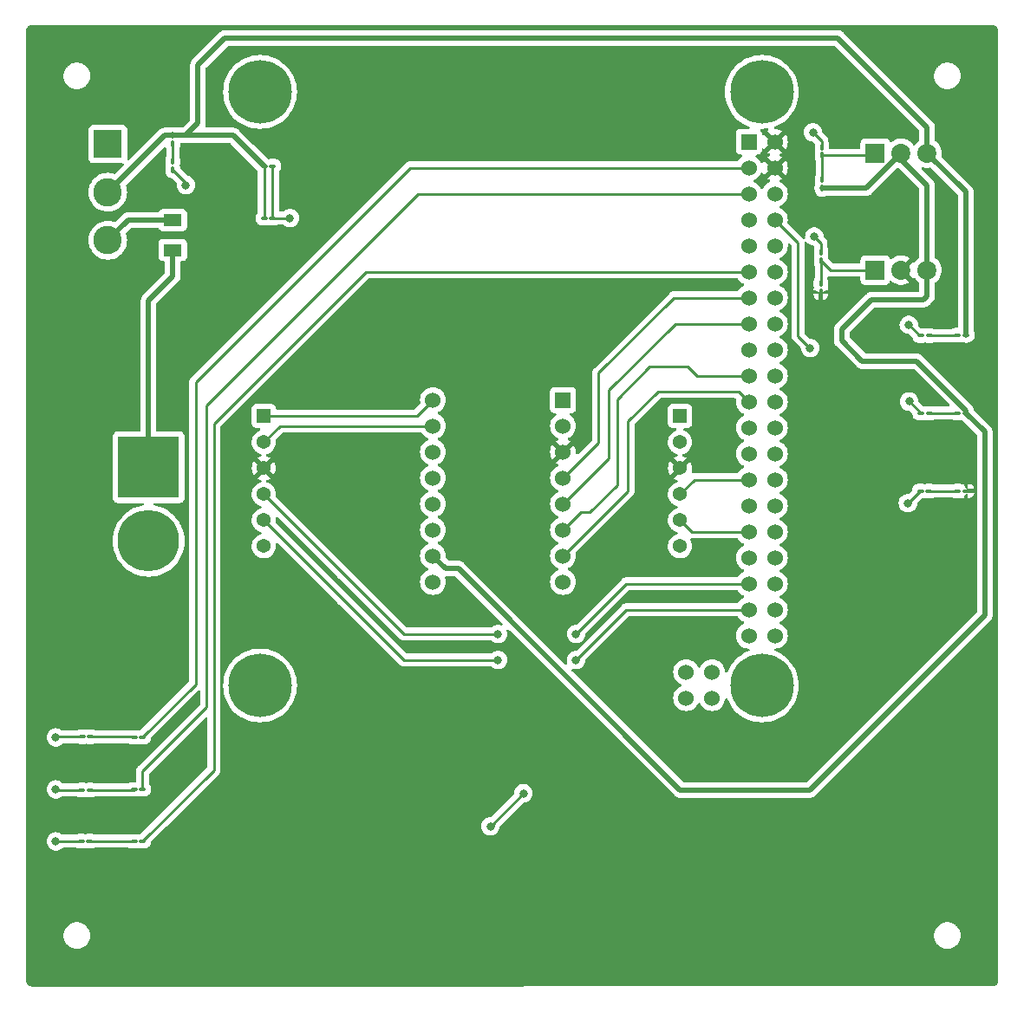
<source format=gtl>
G04 #@! TF.GenerationSoftware,KiCad,Pcbnew,7.0.6*
G04 #@! TF.CreationDate,2023-08-10T19:19:24-04:00*
G04 #@! TF.ProjectId,jerry,6a657272-792e-46b6-9963-61645f706362,rev?*
G04 #@! TF.SameCoordinates,Original*
G04 #@! TF.FileFunction,Copper,L1,Top*
G04 #@! TF.FilePolarity,Positive*
%FSLAX46Y46*%
G04 Gerber Fmt 4.6, Leading zero omitted, Abs format (unit mm)*
G04 Created by KiCad (PCBNEW 7.0.6) date 2023-08-10 19:19:24*
%MOMM*%
%LPD*%
G01*
G04 APERTURE LIST*
G04 Aperture macros list*
%AMRoundRect*
0 Rectangle with rounded corners*
0 $1 Rounding radius*
0 $2 $3 $4 $5 $6 $7 $8 $9 X,Y pos of 4 corners*
0 Add a 4 corners polygon primitive as box body*
4,1,4,$2,$3,$4,$5,$6,$7,$8,$9,$2,$3,0*
0 Add four circle primitives for the rounded corners*
1,1,$1+$1,$2,$3*
1,1,$1+$1,$4,$5*
1,1,$1+$1,$6,$7*
1,1,$1+$1,$8,$9*
0 Add four rect primitives between the rounded corners*
20,1,$1+$1,$2,$3,$4,$5,0*
20,1,$1+$1,$4,$5,$6,$7,0*
20,1,$1+$1,$6,$7,$8,$9,0*
20,1,$1+$1,$8,$9,$2,$3,0*%
G04 Aperture macros list end*
G04 #@! TA.AperFunction,SMDPad,CuDef*
%ADD10RoundRect,0.100000X0.217500X0.100000X-0.217500X0.100000X-0.217500X-0.100000X0.217500X-0.100000X0*%
G04 #@! TD*
G04 #@! TA.AperFunction,SMDPad,CuDef*
%ADD11RoundRect,0.100000X-0.217500X-0.100000X0.217500X-0.100000X0.217500X0.100000X-0.217500X0.100000X0*%
G04 #@! TD*
G04 #@! TA.AperFunction,ComponentPad*
%ADD12R,1.860000X1.860000*%
G04 #@! TD*
G04 #@! TA.AperFunction,ComponentPad*
%ADD13C,1.860000*%
G04 #@! TD*
G04 #@! TA.AperFunction,ComponentPad*
%ADD14R,1.524000X1.524000*%
G04 #@! TD*
G04 #@! TA.AperFunction,ComponentPad*
%ADD15C,1.524000*%
G04 #@! TD*
G04 #@! TA.AperFunction,ComponentPad*
%ADD16C,6.200000*%
G04 #@! TD*
G04 #@! TA.AperFunction,SMDPad,CuDef*
%ADD17RoundRect,0.100000X0.100000X-0.217500X0.100000X0.217500X-0.100000X0.217500X-0.100000X-0.217500X0*%
G04 #@! TD*
G04 #@! TA.AperFunction,ComponentPad*
%ADD18R,2.775000X2.775000*%
G04 #@! TD*
G04 #@! TA.AperFunction,ComponentPad*
%ADD19C,2.775000*%
G04 #@! TD*
G04 #@! TA.AperFunction,SMDPad,CuDef*
%ADD20RoundRect,0.100000X-0.100000X0.217500X-0.100000X-0.217500X0.100000X-0.217500X0.100000X0.217500X0*%
G04 #@! TD*
G04 #@! TA.AperFunction,SMDPad,CuDef*
%ADD21R,1.800000X1.170000*%
G04 #@! TD*
G04 #@! TA.AperFunction,ComponentPad*
%ADD22C,6.000000*%
G04 #@! TD*
G04 #@! TA.AperFunction,ComponentPad*
%ADD23R,6.000000X6.000000*%
G04 #@! TD*
G04 #@! TA.AperFunction,ComponentPad*
%ADD24R,1.370000X1.370000*%
G04 #@! TD*
G04 #@! TA.AperFunction,ComponentPad*
%ADD25C,1.370000*%
G04 #@! TD*
G04 #@! TA.AperFunction,ComponentPad*
%ADD26R,1.530000X1.530000*%
G04 #@! TD*
G04 #@! TA.AperFunction,ComponentPad*
%ADD27C,1.530000*%
G04 #@! TD*
G04 #@! TA.AperFunction,ViaPad*
%ADD28C,0.800000*%
G04 #@! TD*
G04 #@! TA.AperFunction,Conductor*
%ADD29C,0.250000*%
G04 #@! TD*
G04 #@! TA.AperFunction,Conductor*
%ADD30C,0.500000*%
G04 #@! TD*
G04 APERTURE END LIST*
D10*
X31320000Y-139588410D03*
X30505000Y-139588410D03*
X31296196Y-144780000D03*
X30481196Y-144780000D03*
D11*
X116000000Y-115570000D03*
X116815000Y-115570000D03*
D12*
X107950000Y-93980000D03*
D13*
X110490000Y-93980000D03*
X113030000Y-93980000D03*
D14*
X95620000Y-81440000D03*
D15*
X98160000Y-81440000D03*
X95620000Y-83980000D03*
X98160000Y-83980000D03*
X95620000Y-86520000D03*
X98160000Y-86520000D03*
X95620000Y-89060000D03*
X98160000Y-89060000D03*
X95620000Y-91600000D03*
X98160000Y-91600000D03*
X95620000Y-94140000D03*
X98160000Y-94140000D03*
X95620000Y-96680000D03*
X98160000Y-96680000D03*
X95620000Y-99220000D03*
X98160000Y-99220000D03*
X95620000Y-101760000D03*
X98160000Y-101760000D03*
X95620000Y-104300000D03*
X98160000Y-104300000D03*
X95620000Y-106840000D03*
X98160000Y-106840000D03*
X95620000Y-109380000D03*
X98160000Y-109380000D03*
X95620000Y-111920000D03*
X98160000Y-111920000D03*
X95620000Y-114460000D03*
X98160000Y-114460000D03*
X95620000Y-117000000D03*
X98160000Y-117000000D03*
X95620000Y-119540000D03*
X98160000Y-119540000D03*
X95620000Y-122080000D03*
X98160000Y-122080000D03*
X95620000Y-124620000D03*
X98160000Y-124620000D03*
X95620000Y-127160000D03*
X98160000Y-127160000D03*
X95620000Y-129700000D03*
X98160000Y-129700000D03*
X89497000Y-135800000D03*
X92037000Y-135800000D03*
X89497000Y-133260000D03*
X92037000Y-133260000D03*
D16*
X96890000Y-76570000D03*
X96890000Y-134570000D03*
X47890000Y-134570000D03*
X47890000Y-76570000D03*
D11*
X35585000Y-139650518D03*
X36400000Y-139650518D03*
X35585000Y-144730518D03*
X36400000Y-144730518D03*
X48285000Y-88900000D03*
X49100000Y-88900000D03*
D10*
X113235874Y-107962115D03*
X112420874Y-107962115D03*
D17*
X39370000Y-84175000D03*
X39370000Y-83360000D03*
D18*
X33020000Y-81660000D03*
D19*
X33020000Y-86360000D03*
X33020000Y-91060000D03*
D11*
X116000000Y-100330000D03*
X116815000Y-100330000D03*
D20*
X102644538Y-95296992D03*
X102644538Y-96111992D03*
X102756645Y-81967984D03*
X102756645Y-82782984D03*
X102672028Y-92232869D03*
X102672028Y-93047869D03*
D11*
X48285000Y-83820000D03*
X49100000Y-83820000D03*
D17*
X39370000Y-81635000D03*
X39370000Y-80820000D03*
D10*
X113244206Y-100379482D03*
X112429206Y-100379482D03*
X113202971Y-115569999D03*
X112387971Y-115569999D03*
D11*
X116000000Y-107950000D03*
X116815000Y-107950000D03*
D10*
X31238641Y-149775553D03*
X30423641Y-149775553D03*
D11*
X35585000Y-149810518D03*
X36400000Y-149810518D03*
D12*
X107950000Y-82550000D03*
D13*
X110490000Y-82550000D03*
X113030000Y-82550000D03*
D21*
X39370000Y-92020000D03*
X39370000Y-89080000D03*
D20*
X102776838Y-85151507D03*
X102776838Y-85966507D03*
D22*
X37000000Y-120440000D03*
D23*
X37000000Y-113240000D03*
D24*
X88900000Y-108237500D03*
D25*
X88900000Y-110777500D03*
X88900000Y-113317500D03*
X88900000Y-115857500D03*
X88900000Y-118397500D03*
X88900000Y-120937500D03*
D26*
X77470000Y-106680000D03*
D27*
X77470000Y-109220000D03*
X77470000Y-111760000D03*
X77470000Y-114300000D03*
X77470000Y-116840000D03*
X77470000Y-119380000D03*
X77470000Y-121920000D03*
X77470000Y-124460000D03*
X64770000Y-124460000D03*
X64770000Y-121920000D03*
X64770000Y-119380000D03*
X64770000Y-116840000D03*
X64770000Y-114300000D03*
X64770000Y-111760000D03*
X64770000Y-109220000D03*
X64770000Y-106680000D03*
D24*
X48260000Y-108237500D03*
D25*
X48260000Y-110777500D03*
X48260000Y-113317500D03*
X48260000Y-115857500D03*
X48260000Y-118397500D03*
X48260000Y-120937500D03*
D28*
X55747452Y-149216731D03*
X63697418Y-151459838D03*
X81708930Y-151880437D03*
X74426973Y-149216731D03*
X99151397Y-151806213D03*
X92166333Y-149315696D03*
X50800000Y-88900000D03*
X111240437Y-99327985D03*
X27940000Y-139650518D03*
X102006768Y-90686728D03*
X27940000Y-149810518D03*
X111277548Y-106824535D03*
X27940000Y-144730518D03*
X40640000Y-85680000D03*
X111145511Y-116757572D03*
X101886668Y-80516333D03*
X101600000Y-101600000D03*
X73591506Y-145103616D03*
X70386520Y-148339890D03*
X78740000Y-129540000D03*
X71120000Y-129540000D03*
X71120000Y-132080000D03*
X78740000Y-132080000D03*
D29*
X79202938Y-117647062D02*
X77470000Y-119380000D01*
X89666046Y-103412851D02*
X85951175Y-103412851D01*
X95620000Y-104300000D02*
X90553195Y-104300000D01*
X85951175Y-103412851D02*
X82751236Y-106612790D01*
X80103010Y-117647062D02*
X79202938Y-117647062D01*
X82751236Y-106612790D02*
X82751236Y-114962056D01*
X82751236Y-114962056D02*
X80103010Y-117610282D01*
X80103010Y-117610282D02*
X80103010Y-117647062D01*
X90553195Y-104300000D02*
X89666046Y-103412851D01*
X112333084Y-115569999D02*
X111145511Y-116757572D01*
X112420874Y-107962115D02*
X112415128Y-107962115D01*
X40640000Y-85445000D02*
X39370000Y-84175000D01*
X30505000Y-139588410D02*
X28002108Y-139588410D01*
X102672028Y-92232869D02*
X102672028Y-91351988D01*
X112291934Y-100379482D02*
X111240437Y-99327985D01*
X112415128Y-107962115D02*
X111277548Y-106824535D01*
X102756645Y-81386310D02*
X101886668Y-80516333D01*
X102756645Y-81967984D02*
X102756645Y-81386310D01*
X50800000Y-88900000D02*
X49100000Y-88900000D01*
X27974965Y-149775553D02*
X27940000Y-149810518D01*
X112429206Y-100379482D02*
X112291934Y-100379482D01*
X30481196Y-144780000D02*
X27989482Y-144780000D01*
X102672028Y-91351988D02*
X102006768Y-90686728D01*
X28002108Y-139588410D02*
X27940000Y-139650518D01*
X27989482Y-144780000D02*
X27940000Y-144730518D01*
X30423641Y-149775553D02*
X27974965Y-149775553D01*
X49100000Y-83820000D02*
X49100000Y-88900000D01*
X112387971Y-115569999D02*
X112333084Y-115569999D01*
D30*
X41819106Y-73915496D02*
X44449088Y-71285514D01*
X113030000Y-80010000D02*
X113030000Y-82550000D01*
X41819106Y-79640894D02*
X41819106Y-73915496D01*
D29*
X48285000Y-88900000D02*
X48285000Y-83820000D01*
D30*
X40640000Y-80820000D02*
X41819106Y-79640894D01*
X113030000Y-82550000D02*
X116815000Y-86335000D01*
X40640000Y-80820000D02*
X45285000Y-80820000D01*
X44449088Y-71285514D02*
X104305514Y-71285514D01*
X45285000Y-80820000D02*
X48285000Y-83820000D01*
X39370000Y-80820000D02*
X38560000Y-80820000D01*
X104305514Y-71285514D02*
X113030000Y-80010000D01*
X39370000Y-80820000D02*
X40640000Y-80820000D01*
X33020000Y-86360000D02*
X38100000Y-81280000D01*
X116815000Y-86335000D02*
X116815000Y-100330000D01*
X38560000Y-80820000D02*
X38100000Y-81280000D01*
D29*
X113244206Y-100379482D02*
X115950518Y-100379482D01*
X115950518Y-100379482D02*
X116000000Y-100330000D01*
X113235874Y-107962115D02*
X115987885Y-107962115D01*
X115987885Y-107962115D02*
X116000000Y-107950000D01*
D30*
X112015317Y-102870000D02*
X116840000Y-107694683D01*
X67255000Y-123135000D02*
X88900000Y-144780000D01*
X118656258Y-127723742D02*
X118656258Y-109791258D01*
X113030000Y-96520000D02*
X112685051Y-96864949D01*
X118656258Y-109791258D02*
X116815000Y-107950000D01*
X107605051Y-96864949D02*
X104684388Y-99785612D01*
X106680000Y-102870000D02*
X112015317Y-102870000D01*
X104684388Y-100874388D02*
X106680000Y-102870000D01*
X102776838Y-85966507D02*
X107073493Y-85966507D01*
X88900000Y-144780000D02*
X101600000Y-144780000D01*
X101600000Y-144780000D02*
X118656258Y-127723742D01*
X110490000Y-83185000D02*
X113030000Y-85725000D01*
X112685051Y-96864949D02*
X107605051Y-96864949D01*
X110490000Y-82550000D02*
X110490000Y-83185000D01*
X113030000Y-85725000D02*
X113030000Y-93980000D01*
X116840000Y-107925000D02*
X116815000Y-107950000D01*
X116840000Y-107694683D02*
X116840000Y-107925000D01*
X65985000Y-123135000D02*
X67255000Y-123135000D01*
X113030000Y-93980000D02*
X113030000Y-96520000D01*
X107073493Y-85966507D02*
X110490000Y-82550000D01*
X104684388Y-99785612D02*
X104684388Y-100874388D01*
X64770000Y-121920000D02*
X65985000Y-123135000D01*
D29*
X115999999Y-115569999D02*
X116000000Y-115570000D01*
X113202971Y-115569999D02*
X115999999Y-115569999D01*
X35522892Y-139588410D02*
X35585000Y-139650518D01*
X31320000Y-139588410D02*
X35522892Y-139588410D01*
X41607616Y-104898054D02*
X62525670Y-83980000D01*
X41607616Y-134442902D02*
X41607616Y-104898054D01*
X36400000Y-139650518D02*
X41607616Y-134442902D01*
X62525670Y-83980000D02*
X95620000Y-83980000D01*
X35535518Y-144780000D02*
X35585000Y-144730518D01*
X31296196Y-144780000D02*
X35535518Y-144780000D01*
X42683457Y-107176543D02*
X42683457Y-136663458D01*
X63340000Y-86520000D02*
X42683457Y-107176543D01*
X95620000Y-86520000D02*
X63340000Y-86520000D01*
X36400000Y-142946915D02*
X36400000Y-144730518D01*
X42683457Y-136663458D02*
X36400000Y-142946915D01*
X35550035Y-149775553D02*
X35585000Y-149810518D01*
X31238641Y-149775553D02*
X35550035Y-149775553D01*
X43370982Y-142839536D02*
X36400000Y-149810518D01*
X58260000Y-94140000D02*
X43370982Y-109029018D01*
X95620000Y-94140000D02*
X58260000Y-94140000D01*
X43370982Y-109029018D02*
X43370982Y-142839536D01*
X39370000Y-81635000D02*
X39370000Y-83360000D01*
D30*
X37000000Y-96940000D02*
X37000000Y-113240000D01*
X39370000Y-92020000D02*
X39370000Y-94570000D01*
X39370000Y-94570000D02*
X37000000Y-96940000D01*
X33020000Y-91060000D02*
X35000000Y-89080000D01*
X35000000Y-89080000D02*
X39370000Y-89080000D01*
D29*
X101600000Y-101600000D02*
X100423010Y-100423010D01*
X100423010Y-100423010D02*
X100423010Y-91323010D01*
X100423010Y-91323010D02*
X98160000Y-89060000D01*
X70386520Y-148339890D02*
X73660000Y-145066410D01*
X63212500Y-108237500D02*
X64770000Y-106680000D01*
X48260000Y-108237500D02*
X63212500Y-108237500D01*
X64770000Y-109220000D02*
X49817500Y-109220000D01*
X49817500Y-109220000D02*
X48260000Y-110777500D01*
X48260000Y-115857500D02*
X61942500Y-129540000D01*
X61942500Y-129540000D02*
X71120000Y-129540000D01*
X83660000Y-124620000D02*
X95620000Y-124620000D01*
X78740000Y-129540000D02*
X83660000Y-124620000D01*
X61942500Y-132080000D02*
X71120000Y-132080000D01*
X78740000Y-132080000D02*
X83660000Y-127160000D01*
X48260000Y-118397500D02*
X61942500Y-132080000D01*
X83660000Y-127160000D02*
X95620000Y-127160000D01*
X88900000Y-115857500D02*
X90297500Y-114460000D01*
X90297500Y-114460000D02*
X95620000Y-114460000D01*
X88900000Y-118397500D02*
X90042500Y-119540000D01*
X90042500Y-119540000D02*
X95620000Y-119540000D01*
X102672028Y-95269502D02*
X102644538Y-95296992D01*
X107950000Y-93980000D02*
X103604159Y-93980000D01*
X102672028Y-93047869D02*
X102672028Y-95269502D01*
X103604159Y-93980000D02*
X102672028Y-93047869D01*
X102776838Y-82803177D02*
X102756645Y-82782984D01*
X107717016Y-82782984D02*
X102756645Y-82782984D01*
X102776838Y-85151507D02*
X102776838Y-82803177D01*
X107950000Y-82550000D02*
X107717016Y-82782984D01*
X80948971Y-104038127D02*
X88307098Y-96680000D01*
X77470000Y-114300000D02*
X80948971Y-110821029D01*
X88307098Y-96680000D02*
X95620000Y-96680000D01*
X80948971Y-110821029D02*
X80948971Y-104038127D01*
X88415323Y-99220000D02*
X95620000Y-99220000D01*
X81942056Y-112367944D02*
X81942056Y-105693267D01*
X77470000Y-116840000D02*
X81942056Y-112367944D01*
X81942056Y-105693267D02*
X88415323Y-99220000D01*
X83820000Y-115570000D02*
X83820000Y-108778628D01*
X86735612Y-105863016D02*
X94643016Y-105863016D01*
X77470000Y-121920000D02*
X83820000Y-115570000D01*
X83820000Y-108778628D02*
X86735612Y-105863016D01*
X94643016Y-105863016D02*
X95620000Y-106840000D01*
G04 #@! TA.AperFunction,Conductor*
G36*
X101253713Y-91196180D02*
G01*
X101272826Y-91217005D01*
X101274233Y-91218942D01*
X101400897Y-91359616D01*
X101554033Y-91470876D01*
X101554038Y-91470879D01*
X101726960Y-91547870D01*
X101726965Y-91547872D01*
X101912122Y-91587228D01*
X101913814Y-91587228D01*
X101914757Y-91587505D01*
X101918590Y-91587908D01*
X101918516Y-91588608D01*
X101980853Y-91606913D01*
X102026608Y-91659717D01*
X102036552Y-91728875D01*
X102028375Y-91758681D01*
X101986984Y-91858606D01*
X101986983Y-91858608D01*
X101971528Y-91976007D01*
X101971528Y-92489732D01*
X101986983Y-92607132D01*
X101987291Y-92608281D01*
X101987291Y-92609470D01*
X101988044Y-92615190D01*
X101987291Y-92615289D01*
X101987293Y-92665450D01*
X101988045Y-92665549D01*
X101987293Y-92671253D01*
X101987294Y-92672448D01*
X101986984Y-92673603D01*
X101971528Y-92791007D01*
X101971528Y-93304732D01*
X101986981Y-93422122D01*
X101986984Y-93422131D01*
X102029843Y-93525602D01*
X102037089Y-93543094D01*
X102046528Y-93590547D01*
X102046528Y-94699989D01*
X102026843Y-94767028D01*
X102020904Y-94775475D01*
X102020002Y-94776649D01*
X101959494Y-94922729D01*
X101959493Y-94922731D01*
X101944038Y-95040130D01*
X101944038Y-95553855D01*
X101959492Y-95671248D01*
X101960063Y-95673378D01*
X101960063Y-95675583D01*
X101960554Y-95679313D01*
X101960063Y-95679377D01*
X101960064Y-95729676D01*
X101961043Y-95729805D01*
X101960064Y-95737233D01*
X101960065Y-95737552D01*
X101959982Y-95737860D01*
X101944538Y-95855161D01*
X101944538Y-95911992D01*
X102034112Y-95911992D01*
X102101151Y-95931677D01*
X102109416Y-95938337D01*
X102109809Y-95937826D01*
X102116254Y-95942771D01*
X102116256Y-95942774D01*
X102241697Y-96039028D01*
X102241698Y-96039028D01*
X102241699Y-96039029D01*
X102324753Y-96073431D01*
X102379157Y-96117272D01*
X102401222Y-96183566D01*
X102383943Y-96251265D01*
X102332806Y-96298876D01*
X102277301Y-96311992D01*
X101944539Y-96311992D01*
X101944539Y-96368816D01*
X101959980Y-96486120D01*
X101959982Y-96486125D01*
X102020437Y-96632077D01*
X102116613Y-96757416D01*
X102241952Y-96853592D01*
X102387904Y-96914047D01*
X102387910Y-96914049D01*
X102444536Y-96921503D01*
X102444537Y-96921502D01*
X102444538Y-96299787D01*
X102425733Y-96265349D01*
X102430717Y-96195657D01*
X102472589Y-96139724D01*
X102538053Y-96115307D01*
X102546875Y-96114991D01*
X102742176Y-96114991D01*
X102809215Y-96134676D01*
X102854970Y-96187480D01*
X102864914Y-96256638D01*
X102844538Y-96301255D01*
X102844537Y-96921502D01*
X102844539Y-96921503D01*
X102901165Y-96914049D01*
X102901171Y-96914047D01*
X103047123Y-96853592D01*
X103172462Y-96757416D01*
X103268638Y-96632078D01*
X103329092Y-96486126D01*
X103329093Y-96486122D01*
X103344537Y-96368822D01*
X103344538Y-96368808D01*
X103344538Y-96311992D01*
X103011775Y-96311992D01*
X102944736Y-96292307D01*
X102898981Y-96239503D01*
X102889037Y-96170345D01*
X102918062Y-96106789D01*
X102964323Y-96073431D01*
X102989793Y-96062881D01*
X103047379Y-96039028D01*
X103172820Y-95942774D01*
X103172821Y-95942771D01*
X103179267Y-95937826D01*
X103181398Y-95940603D01*
X103228606Y-95914826D01*
X103254964Y-95911992D01*
X103344537Y-95911992D01*
X103344537Y-95855169D01*
X103329093Y-95737863D01*
X103329013Y-95737561D01*
X103329013Y-95737248D01*
X103328033Y-95729804D01*
X103329013Y-95729674D01*
X103329013Y-95679376D01*
X103328521Y-95679312D01*
X103329013Y-95675567D01*
X103329014Y-95673371D01*
X103329578Y-95671263D01*
X103329582Y-95671254D01*
X103345038Y-95553853D01*
X103345037Y-95040132D01*
X103345037Y-95040130D01*
X103345037Y-95040128D01*
X103329583Y-94922733D01*
X103329582Y-94922730D01*
X103306967Y-94868132D01*
X103297528Y-94820679D01*
X103297528Y-94709915D01*
X103317213Y-94642876D01*
X103370017Y-94597121D01*
X103439175Y-94587177D01*
X103440801Y-94587422D01*
X103474289Y-94592726D01*
X103479994Y-94593908D01*
X103525140Y-94605500D01*
X103545175Y-94605500D01*
X103564573Y-94607026D01*
X103584353Y-94610159D01*
X103584354Y-94610160D01*
X103584354Y-94610159D01*
X103584355Y-94610160D01*
X103630742Y-94605775D01*
X103636581Y-94605500D01*
X106395501Y-94605500D01*
X106462540Y-94625185D01*
X106508295Y-94677989D01*
X106519501Y-94729500D01*
X106519501Y-94957876D01*
X106525908Y-95017483D01*
X106576202Y-95152328D01*
X106576206Y-95152335D01*
X106662452Y-95267544D01*
X106662455Y-95267547D01*
X106777664Y-95353793D01*
X106777671Y-95353797D01*
X106912517Y-95404091D01*
X106912516Y-95404091D01*
X106919444Y-95404835D01*
X106972127Y-95410500D01*
X108927872Y-95410499D01*
X108987483Y-95404091D01*
X109122331Y-95353796D01*
X109237546Y-95267546D01*
X109323796Y-95152331D01*
X109336002Y-95119606D01*
X109342209Y-95102964D01*
X109384079Y-95047030D01*
X109449543Y-95022612D01*
X109517817Y-95037463D01*
X109534554Y-95048443D01*
X109705181Y-95181249D01*
X109913605Y-95294043D01*
X109913610Y-95294045D01*
X110137750Y-95370992D01*
X110371508Y-95410000D01*
X110608492Y-95410000D01*
X110842249Y-95370992D01*
X111066389Y-95294045D01*
X111066394Y-95294043D01*
X111274819Y-95181248D01*
X111274820Y-95181247D01*
X111310174Y-95153729D01*
X111310175Y-95153728D01*
X110714420Y-94557973D01*
X110791061Y-94527629D01*
X110917793Y-94435553D01*
X111017644Y-94314853D01*
X111069086Y-94205533D01*
X111662861Y-94799308D01*
X111669156Y-94798655D01*
X111709036Y-94764620D01*
X111778267Y-94755196D01*
X111841603Y-94784697D01*
X111863508Y-94809976D01*
X111897262Y-94861641D01*
X111897265Y-94861643D01*
X112057824Y-95036056D01*
X112057834Y-95036065D01*
X112231662Y-95171361D01*
X112272475Y-95228071D01*
X112279500Y-95269214D01*
X112279500Y-95990449D01*
X112259815Y-96057488D01*
X112207011Y-96103243D01*
X112155500Y-96114449D01*
X107668756Y-96114449D01*
X107650786Y-96113140D01*
X107627023Y-96109659D01*
X107581941Y-96113604D01*
X107574984Y-96114213D01*
X107569583Y-96114449D01*
X107561338Y-96114449D01*
X107537185Y-96117272D01*
X107528756Y-96118257D01*
X107523454Y-96118720D01*
X107452252Y-96124950D01*
X107445185Y-96126410D01*
X107445173Y-96126353D01*
X107437804Y-96127987D01*
X107437818Y-96128044D01*
X107430790Y-96129709D01*
X107361573Y-96154902D01*
X107358619Y-96155977D01*
X107285716Y-96180135D01*
X107285714Y-96180135D01*
X107285711Y-96180137D01*
X107279174Y-96183185D01*
X107279149Y-96183133D01*
X107272361Y-96186419D01*
X107272387Y-96186470D01*
X107265936Y-96189710D01*
X107201774Y-96231910D01*
X107136397Y-96272234D01*
X107130733Y-96276714D01*
X107130697Y-96276668D01*
X107124849Y-96281433D01*
X107124886Y-96281477D01*
X107119361Y-96286113D01*
X107066665Y-96341966D01*
X104198746Y-99209884D01*
X104185117Y-99221663D01*
X104165856Y-99236002D01*
X104132286Y-99276009D01*
X104128641Y-99279988D01*
X104122797Y-99285834D01*
X104102447Y-99311571D01*
X104053083Y-99370401D01*
X104049117Y-99376431D01*
X104049070Y-99376400D01*
X104045018Y-99382759D01*
X104045067Y-99382789D01*
X104041277Y-99388933D01*
X104008812Y-99458553D01*
X103974348Y-99527178D01*
X103971876Y-99533969D01*
X103971820Y-99533948D01*
X103969348Y-99541062D01*
X103969403Y-99541081D01*
X103967130Y-99547939D01*
X103962051Y-99572539D01*
X103951595Y-99623177D01*
X103943035Y-99659297D01*
X103933886Y-99697898D01*
X103933049Y-99705066D01*
X103932989Y-99705059D01*
X103932223Y-99712557D01*
X103932283Y-99712563D01*
X103931653Y-99719752D01*
X103933888Y-99796528D01*
X103933888Y-100810682D01*
X103932579Y-100828651D01*
X103929098Y-100852413D01*
X103933652Y-100904452D01*
X103933888Y-100909858D01*
X103933888Y-100918097D01*
X103934941Y-100927111D01*
X103937694Y-100950662D01*
X103944388Y-101027179D01*
X103945849Y-101034255D01*
X103945791Y-101034266D01*
X103947422Y-101041625D01*
X103947480Y-101041612D01*
X103949145Y-101048638D01*
X103975413Y-101120812D01*
X103999573Y-101193719D01*
X104002624Y-101200262D01*
X104002570Y-101200286D01*
X104005858Y-101207076D01*
X104005909Y-101207051D01*
X104009149Y-101213501D01*
X104009150Y-101213502D01*
X104009151Y-101213505D01*
X104036567Y-101255189D01*
X104051353Y-101277671D01*
X104091675Y-101343043D01*
X104096154Y-101348707D01*
X104096107Y-101348744D01*
X104100870Y-101354590D01*
X104100916Y-101354552D01*
X104105561Y-101360088D01*
X104160310Y-101411740D01*
X104161406Y-101412774D01*
X105132993Y-102384361D01*
X106104267Y-103355634D01*
X106116048Y-103369266D01*
X106130390Y-103388530D01*
X106170420Y-103422119D01*
X106174392Y-103425759D01*
X106180224Y-103431591D01*
X106180227Y-103431594D01*
X106205947Y-103451931D01*
X106264788Y-103501304D01*
X106270818Y-103505270D01*
X106270785Y-103505319D01*
X106277143Y-103509369D01*
X106277175Y-103509319D01*
X106283320Y-103513109D01*
X106283323Y-103513111D01*
X106352936Y-103545572D01*
X106421567Y-103580040D01*
X106421572Y-103580041D01*
X106428361Y-103582513D01*
X106428340Y-103582570D01*
X106435455Y-103585043D01*
X106435475Y-103584986D01*
X106442330Y-103587258D01*
X106517422Y-103602762D01*
X106517558Y-103602790D01*
X106592279Y-103620500D01*
X106592289Y-103620500D01*
X106599452Y-103621338D01*
X106599444Y-103621397D01*
X106606945Y-103622164D01*
X106606951Y-103622105D01*
X106614140Y-103622734D01*
X106614144Y-103622733D01*
X106614145Y-103622734D01*
X106690918Y-103620500D01*
X111653087Y-103620500D01*
X111720126Y-103640185D01*
X111740768Y-103656819D01*
X113555155Y-105471206D01*
X115208884Y-107124934D01*
X115242369Y-107186257D01*
X115237385Y-107255949D01*
X115195513Y-107311882D01*
X115130049Y-107336299D01*
X115121203Y-107336615D01*
X113778553Y-107336615D01*
X113731100Y-107327176D01*
X113690046Y-107310171D01*
X113610136Y-107277071D01*
X113610134Y-107277070D01*
X113492735Y-107261615D01*
X112979010Y-107261615D01*
X112861608Y-107277070D01*
X112860457Y-107277379D01*
X112859265Y-107277379D01*
X112853553Y-107278131D01*
X112853454Y-107277379D01*
X112803293Y-107277379D01*
X112803194Y-107278132D01*
X112797481Y-107277379D01*
X112796291Y-107277380D01*
X112795139Y-107277071D01*
X112677744Y-107261616D01*
X112677741Y-107261615D01*
X112677735Y-107261615D01*
X112677728Y-107261615D01*
X112650580Y-107261615D01*
X112583541Y-107241930D01*
X112562899Y-107225296D01*
X112216508Y-106878904D01*
X112183023Y-106817581D01*
X112180871Y-106804203D01*
X112163222Y-106636279D01*
X112104727Y-106456251D01*
X112010081Y-106292319D01*
X111883419Y-106151647D01*
X111883418Y-106151646D01*
X111730282Y-106040386D01*
X111730277Y-106040383D01*
X111557355Y-105963392D01*
X111557350Y-105963390D01*
X111411549Y-105932400D01*
X111372194Y-105924035D01*
X111182902Y-105924035D01*
X111150445Y-105930933D01*
X110997745Y-105963390D01*
X110997740Y-105963392D01*
X110824818Y-106040383D01*
X110824813Y-106040386D01*
X110671677Y-106151646D01*
X110545014Y-106292320D01*
X110450369Y-106456250D01*
X110450366Y-106456257D01*
X110397186Y-106619929D01*
X110391874Y-106636279D01*
X110372088Y-106824535D01*
X110391874Y-107012791D01*
X110391875Y-107012794D01*
X110450366Y-107192812D01*
X110450369Y-107192819D01*
X110545015Y-107356751D01*
X110650286Y-107473666D01*
X110671677Y-107497423D01*
X110824813Y-107608683D01*
X110824818Y-107608686D01*
X110997740Y-107685677D01*
X110997745Y-107685679D01*
X111182902Y-107725035D01*
X111242096Y-107725035D01*
X111309135Y-107744720D01*
X111329777Y-107761354D01*
X111566555Y-107998133D01*
X111600040Y-108059456D01*
X111602874Y-108085808D01*
X111602874Y-108101476D01*
X111618327Y-108218868D01*
X111618330Y-108218877D01*
X111667222Y-108336914D01*
X111678838Y-108364956D01*
X111775092Y-108490397D01*
X111900533Y-108586651D01*
X112046612Y-108647159D01*
X112164013Y-108662615D01*
X112677734Y-108662614D01*
X112677737Y-108662614D01*
X112795129Y-108647160D01*
X112795129Y-108647159D01*
X112795136Y-108647159D01*
X112795141Y-108647156D01*
X112796274Y-108646854D01*
X112797459Y-108646853D01*
X112803195Y-108646099D01*
X112803294Y-108646853D01*
X112853454Y-108646852D01*
X112853554Y-108646098D01*
X112859281Y-108646852D01*
X112860465Y-108646852D01*
X112861608Y-108647158D01*
X112861610Y-108647158D01*
X112861612Y-108647159D01*
X112979013Y-108662615D01*
X113492734Y-108662614D01*
X113492737Y-108662614D01*
X113610127Y-108647161D01*
X113610131Y-108647159D01*
X113610136Y-108647159D01*
X113731100Y-108597053D01*
X113778553Y-108587615D01*
X115486569Y-108587615D01*
X115534021Y-108597054D01*
X115579489Y-108615887D01*
X115625738Y-108635044D01*
X115743139Y-108650500D01*
X116256860Y-108650499D01*
X116256862Y-108650499D01*
X116370557Y-108635532D01*
X116439592Y-108646298D01*
X116474422Y-108670790D01*
X117869439Y-110065807D01*
X117902924Y-110127130D01*
X117905758Y-110153488D01*
X117905758Y-127361512D01*
X117886073Y-127428551D01*
X117869439Y-127449193D01*
X101325451Y-143993181D01*
X101264128Y-144026666D01*
X101237770Y-144029500D01*
X89262229Y-144029500D01*
X89195190Y-144009815D01*
X89174548Y-143993181D01*
X78324589Y-133143221D01*
X78291104Y-133081898D01*
X78296088Y-133012206D01*
X78337960Y-132956273D01*
X78403424Y-132931856D01*
X78453519Y-132940653D01*
X78454013Y-132939135D01*
X78460196Y-132941143D01*
X78460197Y-132941144D01*
X78645354Y-132980500D01*
X78645355Y-132980500D01*
X78834644Y-132980500D01*
X78834646Y-132980500D01*
X79019803Y-132941144D01*
X79192730Y-132864151D01*
X79345871Y-132752888D01*
X79472533Y-132612216D01*
X79567179Y-132448284D01*
X79625674Y-132268256D01*
X79643321Y-132100345D01*
X79669905Y-132035732D01*
X79678952Y-132025636D01*
X83882770Y-127821819D01*
X83944094Y-127788334D01*
X83970452Y-127785500D01*
X94452200Y-127785500D01*
X94519239Y-127805185D01*
X94553775Y-127838376D01*
X94649174Y-127974620D01*
X94649175Y-127974621D01*
X94805378Y-128130824D01*
X94805384Y-128130829D01*
X94986333Y-128257531D01*
X94986335Y-128257532D01*
X94986338Y-128257534D01*
X95105748Y-128313215D01*
X95115189Y-128317618D01*
X95167628Y-128363790D01*
X95186780Y-128430984D01*
X95166564Y-128497865D01*
X95115189Y-128542382D01*
X94986340Y-128602465D01*
X94986338Y-128602466D01*
X94805377Y-128729175D01*
X94649175Y-128885377D01*
X94522466Y-129066338D01*
X94522465Y-129066340D01*
X94429107Y-129266548D01*
X94429104Y-129266554D01*
X94371930Y-129479929D01*
X94371929Y-129479937D01*
X94352677Y-129699997D01*
X94352677Y-129700002D01*
X94371929Y-129920062D01*
X94371930Y-129920070D01*
X94429104Y-130133445D01*
X94429105Y-130133447D01*
X94429106Y-130133450D01*
X94466149Y-130212889D01*
X94522466Y-130333662D01*
X94522468Y-130333666D01*
X94649170Y-130514615D01*
X94649175Y-130514621D01*
X94805378Y-130670824D01*
X94805384Y-130670829D01*
X94986333Y-130797531D01*
X94986335Y-130797532D01*
X94986338Y-130797534D01*
X95186550Y-130890894D01*
X95399932Y-130948070D01*
X95580382Y-130963857D01*
X95645448Y-130989308D01*
X95686427Y-131045899D01*
X95690306Y-131115661D01*
X95655853Y-131176445D01*
X95614011Y-131203148D01*
X95423531Y-131276267D01*
X95087275Y-131447599D01*
X94770776Y-131653135D01*
X94477493Y-131890631D01*
X94477485Y-131890638D01*
X94210638Y-132157485D01*
X94210631Y-132157493D01*
X93973135Y-132450776D01*
X93767599Y-132767275D01*
X93596267Y-133103531D01*
X93539843Y-133250520D01*
X93497440Y-133306053D01*
X93431746Y-133329845D01*
X93363618Y-133314343D01*
X93314686Y-133264469D01*
X93300551Y-133216889D01*
X93285070Y-133039937D01*
X93285070Y-133039932D01*
X93227894Y-132826550D01*
X93134534Y-132626339D01*
X93029302Y-132476051D01*
X93007827Y-132445381D01*
X92938972Y-132376526D01*
X92851620Y-132289174D01*
X92851616Y-132289171D01*
X92851615Y-132289170D01*
X92670666Y-132162468D01*
X92670662Y-132162466D01*
X92659980Y-132157485D01*
X92470450Y-132069106D01*
X92470447Y-132069105D01*
X92470445Y-132069104D01*
X92257070Y-132011930D01*
X92257062Y-132011929D01*
X92037002Y-131992677D01*
X92036998Y-131992677D01*
X91816937Y-132011929D01*
X91816929Y-132011930D01*
X91603554Y-132069104D01*
X91603548Y-132069107D01*
X91403340Y-132162465D01*
X91403338Y-132162466D01*
X91222377Y-132289175D01*
X91066175Y-132445377D01*
X90939466Y-132626338D01*
X90939465Y-132626340D01*
X90879382Y-132755189D01*
X90833209Y-132807628D01*
X90766016Y-132826780D01*
X90699135Y-132806564D01*
X90654618Y-132755189D01*
X90615442Y-132671177D01*
X90594534Y-132626339D01*
X90489302Y-132476051D01*
X90467827Y-132445381D01*
X90398972Y-132376526D01*
X90311620Y-132289174D01*
X90311616Y-132289171D01*
X90311615Y-132289170D01*
X90130666Y-132162468D01*
X90130662Y-132162466D01*
X90119980Y-132157485D01*
X89930450Y-132069106D01*
X89930447Y-132069105D01*
X89930445Y-132069104D01*
X89717070Y-132011930D01*
X89717062Y-132011929D01*
X89497002Y-131992677D01*
X89496998Y-131992677D01*
X89276937Y-132011929D01*
X89276929Y-132011930D01*
X89063554Y-132069104D01*
X89063548Y-132069107D01*
X88863340Y-132162465D01*
X88863338Y-132162466D01*
X88682377Y-132289175D01*
X88526175Y-132445377D01*
X88399466Y-132626338D01*
X88399465Y-132626340D01*
X88306107Y-132826548D01*
X88306104Y-132826554D01*
X88248930Y-133039929D01*
X88248929Y-133039937D01*
X88229677Y-133259997D01*
X88229677Y-133260002D01*
X88248929Y-133480062D01*
X88248930Y-133480070D01*
X88306104Y-133693445D01*
X88306105Y-133693447D01*
X88306106Y-133693450D01*
X88365300Y-133820392D01*
X88399466Y-133893662D01*
X88399468Y-133893666D01*
X88526170Y-134074615D01*
X88526175Y-134074621D01*
X88682378Y-134230824D01*
X88682384Y-134230829D01*
X88863333Y-134357531D01*
X88863335Y-134357532D01*
X88863338Y-134357534D01*
X88982748Y-134413215D01*
X88992189Y-134417618D01*
X89044628Y-134463790D01*
X89063780Y-134530984D01*
X89043564Y-134597865D01*
X88992189Y-134642382D01*
X88863340Y-134702465D01*
X88863338Y-134702466D01*
X88682377Y-134829175D01*
X88526175Y-134985377D01*
X88399466Y-135166338D01*
X88399465Y-135166340D01*
X88306107Y-135366548D01*
X88306104Y-135366554D01*
X88248930Y-135579929D01*
X88248929Y-135579937D01*
X88229677Y-135799997D01*
X88229677Y-135800002D01*
X88248929Y-136020062D01*
X88248930Y-136020070D01*
X88306104Y-136233445D01*
X88306105Y-136233447D01*
X88306106Y-136233450D01*
X88339382Y-136304811D01*
X88399466Y-136433662D01*
X88399468Y-136433666D01*
X88526170Y-136614615D01*
X88526175Y-136614621D01*
X88682378Y-136770824D01*
X88682384Y-136770829D01*
X88863333Y-136897531D01*
X88863335Y-136897532D01*
X88863338Y-136897534D01*
X89063550Y-136990894D01*
X89276932Y-137048070D01*
X89434123Y-137061822D01*
X89496998Y-137067323D01*
X89497000Y-137067323D01*
X89497002Y-137067323D01*
X89552016Y-137062509D01*
X89717068Y-137048070D01*
X89930450Y-136990894D01*
X90130662Y-136897534D01*
X90311620Y-136770826D01*
X90467826Y-136614620D01*
X90594534Y-136433662D01*
X90654617Y-136304811D01*
X90700790Y-136252371D01*
X90767983Y-136233219D01*
X90834865Y-136253435D01*
X90879382Y-136304811D01*
X90939464Y-136433658D01*
X90939468Y-136433666D01*
X91066170Y-136614615D01*
X91066175Y-136614621D01*
X91222378Y-136770824D01*
X91222384Y-136770829D01*
X91403333Y-136897531D01*
X91403335Y-136897532D01*
X91403338Y-136897534D01*
X91603550Y-136990894D01*
X91816932Y-137048070D01*
X91974123Y-137061822D01*
X92036998Y-137067323D01*
X92037000Y-137067323D01*
X92037002Y-137067323D01*
X92092017Y-137062509D01*
X92257068Y-137048070D01*
X92470450Y-136990894D01*
X92670662Y-136897534D01*
X92851620Y-136770826D01*
X93007826Y-136614620D01*
X93134534Y-136433662D01*
X93227894Y-136233450D01*
X93285070Y-136020068D01*
X93294851Y-135908258D01*
X93320303Y-135843193D01*
X93376893Y-135802214D01*
X93446655Y-135798335D01*
X93507440Y-135832788D01*
X93534143Y-135874630D01*
X93596267Y-136036468D01*
X93767599Y-136372725D01*
X93973135Y-136689223D01*
X94141820Y-136897531D01*
X94210635Y-136982511D01*
X94477489Y-137249365D01*
X94477493Y-137249368D01*
X94770776Y-137486864D01*
X95043879Y-137664219D01*
X95087279Y-137692403D01*
X95423535Y-137863734D01*
X95775857Y-137998978D01*
X96140387Y-138096653D01*
X96513129Y-138155690D01*
X96869155Y-138174348D01*
X96889999Y-138175441D01*
X96890000Y-138175441D01*
X96890001Y-138175441D01*
X96909752Y-138174405D01*
X97266871Y-138155690D01*
X97639613Y-138096653D01*
X98004143Y-137998978D01*
X98356465Y-137863734D01*
X98692721Y-137692403D01*
X99009225Y-137486863D01*
X99302511Y-137249365D01*
X99569365Y-136982511D01*
X99806863Y-136689225D01*
X100012403Y-136372721D01*
X100183734Y-136036465D01*
X100318978Y-135684143D01*
X100416653Y-135319613D01*
X100475690Y-134946871D01*
X100495441Y-134570000D01*
X100475690Y-134193129D01*
X100416653Y-133820387D01*
X100318978Y-133455857D01*
X100183734Y-133103535D01*
X100012403Y-132767280D01*
X100004551Y-132755189D01*
X99806864Y-132450776D01*
X99569368Y-132157493D01*
X99569365Y-132157489D01*
X99302511Y-131890635D01*
X99009225Y-131653137D01*
X99009223Y-131653135D01*
X98692725Y-131447599D01*
X98356468Y-131276267D01*
X98165988Y-131203148D01*
X98110456Y-131160745D01*
X98086663Y-131095052D01*
X98102165Y-131026923D01*
X98152038Y-130977991D01*
X98199614Y-130963857D01*
X98380068Y-130948070D01*
X98593450Y-130890894D01*
X98793662Y-130797534D01*
X98974620Y-130670826D01*
X99130826Y-130514620D01*
X99257534Y-130333662D01*
X99350894Y-130133450D01*
X99408070Y-129920068D01*
X99427323Y-129700000D01*
X99408070Y-129479932D01*
X99350894Y-129266550D01*
X99257534Y-129066339D01*
X99148150Y-128910121D01*
X99130827Y-128885381D01*
X99112556Y-128867110D01*
X98974620Y-128729174D01*
X98974616Y-128729171D01*
X98974615Y-128729170D01*
X98793666Y-128602468D01*
X98793658Y-128602464D01*
X98664811Y-128542382D01*
X98612371Y-128496210D01*
X98593219Y-128429017D01*
X98613435Y-128362135D01*
X98664811Y-128317618D01*
X98670802Y-128314824D01*
X98793662Y-128257534D01*
X98974620Y-128130826D01*
X99130826Y-127974620D01*
X99257534Y-127793662D01*
X99350894Y-127593450D01*
X99408070Y-127380068D01*
X99427323Y-127160000D01*
X99408070Y-126939932D01*
X99350894Y-126726550D01*
X99257534Y-126526339D01*
X99130826Y-126345380D01*
X98974620Y-126189174D01*
X98974616Y-126189171D01*
X98974615Y-126189170D01*
X98793666Y-126062468D01*
X98793662Y-126062466D01*
X98664810Y-126002381D01*
X98612371Y-125956208D01*
X98593219Y-125889015D01*
X98613435Y-125822134D01*
X98664806Y-125777620D01*
X98793662Y-125717534D01*
X98974620Y-125590826D01*
X99130826Y-125434620D01*
X99257534Y-125253662D01*
X99350894Y-125053450D01*
X99408070Y-124840068D01*
X99427323Y-124620000D01*
X99408070Y-124399932D01*
X99350894Y-124186550D01*
X99257534Y-123986339D01*
X99130826Y-123805380D01*
X98974620Y-123649174D01*
X98974616Y-123649171D01*
X98974615Y-123649170D01*
X98793666Y-123522468D01*
X98793658Y-123522464D01*
X98664811Y-123462382D01*
X98612371Y-123416210D01*
X98593219Y-123349017D01*
X98613435Y-123282135D01*
X98664811Y-123237618D01*
X98670802Y-123234824D01*
X98793662Y-123177534D01*
X98974620Y-123050826D01*
X99130826Y-122894620D01*
X99257534Y-122713662D01*
X99350894Y-122513450D01*
X99408070Y-122300068D01*
X99427323Y-122080000D01*
X99408070Y-121859932D01*
X99350894Y-121646550D01*
X99257534Y-121446339D01*
X99130826Y-121265380D01*
X98974620Y-121109174D01*
X98974616Y-121109171D01*
X98974615Y-121109170D01*
X98793666Y-120982468D01*
X98793662Y-120982466D01*
X98664810Y-120922381D01*
X98612371Y-120876208D01*
X98593219Y-120809015D01*
X98613435Y-120742134D01*
X98664806Y-120697620D01*
X98793662Y-120637534D01*
X98974620Y-120510826D01*
X99130826Y-120354620D01*
X99257534Y-120173662D01*
X99350894Y-119973450D01*
X99408070Y-119760068D01*
X99423561Y-119583000D01*
X99427323Y-119540002D01*
X99427323Y-119539997D01*
X99413325Y-119379998D01*
X99408070Y-119319932D01*
X99350894Y-119106550D01*
X99257534Y-118906339D01*
X99130826Y-118725380D01*
X98974620Y-118569174D01*
X98974616Y-118569171D01*
X98974615Y-118569170D01*
X98793666Y-118442468D01*
X98793658Y-118442464D01*
X98664811Y-118382382D01*
X98612371Y-118336210D01*
X98593219Y-118269017D01*
X98613435Y-118202135D01*
X98664811Y-118157618D01*
X98670802Y-118154824D01*
X98793662Y-118097534D01*
X98974620Y-117970826D01*
X99130826Y-117814620D01*
X99257534Y-117633662D01*
X99350894Y-117433450D01*
X99408070Y-117220068D01*
X99424703Y-117029943D01*
X99427323Y-117000002D01*
X99427323Y-116999997D01*
X99413325Y-116839998D01*
X99408070Y-116779932D01*
X99402079Y-116757572D01*
X110240051Y-116757572D01*
X110259837Y-116945828D01*
X110259838Y-116945831D01*
X110318329Y-117125849D01*
X110318332Y-117125856D01*
X110412978Y-117289788D01*
X110537063Y-117427598D01*
X110539640Y-117430460D01*
X110692776Y-117541720D01*
X110692781Y-117541723D01*
X110865703Y-117618714D01*
X110865708Y-117618716D01*
X111050865Y-117658072D01*
X111050866Y-117658072D01*
X111240155Y-117658072D01*
X111240157Y-117658072D01*
X111425314Y-117618716D01*
X111598241Y-117541723D01*
X111751382Y-117430460D01*
X111878044Y-117289788D01*
X111972690Y-117125856D01*
X112031185Y-116945828D01*
X112048832Y-116777916D01*
X112075415Y-116713306D01*
X112084462Y-116703210D01*
X112480855Y-116306817D01*
X112542179Y-116273332D01*
X112568537Y-116270498D01*
X112644834Y-116270498D01*
X112762226Y-116255044D01*
X112762226Y-116255043D01*
X112762233Y-116255043D01*
X112762238Y-116255040D01*
X112763371Y-116254738D01*
X112764556Y-116254737D01*
X112770292Y-116253983D01*
X112770391Y-116254737D01*
X112820551Y-116254736D01*
X112820651Y-116253982D01*
X112826378Y-116254736D01*
X112827562Y-116254736D01*
X112828705Y-116255042D01*
X112828707Y-116255042D01*
X112828709Y-116255043D01*
X112946110Y-116270499D01*
X113459831Y-116270498D01*
X113459834Y-116270498D01*
X113577224Y-116255045D01*
X113577228Y-116255043D01*
X113577233Y-116255043D01*
X113698197Y-116204937D01*
X113745650Y-116195499D01*
X115457319Y-116195499D01*
X115504771Y-116204937D01*
X115625738Y-116255044D01*
X115743139Y-116270500D01*
X116256860Y-116270499D01*
X116256861Y-116270499D01*
X116276427Y-116267923D01*
X116374262Y-116255044D01*
X116374271Y-116255040D01*
X116376379Y-116254476D01*
X116378576Y-116254476D01*
X116382321Y-116253983D01*
X116382386Y-116254476D01*
X116432683Y-116254476D01*
X116432812Y-116253495D01*
X116440263Y-116254476D01*
X116440572Y-116254476D01*
X116440870Y-116254555D01*
X116558176Y-116269999D01*
X116614999Y-116269998D01*
X116615000Y-116180426D01*
X116634685Y-116113387D01*
X116641354Y-116105130D01*
X116640834Y-116104731D01*
X116679685Y-116054097D01*
X116742036Y-115972841D01*
X116776438Y-115889785D01*
X116820280Y-115835381D01*
X116886574Y-115813316D01*
X116954273Y-115830595D01*
X117001884Y-115881732D01*
X117015000Y-115937237D01*
X117015000Y-116269999D01*
X117071824Y-116269999D01*
X117189128Y-116254557D01*
X117189133Y-116254555D01*
X117335085Y-116194100D01*
X117460424Y-116097924D01*
X117556600Y-115972586D01*
X117617055Y-115826631D01*
X117624512Y-115770000D01*
X117002794Y-115770000D01*
X116968354Y-115788805D01*
X116898663Y-115783819D01*
X116842730Y-115741946D01*
X116818315Y-115676481D01*
X116817999Y-115667661D01*
X116817999Y-115472360D01*
X116837684Y-115405322D01*
X116890488Y-115359567D01*
X116959646Y-115349623D01*
X117004265Y-115370000D01*
X117624510Y-115370000D01*
X117624511Y-115369998D01*
X117617057Y-115313372D01*
X117617055Y-115313366D01*
X117556600Y-115167414D01*
X117460424Y-115042075D01*
X117335086Y-114945899D01*
X117189134Y-114885445D01*
X117189130Y-114885444D01*
X117071830Y-114870000D01*
X117015000Y-114870000D01*
X117015000Y-115202762D01*
X116995315Y-115269801D01*
X116942511Y-115315556D01*
X116873353Y-115325500D01*
X116809797Y-115296475D01*
X116776439Y-115250215D01*
X116774614Y-115245809D01*
X116742036Y-115167159D01*
X116645782Y-115041718D01*
X116645779Y-115041716D01*
X116640834Y-115035271D01*
X116643575Y-115033167D01*
X116617772Y-114985643D01*
X116615000Y-114959573D01*
X116615000Y-114870000D01*
X116614999Y-114869999D01*
X116558176Y-114870000D01*
X116440871Y-114885442D01*
X116440569Y-114885524D01*
X116440255Y-114885524D01*
X116432811Y-114886504D01*
X116432682Y-114885524D01*
X116382384Y-114885525D01*
X116382320Y-114886017D01*
X116378589Y-114885525D01*
X116376391Y-114885526D01*
X116374265Y-114884956D01*
X116256861Y-114869500D01*
X115743136Y-114869500D01*
X115625746Y-114884953D01*
X115625737Y-114884956D01*
X115504777Y-114935060D01*
X115457324Y-114944499D01*
X113745650Y-114944499D01*
X113698197Y-114935060D01*
X113577233Y-114884955D01*
X113577231Y-114884954D01*
X113459832Y-114869499D01*
X112946107Y-114869499D01*
X112828705Y-114884954D01*
X112827554Y-114885263D01*
X112826362Y-114885263D01*
X112820650Y-114886015D01*
X112820551Y-114885263D01*
X112770390Y-114885263D01*
X112770291Y-114886016D01*
X112764578Y-114885263D01*
X112763388Y-114885264D01*
X112762236Y-114884955D01*
X112644832Y-114869499D01*
X112131107Y-114869499D01*
X112013717Y-114884952D01*
X112013708Y-114884955D01*
X111867631Y-114945462D01*
X111742189Y-115041717D01*
X111645934Y-115167159D01*
X111585427Y-115313236D01*
X111585427Y-115313238D01*
X111572753Y-115409501D01*
X111544486Y-115473398D01*
X111537495Y-115480996D01*
X111197739Y-115820753D01*
X111136416Y-115854238D01*
X111110058Y-115857072D01*
X111050865Y-115857072D01*
X111018408Y-115863970D01*
X110865708Y-115896427D01*
X110865703Y-115896429D01*
X110692781Y-115973420D01*
X110692776Y-115973423D01*
X110539640Y-116084683D01*
X110412977Y-116225357D01*
X110318332Y-116389287D01*
X110318329Y-116389294D01*
X110260734Y-116566554D01*
X110259837Y-116569316D01*
X110240051Y-116757572D01*
X99402079Y-116757572D01*
X99350894Y-116566550D01*
X99257534Y-116366339D01*
X99144447Y-116204833D01*
X99130827Y-116185381D01*
X99058833Y-116113387D01*
X98974620Y-116029174D01*
X98974616Y-116029171D01*
X98974615Y-116029170D01*
X98793666Y-115902468D01*
X98793662Y-115902466D01*
X98664810Y-115842381D01*
X98612371Y-115796208D01*
X98593219Y-115729015D01*
X98613435Y-115662134D01*
X98664806Y-115617620D01*
X98793662Y-115557534D01*
X98974620Y-115430826D01*
X99130826Y-115274620D01*
X99257534Y-115093662D01*
X99350894Y-114893450D01*
X99408070Y-114680068D01*
X99427323Y-114460000D01*
X99408070Y-114239932D01*
X99350894Y-114026550D01*
X99257534Y-113826339D01*
X99161907Y-113689769D01*
X99130827Y-113645381D01*
X99130823Y-113645377D01*
X98974620Y-113489174D01*
X98974616Y-113489171D01*
X98974615Y-113489170D01*
X98793666Y-113362468D01*
X98793658Y-113362464D01*
X98664811Y-113302382D01*
X98612371Y-113256210D01*
X98593219Y-113189017D01*
X98613435Y-113122135D01*
X98664811Y-113077618D01*
X98683605Y-113068854D01*
X98793662Y-113017534D01*
X98974620Y-112890826D01*
X99130826Y-112734620D01*
X99257534Y-112553662D01*
X99350894Y-112353450D01*
X99408070Y-112140068D01*
X99425430Y-111941641D01*
X99427323Y-111920002D01*
X99427323Y-111919997D01*
X99413325Y-111759998D01*
X99408070Y-111699932D01*
X99350894Y-111486550D01*
X99257534Y-111286339D01*
X99194179Y-111195859D01*
X99130827Y-111105381D01*
X99085102Y-111059656D01*
X98974620Y-110949174D01*
X98974616Y-110949171D01*
X98974615Y-110949170D01*
X98793666Y-110822468D01*
X98793658Y-110822464D01*
X98664811Y-110762382D01*
X98612371Y-110716210D01*
X98593219Y-110649017D01*
X98613435Y-110582135D01*
X98664811Y-110537618D01*
X98670802Y-110534824D01*
X98793662Y-110477534D01*
X98974620Y-110350826D01*
X99130826Y-110194620D01*
X99257534Y-110013662D01*
X99350894Y-109813450D01*
X99408070Y-109600068D01*
X99424122Y-109416591D01*
X99427323Y-109380002D01*
X99427323Y-109379997D01*
X99408499Y-109164835D01*
X99408070Y-109159932D01*
X99350894Y-108946550D01*
X99257534Y-108746339D01*
X99178583Y-108633585D01*
X99130827Y-108565381D01*
X99055842Y-108490396D01*
X98974620Y-108409174D01*
X98974616Y-108409171D01*
X98974615Y-108409170D01*
X98793666Y-108282468D01*
X98793658Y-108282464D01*
X98664811Y-108222382D01*
X98612371Y-108176210D01*
X98593219Y-108109017D01*
X98613435Y-108042135D01*
X98664811Y-107997618D01*
X98692634Y-107984644D01*
X98793662Y-107937534D01*
X98974620Y-107810826D01*
X99130826Y-107654620D01*
X99257534Y-107473662D01*
X99350894Y-107273450D01*
X99408070Y-107060068D01*
X99424534Y-106871880D01*
X99427323Y-106840002D01*
X99427323Y-106839997D01*
X99409500Y-106636279D01*
X99408070Y-106619932D01*
X99350894Y-106406550D01*
X99257534Y-106206339D01*
X99130826Y-106025380D01*
X98974620Y-105869174D01*
X98974616Y-105869171D01*
X98974615Y-105869170D01*
X98793666Y-105742468D01*
X98793658Y-105742464D01*
X98664811Y-105682382D01*
X98612371Y-105636210D01*
X98593219Y-105569017D01*
X98613435Y-105502135D01*
X98664811Y-105457618D01*
X98699209Y-105441578D01*
X98793662Y-105397534D01*
X98974620Y-105270826D01*
X99130826Y-105114620D01*
X99257534Y-104933662D01*
X99350894Y-104733450D01*
X99408070Y-104520068D01*
X99427323Y-104300000D01*
X99408070Y-104079932D01*
X99350894Y-103866550D01*
X99257534Y-103666339D01*
X99174230Y-103547368D01*
X99130827Y-103485381D01*
X99067557Y-103422111D01*
X98974620Y-103329174D01*
X98974616Y-103329171D01*
X98974615Y-103329170D01*
X98793666Y-103202468D01*
X98793658Y-103202464D01*
X98664811Y-103142382D01*
X98612371Y-103096210D01*
X98593219Y-103029017D01*
X98613435Y-102962135D01*
X98664811Y-102917618D01*
X98696618Y-102902786D01*
X98793662Y-102857534D01*
X98974620Y-102730826D01*
X99130826Y-102574620D01*
X99257534Y-102393662D01*
X99350894Y-102193450D01*
X99408070Y-101980068D01*
X99427323Y-101760000D01*
X99408070Y-101539932D01*
X99350894Y-101326550D01*
X99257534Y-101126339D01*
X99178132Y-101012940D01*
X99130827Y-100945381D01*
X99069744Y-100884298D01*
X98974620Y-100789174D01*
X98974616Y-100789171D01*
X98974615Y-100789170D01*
X98793666Y-100662468D01*
X98793658Y-100662464D01*
X98664811Y-100602382D01*
X98612371Y-100556210D01*
X98593219Y-100489017D01*
X98613435Y-100422135D01*
X98664811Y-100377618D01*
X98670802Y-100374824D01*
X98793662Y-100317534D01*
X98974620Y-100190826D01*
X99130826Y-100034620D01*
X99257534Y-99853662D01*
X99350894Y-99653450D01*
X99408070Y-99440068D01*
X99427323Y-99220000D01*
X99408070Y-98999932D01*
X99350894Y-98786550D01*
X99257534Y-98586339D01*
X99173861Y-98466841D01*
X99130827Y-98405381D01*
X99130823Y-98405377D01*
X98974620Y-98249174D01*
X98974616Y-98249171D01*
X98974615Y-98249170D01*
X98793666Y-98122468D01*
X98793658Y-98122464D01*
X98664811Y-98062382D01*
X98612371Y-98016210D01*
X98593219Y-97949017D01*
X98613435Y-97882135D01*
X98664811Y-97837618D01*
X98670802Y-97834824D01*
X98793662Y-97777534D01*
X98974620Y-97650826D01*
X99130826Y-97494620D01*
X99257534Y-97313662D01*
X99350894Y-97113450D01*
X99408070Y-96900068D01*
X99427323Y-96680000D01*
X99423130Y-96632078D01*
X99419087Y-96585855D01*
X99408070Y-96459932D01*
X99350894Y-96246550D01*
X99257534Y-96046339D01*
X99194180Y-95955859D01*
X99130827Y-95865381D01*
X99082779Y-95817333D01*
X98974620Y-95709174D01*
X98974616Y-95709171D01*
X98974615Y-95709170D01*
X98793666Y-95582468D01*
X98793658Y-95582464D01*
X98664811Y-95522382D01*
X98612371Y-95476210D01*
X98593219Y-95409017D01*
X98613435Y-95342135D01*
X98664811Y-95297618D01*
X98672478Y-95294043D01*
X98793662Y-95237534D01*
X98974620Y-95110826D01*
X99130826Y-94954620D01*
X99257534Y-94773662D01*
X99350894Y-94573450D01*
X99408070Y-94360068D01*
X99427323Y-94140000D01*
X99408070Y-93919932D01*
X99350894Y-93706550D01*
X99257534Y-93506339D01*
X99151216Y-93354500D01*
X99130827Y-93325381D01*
X99102270Y-93296824D01*
X98974620Y-93169174D01*
X98974616Y-93169171D01*
X98974615Y-93169170D01*
X98793666Y-93042468D01*
X98793658Y-93042464D01*
X98664811Y-92982382D01*
X98612371Y-92936210D01*
X98593219Y-92869017D01*
X98613435Y-92802135D01*
X98664811Y-92757618D01*
X98670802Y-92754824D01*
X98793662Y-92697534D01*
X98974620Y-92570826D01*
X99130826Y-92414620D01*
X99257534Y-92233662D01*
X99350894Y-92033450D01*
X99408070Y-91820068D01*
X99426354Y-91611077D01*
X99427323Y-91600002D01*
X99427323Y-91599999D01*
X99422762Y-91547870D01*
X99419807Y-91514093D01*
X99433573Y-91445595D01*
X99482188Y-91395412D01*
X99550217Y-91379478D01*
X99616061Y-91402853D01*
X99631016Y-91415606D01*
X99761191Y-91545781D01*
X99794676Y-91607104D01*
X99797510Y-91633462D01*
X99797510Y-100340265D01*
X99795785Y-100355882D01*
X99796071Y-100355909D01*
X99795336Y-100363675D01*
X99797510Y-100432824D01*
X99797510Y-100462353D01*
X99797511Y-100462370D01*
X99798378Y-100469241D01*
X99798836Y-100475060D01*
X99800300Y-100521634D01*
X99800301Y-100521637D01*
X99805890Y-100540877D01*
X99809834Y-100559921D01*
X99812346Y-100579802D01*
X99820279Y-100599839D01*
X99829500Y-100623129D01*
X99831392Y-100628657D01*
X99844391Y-100673398D01*
X99854590Y-100690644D01*
X99863148Y-100708113D01*
X99870524Y-100726742D01*
X99897908Y-100764433D01*
X99901116Y-100769317D01*
X99924837Y-100809426D01*
X99924843Y-100809434D01*
X99939000Y-100823590D01*
X99951638Y-100838386D01*
X99963415Y-100854596D01*
X99963416Y-100854597D01*
X99999319Y-100884298D01*
X100003630Y-100888220D01*
X100527149Y-101411740D01*
X100661038Y-101545629D01*
X100694523Y-101606952D01*
X100696678Y-101620348D01*
X100704968Y-101699227D01*
X100714326Y-101788256D01*
X100714327Y-101788259D01*
X100772818Y-101968277D01*
X100772821Y-101968284D01*
X100867467Y-102132216D01*
X100963344Y-102238698D01*
X100994129Y-102272888D01*
X101147265Y-102384148D01*
X101147270Y-102384151D01*
X101320192Y-102461142D01*
X101320197Y-102461144D01*
X101505354Y-102500500D01*
X101505355Y-102500500D01*
X101694644Y-102500500D01*
X101694646Y-102500500D01*
X101879803Y-102461144D01*
X102052730Y-102384151D01*
X102205871Y-102272888D01*
X102332533Y-102132216D01*
X102427179Y-101968284D01*
X102485674Y-101788256D01*
X102505460Y-101600000D01*
X102485674Y-101411744D01*
X102427179Y-101231716D01*
X102332533Y-101067784D01*
X102205871Y-100927112D01*
X102179241Y-100907764D01*
X102052734Y-100815851D01*
X102052729Y-100815848D01*
X101879807Y-100738857D01*
X101879802Y-100738855D01*
X101734000Y-100707865D01*
X101694646Y-100699500D01*
X101694645Y-100699500D01*
X101635453Y-100699500D01*
X101568414Y-100679815D01*
X101547772Y-100663181D01*
X101084829Y-100200238D01*
X101051344Y-100138915D01*
X101048510Y-100112557D01*
X101048510Y-91405747D01*
X101050234Y-91390133D01*
X101049948Y-91390106D01*
X101050682Y-91382343D01*
X101048510Y-91313212D01*
X101048510Y-91289893D01*
X101068195Y-91222854D01*
X101120999Y-91177099D01*
X101190157Y-91167155D01*
X101253713Y-91196180D01*
G37*
G04 #@! TD.AperFunction*
G04 #@! TA.AperFunction,Conductor*
G36*
X63665578Y-109865185D02*
G01*
X63700112Y-109898374D01*
X63796868Y-110036555D01*
X63953445Y-110193132D01*
X64134833Y-110320142D01*
X64193308Y-110347409D01*
X64258091Y-110377618D01*
X64310531Y-110423790D01*
X64329683Y-110490983D01*
X64309467Y-110557865D01*
X64258091Y-110602382D01*
X64134836Y-110659856D01*
X64134834Y-110659857D01*
X63953444Y-110786868D01*
X63796868Y-110943444D01*
X63669857Y-111124834D01*
X63669856Y-111124836D01*
X63576279Y-111325513D01*
X63576275Y-111325524D01*
X63518965Y-111539407D01*
X63518964Y-111539414D01*
X63499666Y-111759998D01*
X63499666Y-111760001D01*
X63518964Y-111980585D01*
X63518965Y-111980592D01*
X63576275Y-112194475D01*
X63576279Y-112194486D01*
X63659228Y-112372371D01*
X63669858Y-112395167D01*
X63796868Y-112576555D01*
X63953445Y-112733132D01*
X64134833Y-112860142D01*
X64186102Y-112884049D01*
X64258091Y-112917618D01*
X64310531Y-112963790D01*
X64329683Y-113030983D01*
X64309467Y-113097865D01*
X64258091Y-113142382D01*
X64134836Y-113199856D01*
X64134834Y-113199857D01*
X63953444Y-113326868D01*
X63796868Y-113483444D01*
X63669857Y-113664834D01*
X63669856Y-113664836D01*
X63576279Y-113865513D01*
X63576275Y-113865524D01*
X63518965Y-114079407D01*
X63518964Y-114079414D01*
X63499666Y-114299998D01*
X63499666Y-114300001D01*
X63518964Y-114520585D01*
X63518965Y-114520592D01*
X63576275Y-114734475D01*
X63576279Y-114734486D01*
X63656909Y-114907397D01*
X63669858Y-114935167D01*
X63796868Y-115116555D01*
X63953445Y-115273132D01*
X64134833Y-115400142D01*
X64145942Y-115405322D01*
X64258091Y-115457618D01*
X64310531Y-115503790D01*
X64329683Y-115570983D01*
X64309467Y-115637865D01*
X64258091Y-115682382D01*
X64134836Y-115739856D01*
X64134834Y-115739857D01*
X63953444Y-115866868D01*
X63796868Y-116023444D01*
X63669857Y-116204834D01*
X63669856Y-116204836D01*
X63576279Y-116405513D01*
X63576275Y-116405524D01*
X63518965Y-116619407D01*
X63518964Y-116619414D01*
X63499666Y-116839998D01*
X63499666Y-116840001D01*
X63518964Y-117060585D01*
X63518965Y-117060592D01*
X63576275Y-117274475D01*
X63576279Y-117274486D01*
X63656909Y-117447397D01*
X63669858Y-117475167D01*
X63796868Y-117656555D01*
X63953445Y-117813132D01*
X64134833Y-117940142D01*
X64193308Y-117967409D01*
X64258091Y-117997618D01*
X64310531Y-118043790D01*
X64329683Y-118110983D01*
X64309467Y-118177865D01*
X64258091Y-118222382D01*
X64134836Y-118279856D01*
X64134834Y-118279857D01*
X63953444Y-118406868D01*
X63796868Y-118563444D01*
X63669857Y-118744834D01*
X63669856Y-118744836D01*
X63576279Y-118945513D01*
X63576275Y-118945524D01*
X63518965Y-119159407D01*
X63518964Y-119159414D01*
X63499666Y-119379998D01*
X63499666Y-119380001D01*
X63518964Y-119600585D01*
X63518965Y-119600592D01*
X63576275Y-119814475D01*
X63576279Y-119814486D01*
X63656909Y-119987397D01*
X63669858Y-120015167D01*
X63796868Y-120196555D01*
X63953445Y-120353132D01*
X64134833Y-120480142D01*
X64193308Y-120507409D01*
X64258091Y-120537618D01*
X64310531Y-120583790D01*
X64329683Y-120650983D01*
X64309467Y-120717865D01*
X64258091Y-120762382D01*
X64134836Y-120819856D01*
X64134834Y-120819857D01*
X63953444Y-120946868D01*
X63796868Y-121103444D01*
X63669857Y-121284834D01*
X63669856Y-121284836D01*
X63576279Y-121485513D01*
X63576275Y-121485524D01*
X63518965Y-121699407D01*
X63518964Y-121699414D01*
X63499666Y-121919998D01*
X63499666Y-121920001D01*
X63518964Y-122140585D01*
X63518965Y-122140592D01*
X63576275Y-122354475D01*
X63576279Y-122354486D01*
X63659228Y-122532371D01*
X63669858Y-122555167D01*
X63796868Y-122736555D01*
X63953445Y-122893132D01*
X64134833Y-123020142D01*
X64258094Y-123077619D01*
X64310530Y-123123788D01*
X64329683Y-123190982D01*
X64309468Y-123257863D01*
X64258092Y-123302381D01*
X64134833Y-123359857D01*
X63953444Y-123486868D01*
X63796868Y-123643444D01*
X63669857Y-123824834D01*
X63669856Y-123824836D01*
X63576279Y-124025513D01*
X63576275Y-124025524D01*
X63518965Y-124239407D01*
X63518964Y-124239414D01*
X63499666Y-124459998D01*
X63499666Y-124460001D01*
X63518964Y-124680585D01*
X63518965Y-124680592D01*
X63576275Y-124894475D01*
X63576279Y-124894486D01*
X63659228Y-125072371D01*
X63669858Y-125095167D01*
X63796868Y-125276555D01*
X63953445Y-125433132D01*
X64134833Y-125560142D01*
X64200636Y-125590826D01*
X64335513Y-125653720D01*
X64335515Y-125653720D01*
X64335520Y-125653723D01*
X64549409Y-125711035D01*
X64706973Y-125724820D01*
X64769998Y-125730334D01*
X64770000Y-125730334D01*
X64770002Y-125730334D01*
X64825147Y-125725509D01*
X64990591Y-125711035D01*
X65204480Y-125653723D01*
X65405167Y-125560142D01*
X65586555Y-125433132D01*
X65743132Y-125276555D01*
X65870142Y-125095167D01*
X65963723Y-124894480D01*
X66021035Y-124680591D01*
X66040334Y-124460000D01*
X66021035Y-124239409D01*
X65968030Y-124041593D01*
X65969693Y-123971744D01*
X66008855Y-123913881D01*
X66073084Y-123886377D01*
X66087805Y-123885500D01*
X66892770Y-123885500D01*
X66959809Y-123905185D01*
X66980451Y-123921819D01*
X71535410Y-128476778D01*
X71568895Y-128538100D01*
X71563911Y-128607792D01*
X71522039Y-128663725D01*
X71456575Y-128688142D01*
X71406477Y-128679354D01*
X71405987Y-128680865D01*
X71399802Y-128678855D01*
X71254001Y-128647865D01*
X71214646Y-128639500D01*
X71025354Y-128639500D01*
X70992897Y-128646398D01*
X70840197Y-128678855D01*
X70840192Y-128678857D01*
X70667270Y-128755848D01*
X70667265Y-128755851D01*
X70514130Y-128867110D01*
X70514126Y-128867114D01*
X70508400Y-128873474D01*
X70448913Y-128910121D01*
X70416252Y-128914500D01*
X62252952Y-128914500D01*
X62185913Y-128894815D01*
X62165271Y-128878181D01*
X49465790Y-116178700D01*
X49432305Y-116117377D01*
X49430000Y-116079577D01*
X49431711Y-116061121D01*
X49450579Y-115857500D01*
X49430307Y-115638732D01*
X49370182Y-115427413D01*
X49272251Y-115230741D01*
X49139848Y-115055412D01*
X49139846Y-115055409D01*
X48977485Y-114907398D01*
X48977484Y-114907397D01*
X48790687Y-114791737D01*
X48790685Y-114791736D01*
X48642903Y-114734486D01*
X48585817Y-114712371D01*
X48568501Y-114709134D01*
X48506222Y-114677466D01*
X48470949Y-114617154D01*
X48473883Y-114547346D01*
X48514092Y-114490206D01*
X48568505Y-114465357D01*
X48585674Y-114462147D01*
X48585687Y-114462143D01*
X48790462Y-114382813D01*
X48790464Y-114382812D01*
X48902431Y-114313484D01*
X48401366Y-113812418D01*
X48405161Y-113811873D01*
X48538562Y-113750951D01*
X48649395Y-113654913D01*
X48728682Y-113531540D01*
X48751133Y-113455079D01*
X49258151Y-113962098D01*
X49258152Y-113962097D01*
X49271822Y-113943997D01*
X49271824Y-113943993D01*
X49369709Y-113747415D01*
X49369715Y-113747400D01*
X49429813Y-113536177D01*
X49429814Y-113536175D01*
X49450077Y-113317500D01*
X49450077Y-113317499D01*
X49429814Y-113098824D01*
X49429813Y-113098822D01*
X49369715Y-112887599D01*
X49369709Y-112887584D01*
X49271827Y-112691010D01*
X49271822Y-112691002D01*
X49258151Y-112672900D01*
X48751132Y-113179918D01*
X48728682Y-113103460D01*
X48649395Y-112980087D01*
X48538562Y-112884049D01*
X48405161Y-112823127D01*
X48401365Y-112822581D01*
X48902431Y-112321514D01*
X48902430Y-112321513D01*
X48790466Y-112252189D01*
X48790460Y-112252185D01*
X48585678Y-112172853D01*
X48585673Y-112172851D01*
X48568499Y-112169641D01*
X48506219Y-112137971D01*
X48470948Y-112077658D01*
X48473884Y-112007850D01*
X48514095Y-111950711D01*
X48568501Y-111925865D01*
X48585817Y-111922629D01*
X48790687Y-111843263D01*
X48977484Y-111727603D01*
X49139848Y-111579588D01*
X49272251Y-111404259D01*
X49370182Y-111207587D01*
X49430307Y-110996268D01*
X49450579Y-110777500D01*
X49430307Y-110558732D01*
X49430306Y-110558731D01*
X49430000Y-110555420D01*
X49443415Y-110486851D01*
X49465787Y-110456302D01*
X50040270Y-109881819D01*
X50101594Y-109848334D01*
X50127952Y-109845500D01*
X63598539Y-109845500D01*
X63665578Y-109865185D01*
G37*
G04 #@! TD.AperFunction*
G04 #@! TA.AperFunction,Conductor*
G36*
X97693155Y-84193201D02*
G01*
X97772131Y-84316090D01*
X97882530Y-84411752D01*
X98015408Y-84472435D01*
X98020400Y-84473152D01*
X97461811Y-85031741D01*
X97526582Y-85077094D01*
X97526588Y-85077098D01*
X97655781Y-85137342D01*
X97708220Y-85183514D01*
X97727372Y-85250708D01*
X97707156Y-85317589D01*
X97655781Y-85362106D01*
X97526340Y-85422465D01*
X97526338Y-85422466D01*
X97345377Y-85549175D01*
X97189175Y-85705377D01*
X97062466Y-85886338D01*
X97062465Y-85886340D01*
X97002382Y-86015189D01*
X96956209Y-86067628D01*
X96889016Y-86086780D01*
X96822135Y-86066564D01*
X96777618Y-86015189D01*
X96751947Y-85960137D01*
X96717534Y-85886339D01*
X96590826Y-85705380D01*
X96434620Y-85549174D01*
X96434616Y-85549171D01*
X96434615Y-85549170D01*
X96253666Y-85422468D01*
X96253658Y-85422464D01*
X96124811Y-85362382D01*
X96072371Y-85316210D01*
X96053219Y-85249017D01*
X96073435Y-85182135D01*
X96124811Y-85137618D01*
X96130802Y-85134824D01*
X96253662Y-85077534D01*
X96434620Y-84950826D01*
X96590826Y-84794620D01*
X96717534Y-84613662D01*
X96777894Y-84484218D01*
X96824066Y-84431779D01*
X96891259Y-84412627D01*
X96958141Y-84432843D01*
X97002658Y-84484219D01*
X97062899Y-84613407D01*
X97062900Y-84613409D01*
X97108258Y-84678187D01*
X97670477Y-84115968D01*
X97693155Y-84193201D01*
G37*
G04 #@! TD.AperFunction*
G04 #@! TA.AperFunction,Conductor*
G36*
X97693155Y-81653201D02*
G01*
X97772131Y-81776090D01*
X97882530Y-81871752D01*
X98015408Y-81932435D01*
X98020400Y-81933152D01*
X97461811Y-82491741D01*
X97526582Y-82537094D01*
X97526588Y-82537098D01*
X97656373Y-82597618D01*
X97708812Y-82643790D01*
X97727964Y-82710984D01*
X97707748Y-82777865D01*
X97656373Y-82822382D01*
X97526586Y-82882903D01*
X97461812Y-82928257D01*
X97461811Y-82928258D01*
X98020400Y-83486847D01*
X98015408Y-83487565D01*
X97882530Y-83548248D01*
X97772131Y-83643910D01*
X97693155Y-83766799D01*
X97670477Y-83844030D01*
X97108258Y-83281811D01*
X97108257Y-83281812D01*
X97062903Y-83346586D01*
X97002658Y-83475781D01*
X96956485Y-83528220D01*
X96889292Y-83547372D01*
X96822411Y-83527156D01*
X96777894Y-83475781D01*
X96755388Y-83427517D01*
X96717534Y-83346339D01*
X96590826Y-83165380D01*
X96434620Y-83009174D01*
X96434616Y-83009171D01*
X96434615Y-83009170D01*
X96318797Y-82928074D01*
X96275172Y-82873497D01*
X96267978Y-82803999D01*
X96299501Y-82741644D01*
X96359730Y-82706230D01*
X96389919Y-82702499D01*
X96429872Y-82702499D01*
X96489483Y-82696091D01*
X96624331Y-82645796D01*
X96739546Y-82559546D01*
X96825796Y-82444331D01*
X96876091Y-82309483D01*
X96882500Y-82249873D01*
X96882499Y-82209048D01*
X96902182Y-82142012D01*
X96954985Y-82096256D01*
X97024143Y-82086311D01*
X97087700Y-82115334D01*
X97108073Y-82137924D01*
X97108257Y-82138187D01*
X97108258Y-82138187D01*
X97670477Y-81575968D01*
X97693155Y-81653201D01*
G37*
G04 #@! TD.AperFunction*
G04 #@! TA.AperFunction,Conductor*
G36*
X97486833Y-80140780D02*
G01*
X97540285Y-80185777D01*
X97560925Y-80252528D01*
X97542200Y-80319842D01*
X97508061Y-80355874D01*
X97461812Y-80388257D01*
X97461811Y-80388258D01*
X98020400Y-80946847D01*
X98015408Y-80947565D01*
X97882530Y-81008248D01*
X97772131Y-81103910D01*
X97693155Y-81226799D01*
X97670477Y-81304030D01*
X97108258Y-80741811D01*
X97108258Y-80741812D01*
X97108074Y-80742075D01*
X97053497Y-80785700D01*
X96983998Y-80792892D01*
X96921644Y-80761370D01*
X96886230Y-80701140D01*
X96882499Y-80670951D01*
X96882499Y-80630129D01*
X96882498Y-80630123D01*
X96882497Y-80630116D01*
X96876091Y-80570517D01*
X96848291Y-80495982D01*
X96825797Y-80435671D01*
X96825796Y-80435669D01*
X96779116Y-80373313D01*
X96754699Y-80307849D01*
X96769550Y-80239576D01*
X96818955Y-80190170D01*
X96884875Y-80175172D01*
X96890000Y-80175441D01*
X97266871Y-80155690D01*
X97417540Y-80131826D01*
X97486833Y-80140780D01*
G37*
G04 #@! TD.AperFunction*
G04 #@! TA.AperFunction,Conductor*
G36*
X119524569Y-70042818D02*
G01*
X119579396Y-70055606D01*
X119626061Y-70078620D01*
X119627602Y-70079380D01*
X119631822Y-70081669D01*
X119703588Y-70124306D01*
X119710733Y-70129259D01*
X119731827Y-70146190D01*
X119761959Y-70170373D01*
X119766986Y-70174879D01*
X119825118Y-70233011D01*
X119829625Y-70238039D01*
X119870739Y-70289266D01*
X119875695Y-70296414D01*
X119918323Y-70368165D01*
X119920622Y-70372402D01*
X119946538Y-70424954D01*
X119954263Y-70444725D01*
X119974045Y-70511806D01*
X119979109Y-70546947D01*
X119928779Y-163580243D01*
X119911385Y-163643510D01*
X119875695Y-163703584D01*
X119870739Y-163710733D01*
X119829625Y-163761959D01*
X119825110Y-163766996D01*
X119766996Y-163825110D01*
X119761959Y-163829625D01*
X119710732Y-163870739D01*
X119703584Y-163875695D01*
X119631848Y-163918315D01*
X119627601Y-163920619D01*
X119579704Y-163944240D01*
X119524915Y-163957029D01*
X27088730Y-163999500D01*
X25795334Y-163999500D01*
X25784837Y-163996417D01*
X25753370Y-163999200D01*
X25746550Y-163999426D01*
X25718062Y-163998803D01*
X25603031Y-163994492D01*
X25578200Y-163991025D01*
X25527800Y-163978691D01*
X25524999Y-163977936D01*
X25444722Y-163954262D01*
X25424952Y-163946537D01*
X25372402Y-163920622D01*
X25368165Y-163918323D01*
X25323067Y-163891530D01*
X25296414Y-163875695D01*
X25289266Y-163870739D01*
X25238039Y-163829625D01*
X25233011Y-163825118D01*
X25174879Y-163766986D01*
X25170373Y-163761959D01*
X25129259Y-163710732D01*
X25124303Y-163703584D01*
X25081665Y-163631816D01*
X25079387Y-163627616D01*
X25053460Y-163575044D01*
X25045735Y-163555273D01*
X25022062Y-163474999D01*
X25021317Y-163472239D01*
X25011310Y-163431349D01*
X25007758Y-163401936D01*
X25006069Y-159000000D01*
X28694532Y-159000000D01*
X28701989Y-159085239D01*
X28702237Y-159088065D01*
X28702473Y-159093471D01*
X28702473Y-159096435D01*
X28700589Y-159102847D01*
X28702143Y-159120604D01*
X28705488Y-159130625D01*
X28705983Y-159133471D01*
X28706664Y-159138692D01*
X28714364Y-159226688D01*
X28714367Y-159226700D01*
X28737251Y-159312107D01*
X28738430Y-159317438D01*
X28738945Y-159320371D01*
X28738203Y-159326972D01*
X28742755Y-159343959D01*
X28747693Y-159353033D01*
X28748131Y-159354232D01*
X28748731Y-159355881D01*
X28750367Y-159361060D01*
X28773261Y-159446496D01*
X28810661Y-159526700D01*
X28812739Y-159531740D01*
X28813512Y-159533865D01*
X28813840Y-159534774D01*
X28814233Y-159541291D01*
X28821652Y-159557201D01*
X28828213Y-159565459D01*
X28829654Y-159567967D01*
X28832093Y-159572662D01*
X28869433Y-159652736D01*
X28920098Y-159725093D01*
X28922941Y-159729547D01*
X28924401Y-159732063D01*
X28926018Y-159738671D01*
X28926091Y-159738758D01*
X28936281Y-159753311D01*
X28944124Y-159760250D01*
X28946012Y-159762504D01*
X28949268Y-159766752D01*
X28999951Y-159839137D01*
X28999953Y-159839139D01*
X29062469Y-159901655D01*
X29066121Y-159905641D01*
X29068040Y-159907929D01*
X29070715Y-159914044D01*
X29083202Y-159926531D01*
X29092069Y-159931958D01*
X29094357Y-159933877D01*
X29098342Y-159937528D01*
X29160861Y-160000047D01*
X29233328Y-160050788D01*
X29237591Y-160054064D01*
X29239993Y-160056080D01*
X29243643Y-160061586D01*
X29257960Y-160071610D01*
X29267535Y-160075367D01*
X29267789Y-160075513D01*
X29270250Y-160076934D01*
X29274798Y-160079825D01*
X29347266Y-160130568D01*
X29427465Y-160167966D01*
X29432238Y-160170456D01*
X29434803Y-160171938D01*
X29434952Y-160172024D01*
X29439495Y-160176807D01*
X29455308Y-160184180D01*
X29465376Y-160186214D01*
X29466489Y-160186616D01*
X29468306Y-160187278D01*
X29473334Y-160189355D01*
X29553504Y-160226739D01*
X29553509Y-160226740D01*
X29553513Y-160226742D01*
X29599137Y-160238966D01*
X29638943Y-160249632D01*
X29644089Y-160251258D01*
X29646900Y-160252281D01*
X29646963Y-160252304D01*
X29652295Y-160256239D01*
X29669305Y-160260796D01*
X29679679Y-160261061D01*
X29682620Y-160261580D01*
X29687895Y-160262749D01*
X29719123Y-160271116D01*
X29773308Y-160285635D01*
X29861384Y-160293340D01*
X29866744Y-160294046D01*
X29868661Y-160294384D01*
X29869676Y-160294564D01*
X29875655Y-160297528D01*
X29893268Y-160299069D01*
X29903567Y-160297527D01*
X29906528Y-160297527D01*
X29911929Y-160297762D01*
X29974581Y-160303244D01*
X29999999Y-160305468D01*
X30000000Y-160305468D01*
X30000001Y-160305468D01*
X30025418Y-160303244D01*
X30088070Y-160297762D01*
X30093472Y-160297527D01*
X30096432Y-160297527D01*
X30102843Y-160299409D01*
X30120328Y-160297879D01*
X30130025Y-160294617D01*
X30130201Y-160294585D01*
X30133201Y-160294056D01*
X30138531Y-160293348D01*
X30226692Y-160285635D01*
X30312148Y-160262737D01*
X30317373Y-160261581D01*
X30320404Y-160261047D01*
X30326992Y-160261788D01*
X30343964Y-160257241D01*
X30353031Y-160252305D01*
X30355923Y-160251253D01*
X30361043Y-160249635D01*
X30426496Y-160232097D01*
X30446486Y-160226742D01*
X30446487Y-160226741D01*
X30446496Y-160226739D01*
X30526578Y-160189395D01*
X30531491Y-160187357D01*
X30534243Y-160186351D01*
X30540986Y-160185913D01*
X30541039Y-160185883D01*
X30557095Y-160178396D01*
X30565237Y-160171914D01*
X30567831Y-160170416D01*
X30572578Y-160167945D01*
X30652734Y-160130568D01*
X30725115Y-160079886D01*
X30729504Y-160077083D01*
X30731547Y-160075896D01*
X30732008Y-160075629D01*
X30738641Y-160074002D01*
X30738751Y-160073911D01*
X30753286Y-160063733D01*
X30760192Y-160055924D01*
X30762461Y-160054021D01*
X30766714Y-160050758D01*
X30839139Y-160000047D01*
X30901650Y-159937535D01*
X30905603Y-159933911D01*
X30906495Y-159933161D01*
X30907864Y-159932013D01*
X30914008Y-159929319D01*
X30914019Y-159929308D01*
X30926554Y-159916772D01*
X30932011Y-159907865D01*
X30933879Y-159905641D01*
X30933911Y-159905603D01*
X30937535Y-159901650D01*
X31000047Y-159839139D01*
X31050758Y-159766714D01*
X31054021Y-159762461D01*
X31054226Y-159762215D01*
X31055921Y-159760196D01*
X31061497Y-159756482D01*
X31061508Y-159756465D01*
X31071743Y-159741846D01*
X31075627Y-159732012D01*
X31075896Y-159731547D01*
X31077083Y-159729504D01*
X31079886Y-159725115D01*
X31130568Y-159652734D01*
X31167945Y-159572578D01*
X31170416Y-159567831D01*
X31171912Y-159565240D01*
X31176748Y-159560630D01*
X31184255Y-159544529D01*
X31186351Y-159534243D01*
X31187357Y-159531491D01*
X31189395Y-159526578D01*
X31226739Y-159446496D01*
X31249635Y-159361043D01*
X31251253Y-159355923D01*
X31252305Y-159353033D01*
X31256240Y-159347701D01*
X31260785Y-159330735D01*
X31261047Y-159320404D01*
X31261053Y-159320371D01*
X31261581Y-159317373D01*
X31262737Y-159312148D01*
X31285635Y-159226692D01*
X31293341Y-159138608D01*
X31294046Y-159133258D01*
X31294511Y-159130625D01*
X31297527Y-159113519D01*
X31297527Y-159113517D01*
X31297705Y-159112508D01*
X31297710Y-159112470D01*
X31299298Y-159103460D01*
X31297956Y-159093787D01*
X31298143Y-159085239D01*
X31298362Y-159081218D01*
X31305468Y-159000000D01*
X113694532Y-159000000D01*
X113701989Y-159085239D01*
X113702237Y-159088065D01*
X113702473Y-159093471D01*
X113702473Y-159096435D01*
X113700589Y-159102847D01*
X113702143Y-159120604D01*
X113705488Y-159130625D01*
X113705983Y-159133471D01*
X113706664Y-159138692D01*
X113714364Y-159226688D01*
X113714367Y-159226700D01*
X113737251Y-159312107D01*
X113738430Y-159317438D01*
X113738945Y-159320371D01*
X113738203Y-159326972D01*
X113742755Y-159343959D01*
X113747693Y-159353033D01*
X113748131Y-159354232D01*
X113748731Y-159355881D01*
X113750367Y-159361060D01*
X113773261Y-159446496D01*
X113810661Y-159526700D01*
X113812739Y-159531740D01*
X113813512Y-159533865D01*
X113813840Y-159534774D01*
X113814233Y-159541291D01*
X113821652Y-159557201D01*
X113828213Y-159565459D01*
X113829654Y-159567967D01*
X113832093Y-159572662D01*
X113869433Y-159652736D01*
X113920098Y-159725093D01*
X113922941Y-159729547D01*
X113924401Y-159732063D01*
X113926018Y-159738671D01*
X113926091Y-159738758D01*
X113936281Y-159753311D01*
X113944124Y-159760250D01*
X113946012Y-159762504D01*
X113949268Y-159766752D01*
X113999951Y-159839137D01*
X113999953Y-159839139D01*
X114062469Y-159901655D01*
X114066121Y-159905641D01*
X114068040Y-159907929D01*
X114070715Y-159914044D01*
X114083202Y-159926531D01*
X114092069Y-159931958D01*
X114094357Y-159933877D01*
X114098342Y-159937528D01*
X114160861Y-160000047D01*
X114233328Y-160050788D01*
X114237591Y-160054064D01*
X114239993Y-160056080D01*
X114243643Y-160061586D01*
X114257960Y-160071610D01*
X114267535Y-160075367D01*
X114267789Y-160075513D01*
X114270250Y-160076934D01*
X114274798Y-160079825D01*
X114347266Y-160130568D01*
X114427465Y-160167966D01*
X114432238Y-160170456D01*
X114434803Y-160171938D01*
X114434952Y-160172024D01*
X114439495Y-160176807D01*
X114455308Y-160184180D01*
X114465376Y-160186214D01*
X114466489Y-160186616D01*
X114468306Y-160187278D01*
X114473334Y-160189355D01*
X114553504Y-160226739D01*
X114553509Y-160226740D01*
X114553513Y-160226742D01*
X114599137Y-160238966D01*
X114638943Y-160249632D01*
X114644089Y-160251258D01*
X114646900Y-160252281D01*
X114646963Y-160252304D01*
X114652295Y-160256239D01*
X114669305Y-160260796D01*
X114679679Y-160261061D01*
X114682620Y-160261580D01*
X114687895Y-160262749D01*
X114719123Y-160271116D01*
X114773308Y-160285635D01*
X114861384Y-160293340D01*
X114866744Y-160294046D01*
X114868661Y-160294384D01*
X114869676Y-160294564D01*
X114875655Y-160297528D01*
X114893268Y-160299069D01*
X114903567Y-160297527D01*
X114906528Y-160297527D01*
X114911929Y-160297762D01*
X114974581Y-160303244D01*
X114999999Y-160305468D01*
X115000000Y-160305468D01*
X115000001Y-160305468D01*
X115025418Y-160303244D01*
X115088070Y-160297762D01*
X115093472Y-160297527D01*
X115096432Y-160297527D01*
X115102843Y-160299409D01*
X115120328Y-160297879D01*
X115130025Y-160294617D01*
X115130201Y-160294585D01*
X115133201Y-160294056D01*
X115138531Y-160293348D01*
X115226692Y-160285635D01*
X115312148Y-160262737D01*
X115317373Y-160261581D01*
X115320404Y-160261047D01*
X115326992Y-160261788D01*
X115343964Y-160257241D01*
X115353031Y-160252305D01*
X115355923Y-160251253D01*
X115361043Y-160249635D01*
X115426496Y-160232097D01*
X115446486Y-160226742D01*
X115446487Y-160226741D01*
X115446496Y-160226739D01*
X115526578Y-160189395D01*
X115531491Y-160187357D01*
X115534243Y-160186351D01*
X115540986Y-160185913D01*
X115541039Y-160185883D01*
X115557095Y-160178396D01*
X115565237Y-160171914D01*
X115567831Y-160170416D01*
X115572578Y-160167945D01*
X115652734Y-160130568D01*
X115725115Y-160079886D01*
X115729504Y-160077083D01*
X115731547Y-160075896D01*
X115732008Y-160075629D01*
X115738641Y-160074002D01*
X115738751Y-160073911D01*
X115753286Y-160063733D01*
X115760192Y-160055924D01*
X115762461Y-160054021D01*
X115766714Y-160050758D01*
X115839139Y-160000047D01*
X115901650Y-159937535D01*
X115905603Y-159933911D01*
X115906495Y-159933161D01*
X115907864Y-159932013D01*
X115914008Y-159929319D01*
X115914019Y-159929308D01*
X115926554Y-159916772D01*
X115932011Y-159907865D01*
X115933879Y-159905641D01*
X115933911Y-159905603D01*
X115937535Y-159901650D01*
X116000047Y-159839139D01*
X116050758Y-159766714D01*
X116054021Y-159762461D01*
X116054226Y-159762215D01*
X116055921Y-159760196D01*
X116061497Y-159756482D01*
X116061508Y-159756465D01*
X116071743Y-159741846D01*
X116075627Y-159732012D01*
X116075896Y-159731547D01*
X116077083Y-159729504D01*
X116079886Y-159725115D01*
X116130568Y-159652734D01*
X116167945Y-159572578D01*
X116170416Y-159567831D01*
X116171912Y-159565240D01*
X116176748Y-159560630D01*
X116184255Y-159544529D01*
X116186351Y-159534243D01*
X116187357Y-159531491D01*
X116189395Y-159526578D01*
X116226739Y-159446496D01*
X116249635Y-159361043D01*
X116251253Y-159355923D01*
X116252305Y-159353033D01*
X116256240Y-159347701D01*
X116260785Y-159330735D01*
X116261047Y-159320404D01*
X116261053Y-159320371D01*
X116261581Y-159317373D01*
X116262737Y-159312148D01*
X116285635Y-159226692D01*
X116293341Y-159138608D01*
X116294046Y-159133258D01*
X116294511Y-159130625D01*
X116297527Y-159113519D01*
X116297527Y-159113517D01*
X116297705Y-159112508D01*
X116297710Y-159112470D01*
X116299298Y-159103460D01*
X116297956Y-159093787D01*
X116298143Y-159085239D01*
X116298362Y-159081218D01*
X116305468Y-159000000D01*
X116298362Y-158918786D01*
X116298143Y-158914757D01*
X116298081Y-158911933D01*
X116297956Y-158906213D01*
X116299801Y-158899384D01*
X116297859Y-158888368D01*
X116297856Y-158888346D01*
X116294510Y-158869373D01*
X116294044Y-158866729D01*
X116293341Y-158861391D01*
X116285635Y-158773308D01*
X116262749Y-158687895D01*
X116261580Y-158682620D01*
X116261062Y-158679681D01*
X116261802Y-158673060D01*
X116257242Y-158656040D01*
X116252304Y-158646963D01*
X116252170Y-158646595D01*
X116251258Y-158644089D01*
X116249632Y-158638943D01*
X116227286Y-158555545D01*
X116226742Y-158553513D01*
X116226740Y-158553509D01*
X116226739Y-158553504D01*
X116189355Y-158473334D01*
X116187278Y-158468306D01*
X116186616Y-158466489D01*
X116186214Y-158465376D01*
X116185808Y-158458799D01*
X116178439Y-158442995D01*
X116172024Y-158434952D01*
X116171938Y-158434803D01*
X116170456Y-158432238D01*
X116167966Y-158427465D01*
X116130568Y-158347266D01*
X116130564Y-158347260D01*
X116130564Y-158347259D01*
X116106820Y-158313351D01*
X116079825Y-158274798D01*
X116076934Y-158270250D01*
X116075513Y-158267789D01*
X116075367Y-158267535D01*
X116073822Y-158261119D01*
X116063806Y-158246814D01*
X116056082Y-158239995D01*
X116054064Y-158237591D01*
X116050788Y-158233328D01*
X116000047Y-158160861D01*
X115937528Y-158098342D01*
X115933877Y-158094357D01*
X115931958Y-158092069D01*
X115929282Y-158085953D01*
X115916800Y-158073471D01*
X115907929Y-158068040D01*
X115905641Y-158066121D01*
X115901655Y-158062469D01*
X115839139Y-157999953D01*
X115766745Y-157949262D01*
X115762504Y-157946012D01*
X115760250Y-157944124D01*
X115756510Y-157938515D01*
X115756458Y-157938485D01*
X115741874Y-157928273D01*
X115732063Y-157924401D01*
X115729547Y-157922941D01*
X115725093Y-157920098D01*
X115652736Y-157869433D01*
X115652727Y-157869429D01*
X115644194Y-157865449D01*
X115572662Y-157832093D01*
X115567967Y-157829654D01*
X115565459Y-157828213D01*
X115560752Y-157823296D01*
X115560634Y-157823253D01*
X115544763Y-157815851D01*
X115534774Y-157813840D01*
X115533865Y-157813512D01*
X115531740Y-157812739D01*
X115526700Y-157810661D01*
X115446496Y-157773261D01*
X115361060Y-157750367D01*
X115355881Y-157748731D01*
X115354232Y-157748131D01*
X115353033Y-157747693D01*
X115347700Y-157743757D01*
X115330724Y-157739208D01*
X115320371Y-157738945D01*
X115317722Y-157738479D01*
X115317433Y-157738428D01*
X115312107Y-157737251D01*
X115226700Y-157714367D01*
X115226688Y-157714364D01*
X115138693Y-157706664D01*
X115133472Y-157705983D01*
X115130626Y-157705488D01*
X115124507Y-157702473D01*
X115124371Y-157702473D01*
X115106734Y-157700929D01*
X115096435Y-157702473D01*
X115093472Y-157702473D01*
X115088070Y-157702237D01*
X115025418Y-157696755D01*
X115000001Y-157694532D01*
X114999999Y-157694532D01*
X114974581Y-157696755D01*
X114911929Y-157702237D01*
X114906528Y-157702473D01*
X114903564Y-157702473D01*
X114897150Y-157700589D01*
X114879436Y-157702139D01*
X114869455Y-157705474D01*
X114866589Y-157705974D01*
X114861328Y-157706663D01*
X114773306Y-157714365D01*
X114687852Y-157737262D01*
X114682531Y-157738435D01*
X114680460Y-157738800D01*
X114679458Y-157738975D01*
X114672924Y-157738231D01*
X114655869Y-157742801D01*
X114646595Y-157747829D01*
X114643888Y-157748808D01*
X114638851Y-157750391D01*
X114553507Y-157773260D01*
X114553506Y-157773260D01*
X114553504Y-157773261D01*
X114541478Y-157778869D01*
X114473336Y-157810642D01*
X114468259Y-157812739D01*
X114467788Y-157812910D01*
X114465410Y-157813772D01*
X114458819Y-157814180D01*
X114442855Y-157821624D01*
X114434656Y-157828146D01*
X114432125Y-157829604D01*
X114427373Y-157832075D01*
X114347269Y-157869429D01*
X114347264Y-157869432D01*
X114274892Y-157920107D01*
X114270411Y-157922967D01*
X114267879Y-157924434D01*
X114261302Y-157926040D01*
X114261242Y-157926091D01*
X114246737Y-157936246D01*
X114239847Y-157944041D01*
X114237574Y-157945948D01*
X114233279Y-157949245D01*
X114160868Y-157999946D01*
X114160857Y-157999956D01*
X114098368Y-158062443D01*
X114094421Y-158066063D01*
X114092164Y-158067960D01*
X114086000Y-158070663D01*
X114085976Y-158070693D01*
X114073428Y-158083240D01*
X114067960Y-158092164D01*
X114066063Y-158094421D01*
X114062443Y-158098368D01*
X113999956Y-158160857D01*
X113999946Y-158160868D01*
X113949245Y-158233279D01*
X113945948Y-158237574D01*
X113944041Y-158239847D01*
X113938481Y-158243545D01*
X113928288Y-158258103D01*
X113924434Y-158267879D01*
X113922967Y-158270411D01*
X113920107Y-158274892D01*
X113869432Y-158347264D01*
X113869429Y-158347269D01*
X113832075Y-158427373D01*
X113829604Y-158432125D01*
X113828146Y-158434656D01*
X113823270Y-158439312D01*
X113823250Y-158439369D01*
X113815812Y-158455319D01*
X113813772Y-158465410D01*
X113812910Y-158467788D01*
X113812739Y-158468259D01*
X113810642Y-158473336D01*
X113773260Y-158553507D01*
X113750391Y-158638851D01*
X113748808Y-158643888D01*
X113747829Y-158646595D01*
X113743801Y-158652088D01*
X113743777Y-158652228D01*
X113739228Y-158669205D01*
X113738975Y-158679458D01*
X113738800Y-158680460D01*
X113738435Y-158682531D01*
X113737262Y-158687852D01*
X113714365Y-158773307D01*
X113706664Y-158861306D01*
X113705983Y-158866527D01*
X113705488Y-158869373D01*
X113702473Y-158875492D01*
X113702473Y-158875628D01*
X113700929Y-158893268D01*
X113702473Y-158903563D01*
X113702473Y-158906527D01*
X113702237Y-158911930D01*
X113694532Y-159000000D01*
X31305468Y-159000000D01*
X31298362Y-158918786D01*
X31298143Y-158914757D01*
X31298081Y-158911933D01*
X31297956Y-158906213D01*
X31299801Y-158899384D01*
X31297859Y-158888368D01*
X31297856Y-158888346D01*
X31294510Y-158869373D01*
X31294044Y-158866729D01*
X31293341Y-158861391D01*
X31285635Y-158773308D01*
X31262749Y-158687895D01*
X31261580Y-158682620D01*
X31261062Y-158679681D01*
X31261802Y-158673060D01*
X31257242Y-158656040D01*
X31252304Y-158646963D01*
X31252170Y-158646595D01*
X31251258Y-158644089D01*
X31249632Y-158638943D01*
X31227286Y-158555545D01*
X31226742Y-158553513D01*
X31226740Y-158553509D01*
X31226739Y-158553504D01*
X31189355Y-158473334D01*
X31187278Y-158468306D01*
X31186616Y-158466489D01*
X31186214Y-158465376D01*
X31185808Y-158458799D01*
X31178439Y-158442995D01*
X31172024Y-158434952D01*
X31171938Y-158434803D01*
X31170456Y-158432238D01*
X31167966Y-158427465D01*
X31130568Y-158347266D01*
X31130564Y-158347260D01*
X31130564Y-158347259D01*
X31106820Y-158313351D01*
X31079825Y-158274798D01*
X31076934Y-158270250D01*
X31075513Y-158267789D01*
X31075367Y-158267535D01*
X31073822Y-158261119D01*
X31063806Y-158246814D01*
X31056082Y-158239995D01*
X31054064Y-158237591D01*
X31050788Y-158233328D01*
X31000047Y-158160861D01*
X30937528Y-158098342D01*
X30933877Y-158094357D01*
X30931958Y-158092069D01*
X30929282Y-158085953D01*
X30916800Y-158073471D01*
X30907929Y-158068040D01*
X30905641Y-158066121D01*
X30901655Y-158062469D01*
X30839139Y-157999953D01*
X30766745Y-157949262D01*
X30762504Y-157946012D01*
X30760250Y-157944124D01*
X30756510Y-157938515D01*
X30756458Y-157938485D01*
X30741874Y-157928273D01*
X30732063Y-157924401D01*
X30729547Y-157922941D01*
X30725093Y-157920098D01*
X30652736Y-157869433D01*
X30652727Y-157869429D01*
X30644194Y-157865449D01*
X30572662Y-157832093D01*
X30567967Y-157829654D01*
X30565459Y-157828213D01*
X30560752Y-157823296D01*
X30560634Y-157823253D01*
X30544763Y-157815851D01*
X30534774Y-157813840D01*
X30533865Y-157813512D01*
X30531740Y-157812739D01*
X30526700Y-157810661D01*
X30446496Y-157773261D01*
X30361060Y-157750367D01*
X30355881Y-157748731D01*
X30354232Y-157748131D01*
X30353033Y-157747693D01*
X30347700Y-157743757D01*
X30330724Y-157739208D01*
X30320371Y-157738945D01*
X30317722Y-157738479D01*
X30317433Y-157738428D01*
X30312107Y-157737251D01*
X30226700Y-157714367D01*
X30226688Y-157714364D01*
X30138693Y-157706664D01*
X30133472Y-157705983D01*
X30130626Y-157705488D01*
X30124507Y-157702473D01*
X30124371Y-157702473D01*
X30106734Y-157700929D01*
X30096435Y-157702473D01*
X30093472Y-157702473D01*
X30088070Y-157702237D01*
X30025418Y-157696755D01*
X30000001Y-157694532D01*
X29999999Y-157694532D01*
X29974581Y-157696755D01*
X29911929Y-157702237D01*
X29906528Y-157702473D01*
X29903564Y-157702473D01*
X29897150Y-157700589D01*
X29879436Y-157702139D01*
X29869455Y-157705474D01*
X29866589Y-157705974D01*
X29861328Y-157706663D01*
X29773306Y-157714365D01*
X29687852Y-157737262D01*
X29682531Y-157738435D01*
X29680460Y-157738800D01*
X29679458Y-157738975D01*
X29672924Y-157738231D01*
X29655869Y-157742801D01*
X29646595Y-157747829D01*
X29643888Y-157748808D01*
X29638851Y-157750391D01*
X29553507Y-157773260D01*
X29553506Y-157773260D01*
X29553504Y-157773261D01*
X29541478Y-157778869D01*
X29473336Y-157810642D01*
X29468259Y-157812739D01*
X29467788Y-157812910D01*
X29465410Y-157813772D01*
X29458819Y-157814180D01*
X29442855Y-157821624D01*
X29434656Y-157828146D01*
X29432125Y-157829604D01*
X29427373Y-157832075D01*
X29347269Y-157869429D01*
X29347264Y-157869432D01*
X29274892Y-157920107D01*
X29270411Y-157922967D01*
X29267879Y-157924434D01*
X29261302Y-157926040D01*
X29261242Y-157926091D01*
X29246737Y-157936246D01*
X29239847Y-157944041D01*
X29237574Y-157945948D01*
X29233279Y-157949245D01*
X29160868Y-157999946D01*
X29160857Y-157999956D01*
X29098368Y-158062443D01*
X29094421Y-158066063D01*
X29092164Y-158067960D01*
X29086000Y-158070663D01*
X29085976Y-158070693D01*
X29073428Y-158083240D01*
X29067960Y-158092164D01*
X29066063Y-158094421D01*
X29062443Y-158098368D01*
X28999956Y-158160857D01*
X28999946Y-158160868D01*
X28949245Y-158233279D01*
X28945948Y-158237574D01*
X28944041Y-158239847D01*
X28938481Y-158243545D01*
X28928288Y-158258103D01*
X28924434Y-158267879D01*
X28922967Y-158270411D01*
X28920107Y-158274892D01*
X28869432Y-158347264D01*
X28869429Y-158347269D01*
X28832075Y-158427373D01*
X28829604Y-158432125D01*
X28828146Y-158434656D01*
X28823270Y-158439312D01*
X28823250Y-158439369D01*
X28815812Y-158455319D01*
X28813772Y-158465410D01*
X28812910Y-158467788D01*
X28812739Y-158468259D01*
X28810642Y-158473336D01*
X28773260Y-158553507D01*
X28750391Y-158638851D01*
X28748808Y-158643888D01*
X28747829Y-158646595D01*
X28743801Y-158652088D01*
X28743777Y-158652228D01*
X28739228Y-158669205D01*
X28738975Y-158679458D01*
X28738800Y-158680460D01*
X28738435Y-158682531D01*
X28737262Y-158687852D01*
X28714365Y-158773307D01*
X28706664Y-158861306D01*
X28705983Y-158866527D01*
X28705488Y-158869373D01*
X28702473Y-158875492D01*
X28702473Y-158875628D01*
X28700929Y-158893268D01*
X28702473Y-158903563D01*
X28702473Y-158906527D01*
X28702237Y-158911930D01*
X28694532Y-159000000D01*
X25006069Y-159000000D01*
X25002544Y-149810518D01*
X27034540Y-149810518D01*
X27054326Y-149998774D01*
X27054327Y-149998777D01*
X27112818Y-150178795D01*
X27112821Y-150178802D01*
X27207467Y-150342734D01*
X27327507Y-150476052D01*
X27334129Y-150483406D01*
X27487265Y-150594666D01*
X27487270Y-150594669D01*
X27660192Y-150671660D01*
X27660197Y-150671662D01*
X27845354Y-150711018D01*
X27845355Y-150711018D01*
X28034644Y-150711018D01*
X28034646Y-150711018D01*
X28219803Y-150671662D01*
X28392730Y-150594669D01*
X28545871Y-150483406D01*
X28545876Y-150483401D01*
X28583081Y-150442081D01*
X28642567Y-150405432D01*
X28675231Y-150401053D01*
X29880962Y-150401053D01*
X29928414Y-150410491D01*
X30049379Y-150460597D01*
X30166780Y-150476053D01*
X30680501Y-150476052D01*
X30680502Y-150476052D01*
X30697272Y-150473844D01*
X30797903Y-150460597D01*
X30797913Y-150460592D01*
X30799038Y-150460292D01*
X30800219Y-150460292D01*
X30805962Y-150459536D01*
X30806062Y-150460292D01*
X30856221Y-150460292D01*
X30856321Y-150459536D01*
X30862063Y-150460292D01*
X30863244Y-150460292D01*
X30864371Y-150460593D01*
X30864379Y-150460597D01*
X30981780Y-150476053D01*
X31495501Y-150476052D01*
X31495504Y-150476052D01*
X31612894Y-150460599D01*
X31612898Y-150460597D01*
X31612903Y-150460597D01*
X31733867Y-150410491D01*
X31781320Y-150401053D01*
X34978256Y-150401053D01*
X35045295Y-150420738D01*
X35053743Y-150426678D01*
X35064657Y-150435053D01*
X35064663Y-150435056D01*
X35093086Y-150446829D01*
X35210738Y-150495562D01*
X35328139Y-150511018D01*
X35841860Y-150511017D01*
X35841861Y-150511017D01*
X35858631Y-150508809D01*
X35959262Y-150495562D01*
X35959272Y-150495557D01*
X35960397Y-150495257D01*
X35961578Y-150495257D01*
X35967321Y-150494501D01*
X35967421Y-150495257D01*
X36017580Y-150495257D01*
X36017680Y-150494501D01*
X36023422Y-150495257D01*
X36024603Y-150495257D01*
X36025730Y-150495558D01*
X36025738Y-150495562D01*
X36143139Y-150511018D01*
X36656860Y-150511017D01*
X36656863Y-150511017D01*
X36774253Y-150495564D01*
X36774257Y-150495562D01*
X36774262Y-150495562D01*
X36920341Y-150435054D01*
X37045782Y-150338800D01*
X37142036Y-150213359D01*
X37202544Y-150067280D01*
X37218000Y-149949879D01*
X37217999Y-149928471D01*
X37237681Y-149861434D01*
X37254313Y-149840793D01*
X38755216Y-148339890D01*
X69481060Y-148339890D01*
X69500846Y-148528146D01*
X69500847Y-148528149D01*
X69559338Y-148708167D01*
X69559341Y-148708174D01*
X69653987Y-148872106D01*
X69723559Y-148949373D01*
X69780649Y-149012778D01*
X69933785Y-149124038D01*
X69933790Y-149124041D01*
X70106712Y-149201032D01*
X70106717Y-149201034D01*
X70291874Y-149240390D01*
X70291875Y-149240390D01*
X70481164Y-149240390D01*
X70481166Y-149240390D01*
X70666323Y-149201034D01*
X70839250Y-149124041D01*
X70992391Y-149012778D01*
X71119053Y-148872106D01*
X71213699Y-148708174D01*
X71272194Y-148528146D01*
X71289841Y-148360235D01*
X71316425Y-148295622D01*
X71325472Y-148285526D01*
X73570565Y-146040435D01*
X73631889Y-146006950D01*
X73658247Y-146004116D01*
X73686150Y-146004116D01*
X73686152Y-146004116D01*
X73871309Y-145964760D01*
X74044236Y-145887767D01*
X74197377Y-145776504D01*
X74324039Y-145635832D01*
X74418685Y-145471900D01*
X74477180Y-145291872D01*
X74496966Y-145103616D01*
X74477180Y-144915360D01*
X74418685Y-144735332D01*
X74324039Y-144571400D01*
X74197377Y-144430728D01*
X74197376Y-144430727D01*
X74044240Y-144319467D01*
X74044235Y-144319464D01*
X73871313Y-144242473D01*
X73871308Y-144242471D01*
X73714766Y-144209198D01*
X73686152Y-144203116D01*
X73496860Y-144203116D01*
X73468246Y-144209198D01*
X73311703Y-144242471D01*
X73311698Y-144242473D01*
X73138776Y-144319464D01*
X73138771Y-144319467D01*
X72985635Y-144430727D01*
X72858972Y-144571401D01*
X72764327Y-144735331D01*
X72764324Y-144735338D01*
X72705833Y-144915356D01*
X72705832Y-144915360D01*
X72686553Y-145098795D01*
X72686046Y-145103618D01*
X72686046Y-145104411D01*
X72685916Y-145104852D01*
X72685367Y-145110079D01*
X72684411Y-145109978D01*
X72666361Y-145171450D01*
X72649727Y-145192092D01*
X70438748Y-147403071D01*
X70377425Y-147436556D01*
X70351067Y-147439390D01*
X70291874Y-147439390D01*
X70259417Y-147446288D01*
X70106717Y-147478745D01*
X70106712Y-147478747D01*
X69933790Y-147555738D01*
X69933785Y-147555741D01*
X69780649Y-147667001D01*
X69653986Y-147807675D01*
X69559341Y-147971605D01*
X69559338Y-147971612D01*
X69500847Y-148151630D01*
X69500846Y-148151634D01*
X69481060Y-148339890D01*
X38755216Y-148339890D01*
X43754770Y-143340337D01*
X43767024Y-143330522D01*
X43766841Y-143330300D01*
X43772848Y-143325328D01*
X43772859Y-143325322D01*
X43803757Y-143292418D01*
X43820209Y-143274900D01*
X43830653Y-143264454D01*
X43841102Y-143254007D01*
X43845361Y-143248514D01*
X43849134Y-143244097D01*
X43881044Y-143210118D01*
X43890695Y-143192560D01*
X43901378Y-143176297D01*
X43913655Y-143160472D01*
X43932167Y-143117689D01*
X43934720Y-143112477D01*
X43957179Y-143071628D01*
X43962162Y-143052216D01*
X43968463Y-143033816D01*
X43976419Y-143015432D01*
X43983711Y-142969388D01*
X43984888Y-142963707D01*
X43996482Y-142918555D01*
X43996482Y-142898519D01*
X43998009Y-142879118D01*
X44001142Y-142859340D01*
X43996757Y-142812951D01*
X43996482Y-142807113D01*
X43996482Y-134570000D01*
X44284559Y-134570000D01*
X44304310Y-134946872D01*
X44363346Y-135319607D01*
X44363347Y-135319614D01*
X44461023Y-135684147D01*
X44596267Y-136036468D01*
X44767599Y-136372725D01*
X44973135Y-136689223D01*
X45141820Y-136897531D01*
X45210635Y-136982511D01*
X45477489Y-137249365D01*
X45477493Y-137249368D01*
X45770776Y-137486864D01*
X46043879Y-137664219D01*
X46087279Y-137692403D01*
X46423535Y-137863734D01*
X46775857Y-137998978D01*
X47140387Y-138096653D01*
X47513129Y-138155690D01*
X47869155Y-138174348D01*
X47889999Y-138175441D01*
X47890000Y-138175441D01*
X47890001Y-138175441D01*
X47909752Y-138174405D01*
X48266871Y-138155690D01*
X48639613Y-138096653D01*
X49004143Y-137998978D01*
X49356465Y-137863734D01*
X49692721Y-137692403D01*
X50009225Y-137486863D01*
X50302511Y-137249365D01*
X50569365Y-136982511D01*
X50806863Y-136689225D01*
X51012403Y-136372721D01*
X51183734Y-136036465D01*
X51318978Y-135684143D01*
X51416653Y-135319613D01*
X51475690Y-134946871D01*
X51495441Y-134570000D01*
X51475690Y-134193129D01*
X51416653Y-133820387D01*
X51318978Y-133455857D01*
X51183734Y-133103535D01*
X51012403Y-132767280D01*
X51004551Y-132755189D01*
X50806864Y-132450776D01*
X50569368Y-132157493D01*
X50569365Y-132157489D01*
X50302511Y-131890635D01*
X50009225Y-131653137D01*
X50009223Y-131653135D01*
X49692725Y-131447599D01*
X49356468Y-131276267D01*
X49004147Y-131141023D01*
X48639614Y-131043347D01*
X48639607Y-131043346D01*
X48266872Y-130984310D01*
X47890001Y-130964559D01*
X47889999Y-130964559D01*
X47513127Y-130984310D01*
X47140392Y-131043346D01*
X47140385Y-131043347D01*
X46775852Y-131141023D01*
X46423531Y-131276267D01*
X46087275Y-131447599D01*
X45770776Y-131653135D01*
X45477493Y-131890631D01*
X45477485Y-131890638D01*
X45210638Y-132157485D01*
X45210631Y-132157493D01*
X44973135Y-132450776D01*
X44767599Y-132767275D01*
X44596267Y-133103531D01*
X44461023Y-133455852D01*
X44363347Y-133820385D01*
X44363346Y-133820392D01*
X44304310Y-134193127D01*
X44284559Y-134569999D01*
X44284559Y-134570000D01*
X43996482Y-134570000D01*
X43996482Y-109339470D01*
X44016167Y-109272431D01*
X44032801Y-109251789D01*
X58482772Y-94801819D01*
X58544095Y-94768334D01*
X58570453Y-94765500D01*
X94452200Y-94765500D01*
X94519239Y-94785185D01*
X94553775Y-94818376D01*
X94649174Y-94954620D01*
X94649175Y-94954621D01*
X94805378Y-95110824D01*
X94805384Y-95110829D01*
X94986333Y-95237531D01*
X94986335Y-95237532D01*
X94986338Y-95237534D01*
X95105748Y-95293215D01*
X95115189Y-95297618D01*
X95167628Y-95343790D01*
X95186780Y-95410984D01*
X95166564Y-95477865D01*
X95115189Y-95522382D01*
X94986340Y-95582465D01*
X94986338Y-95582466D01*
X94805377Y-95709175D01*
X94649175Y-95865377D01*
X94553776Y-96001623D01*
X94499199Y-96045248D01*
X94452201Y-96054500D01*
X88389841Y-96054500D01*
X88374220Y-96052775D01*
X88374194Y-96053061D01*
X88366432Y-96052327D01*
X88366431Y-96052327D01*
X88297284Y-96054500D01*
X88267747Y-96054500D01*
X88260864Y-96055369D01*
X88255047Y-96055826D01*
X88208471Y-96057290D01*
X88189227Y-96062881D01*
X88170177Y-96066825D01*
X88150309Y-96069334D01*
X88106982Y-96086488D01*
X88101456Y-96088379D01*
X88056712Y-96101379D01*
X88056708Y-96101381D01*
X88039464Y-96111579D01*
X88022003Y-96120133D01*
X88003372Y-96127510D01*
X88003360Y-96127517D01*
X87965668Y-96154902D01*
X87960785Y-96158109D01*
X87920678Y-96181829D01*
X87906512Y-96195995D01*
X87891722Y-96208627D01*
X87875512Y-96220404D01*
X87875509Y-96220407D01*
X87845808Y-96256309D01*
X87841875Y-96260631D01*
X80565179Y-103537326D01*
X80552922Y-103547147D01*
X80553105Y-103547368D01*
X80547094Y-103552340D01*
X80499743Y-103602763D01*
X80478860Y-103623646D01*
X80478848Y-103623659D01*
X80474592Y-103629144D01*
X80470808Y-103633574D01*
X80438908Y-103667545D01*
X80438907Y-103667547D01*
X80429255Y-103685103D01*
X80418581Y-103701353D01*
X80406300Y-103717188D01*
X80406295Y-103717195D01*
X80387786Y-103759965D01*
X80385216Y-103765211D01*
X80362774Y-103806033D01*
X80357793Y-103825434D01*
X80351492Y-103843837D01*
X80343533Y-103862229D01*
X80343532Y-103862232D01*
X80336242Y-103908254D01*
X80335058Y-103913973D01*
X80323472Y-103959099D01*
X80323471Y-103959109D01*
X80323471Y-103979143D01*
X80321944Y-103998542D01*
X80318811Y-104018321D01*
X80318811Y-104018322D01*
X80323196Y-104064710D01*
X80323471Y-104070548D01*
X80323471Y-110510575D01*
X80303786Y-110577614D01*
X80287152Y-110598256D01*
X78943765Y-111941641D01*
X78882442Y-111975126D01*
X78812750Y-111970142D01*
X78756817Y-111928270D01*
X78732400Y-111862806D01*
X78732556Y-111843151D01*
X78739832Y-111759999D01*
X78720540Y-111539500D01*
X78720538Y-111539490D01*
X78663254Y-111325699D01*
X78663250Y-111325690D01*
X78569707Y-111125085D01*
X78569706Y-111125083D01*
X78523894Y-111059657D01*
X78523894Y-111059656D01*
X77961132Y-111622418D01*
X77938682Y-111545960D01*
X77859395Y-111422587D01*
X77748562Y-111326549D01*
X77615161Y-111265627D01*
X77611366Y-111265081D01*
X78170342Y-110706105D01*
X78170341Y-110706103D01*
X78104919Y-110660295D01*
X77981316Y-110602657D01*
X77928877Y-110556484D01*
X77909725Y-110489291D01*
X77929941Y-110422410D01*
X77981312Y-110377895D01*
X78105167Y-110320142D01*
X78286555Y-110193132D01*
X78443132Y-110036555D01*
X78570142Y-109855167D01*
X78663723Y-109654480D01*
X78721035Y-109440591D01*
X78740334Y-109220000D01*
X78721035Y-108999409D01*
X78663723Y-108785520D01*
X78570142Y-108584833D01*
X78443132Y-108403445D01*
X78286555Y-108246868D01*
X78286552Y-108246866D01*
X78286550Y-108246864D01*
X78188009Y-108177865D01*
X78178309Y-108171073D01*
X78134685Y-108116497D01*
X78127491Y-108046999D01*
X78159014Y-107984644D01*
X78219244Y-107949230D01*
X78249432Y-107945499D01*
X78282872Y-107945499D01*
X78342483Y-107939091D01*
X78477331Y-107888796D01*
X78592546Y-107802546D01*
X78678796Y-107687331D01*
X78729091Y-107552483D01*
X78735500Y-107492873D01*
X78735499Y-105867128D01*
X78729091Y-105807517D01*
X78704829Y-105742468D01*
X78678797Y-105672671D01*
X78678793Y-105672664D01*
X78592547Y-105557455D01*
X78592544Y-105557452D01*
X78477335Y-105471206D01*
X78477328Y-105471202D01*
X78342482Y-105420908D01*
X78342483Y-105420908D01*
X78282883Y-105414501D01*
X78282881Y-105414500D01*
X78282873Y-105414500D01*
X78282864Y-105414500D01*
X76657129Y-105414500D01*
X76657123Y-105414501D01*
X76597516Y-105420908D01*
X76462671Y-105471202D01*
X76462664Y-105471206D01*
X76347455Y-105557452D01*
X76347452Y-105557455D01*
X76261206Y-105672664D01*
X76261202Y-105672671D01*
X76210908Y-105807517D01*
X76204896Y-105863444D01*
X76204501Y-105867123D01*
X76204500Y-105867135D01*
X76204500Y-107492870D01*
X76204501Y-107492876D01*
X76210908Y-107552483D01*
X76261202Y-107687328D01*
X76261206Y-107687335D01*
X76347452Y-107802544D01*
X76347455Y-107802547D01*
X76462664Y-107888793D01*
X76462671Y-107888797D01*
X76597517Y-107939091D01*
X76597516Y-107939091D01*
X76604444Y-107939835D01*
X76657127Y-107945500D01*
X76690564Y-107945499D01*
X76757601Y-107965182D01*
X76803357Y-108017984D01*
X76813302Y-108087143D01*
X76784279Y-108150699D01*
X76761689Y-108171073D01*
X76653447Y-108246866D01*
X76653441Y-108246871D01*
X76496868Y-108403444D01*
X76369857Y-108584834D01*
X76369856Y-108584836D01*
X76276279Y-108785513D01*
X76276275Y-108785524D01*
X76218965Y-108999407D01*
X76218964Y-108999414D01*
X76199666Y-109219998D01*
X76199666Y-109220001D01*
X76218964Y-109440585D01*
X76218965Y-109440592D01*
X76276275Y-109654475D01*
X76276279Y-109654486D01*
X76356909Y-109827397D01*
X76369858Y-109855167D01*
X76496868Y-110036555D01*
X76653445Y-110193132D01*
X76834833Y-110320142D01*
X76958682Y-110377893D01*
X77011122Y-110424065D01*
X77030274Y-110491258D01*
X77010059Y-110558139D01*
X76958683Y-110602657D01*
X76835084Y-110660293D01*
X76769657Y-110706104D01*
X77328634Y-111265081D01*
X77324839Y-111265627D01*
X77191438Y-111326549D01*
X77080605Y-111422587D01*
X77001318Y-111545960D01*
X76978867Y-111622419D01*
X76416104Y-111059657D01*
X76370293Y-111125084D01*
X76276749Y-111325690D01*
X76276745Y-111325699D01*
X76219461Y-111539490D01*
X76219459Y-111539500D01*
X76200168Y-111759999D01*
X76200168Y-111760000D01*
X76219459Y-111980499D01*
X76219461Y-111980509D01*
X76276745Y-112194300D01*
X76276749Y-112194309D01*
X76370295Y-112394919D01*
X76416103Y-112460341D01*
X76416105Y-112460342D01*
X76978866Y-111897580D01*
X77001318Y-111974040D01*
X77080605Y-112097413D01*
X77191438Y-112193451D01*
X77324839Y-112254373D01*
X77328633Y-112254918D01*
X76769656Y-112813894D01*
X76835083Y-112859706D01*
X76835085Y-112859707D01*
X76958683Y-112917342D01*
X77011122Y-112963514D01*
X77030274Y-113030708D01*
X77010058Y-113097589D01*
X76958683Y-113142106D01*
X76834833Y-113199857D01*
X76653444Y-113326868D01*
X76496868Y-113483444D01*
X76369857Y-113664834D01*
X76369856Y-113664836D01*
X76276279Y-113865513D01*
X76276275Y-113865524D01*
X76218965Y-114079407D01*
X76218964Y-114079414D01*
X76199666Y-114299998D01*
X76199666Y-114300001D01*
X76218964Y-114520585D01*
X76218965Y-114520592D01*
X76276275Y-114734475D01*
X76276279Y-114734486D01*
X76356909Y-114907397D01*
X76369858Y-114935167D01*
X76496868Y-115116555D01*
X76653445Y-115273132D01*
X76834833Y-115400142D01*
X76845942Y-115405322D01*
X76958091Y-115457618D01*
X77010531Y-115503790D01*
X77029683Y-115570983D01*
X77009467Y-115637865D01*
X76958091Y-115682382D01*
X76834836Y-115739856D01*
X76834834Y-115739857D01*
X76653444Y-115866868D01*
X76496868Y-116023444D01*
X76369857Y-116204834D01*
X76369856Y-116204836D01*
X76276279Y-116405513D01*
X76276275Y-116405524D01*
X76218965Y-116619407D01*
X76218964Y-116619414D01*
X76199666Y-116839998D01*
X76199666Y-116840001D01*
X76218964Y-117060585D01*
X76218965Y-117060592D01*
X76276275Y-117274475D01*
X76276279Y-117274486D01*
X76356909Y-117447397D01*
X76369858Y-117475167D01*
X76496868Y-117656555D01*
X76653445Y-117813132D01*
X76834833Y-117940142D01*
X76893308Y-117967409D01*
X76958091Y-117997618D01*
X77010531Y-118043790D01*
X77029683Y-118110983D01*
X77009467Y-118177865D01*
X76958091Y-118222382D01*
X76834836Y-118279856D01*
X76834834Y-118279857D01*
X76653444Y-118406868D01*
X76496868Y-118563444D01*
X76369857Y-118744834D01*
X76369856Y-118744836D01*
X76276279Y-118945513D01*
X76276275Y-118945524D01*
X76218965Y-119159407D01*
X76218964Y-119159414D01*
X76199666Y-119379998D01*
X76199666Y-119380001D01*
X76218964Y-119600585D01*
X76218965Y-119600592D01*
X76276275Y-119814475D01*
X76276279Y-119814486D01*
X76356909Y-119987397D01*
X76369858Y-120015167D01*
X76496868Y-120196555D01*
X76653445Y-120353132D01*
X76834833Y-120480142D01*
X76893308Y-120507409D01*
X76958091Y-120537618D01*
X77010531Y-120583790D01*
X77029683Y-120650983D01*
X77009467Y-120717865D01*
X76958091Y-120762382D01*
X76834836Y-120819856D01*
X76834834Y-120819857D01*
X76653444Y-120946868D01*
X76496868Y-121103444D01*
X76369857Y-121284834D01*
X76369856Y-121284836D01*
X76276279Y-121485513D01*
X76276275Y-121485524D01*
X76218965Y-121699407D01*
X76218964Y-121699414D01*
X76199666Y-121919998D01*
X76199666Y-121920001D01*
X76218964Y-122140585D01*
X76218965Y-122140592D01*
X76276275Y-122354475D01*
X76276279Y-122354486D01*
X76359228Y-122532371D01*
X76369858Y-122555167D01*
X76496868Y-122736555D01*
X76653445Y-122893132D01*
X76834833Y-123020142D01*
X76958094Y-123077619D01*
X77010530Y-123123788D01*
X77029683Y-123190982D01*
X77009468Y-123257863D01*
X76958092Y-123302381D01*
X76834833Y-123359857D01*
X76653444Y-123486868D01*
X76496868Y-123643444D01*
X76369857Y-123824834D01*
X76369856Y-123824836D01*
X76276279Y-124025513D01*
X76276275Y-124025524D01*
X76218965Y-124239407D01*
X76218964Y-124239414D01*
X76199666Y-124459998D01*
X76199666Y-124460001D01*
X76218964Y-124680585D01*
X76218965Y-124680592D01*
X76276275Y-124894475D01*
X76276279Y-124894486D01*
X76359228Y-125072371D01*
X76369858Y-125095167D01*
X76496868Y-125276555D01*
X76653445Y-125433132D01*
X76834833Y-125560142D01*
X76900636Y-125590826D01*
X77035513Y-125653720D01*
X77035515Y-125653720D01*
X77035520Y-125653723D01*
X77249409Y-125711035D01*
X77406974Y-125724819D01*
X77469998Y-125730334D01*
X77470000Y-125730334D01*
X77470002Y-125730334D01*
X77525147Y-125725509D01*
X77690591Y-125711035D01*
X77904480Y-125653723D01*
X78105167Y-125560142D01*
X78286555Y-125433132D01*
X78443132Y-125276555D01*
X78570142Y-125095167D01*
X78663723Y-124894480D01*
X78721035Y-124680591D01*
X78740334Y-124460000D01*
X78721035Y-124239409D01*
X78663723Y-124025520D01*
X78656176Y-124009336D01*
X78598431Y-123885500D01*
X78570142Y-123824833D01*
X78443132Y-123643445D01*
X78286555Y-123486868D01*
X78105167Y-123359858D01*
X78105168Y-123359858D01*
X78105166Y-123359857D01*
X77981907Y-123302381D01*
X77929468Y-123256209D01*
X77910316Y-123189015D01*
X77930532Y-123122134D01*
X77981904Y-123077619D01*
X78105167Y-123020142D01*
X78286555Y-122893132D01*
X78443132Y-122736555D01*
X78570142Y-122555167D01*
X78663723Y-122354480D01*
X78721035Y-122140591D01*
X78740334Y-121920000D01*
X78737499Y-121887601D01*
X78721035Y-121699414D01*
X78721035Y-121699409D01*
X78708740Y-121653527D01*
X78710404Y-121583677D01*
X78740833Y-121533755D01*
X84203788Y-116070801D01*
X84216042Y-116060986D01*
X84215859Y-116060764D01*
X84221866Y-116055792D01*
X84221877Y-116055786D01*
X84252775Y-116022882D01*
X84269227Y-116005364D01*
X84279671Y-115994918D01*
X84290120Y-115984471D01*
X84294379Y-115978978D01*
X84298152Y-115974561D01*
X84330062Y-115940582D01*
X84339713Y-115923024D01*
X84350396Y-115906761D01*
X84362673Y-115890936D01*
X84381185Y-115848153D01*
X84383738Y-115842941D01*
X84406197Y-115802092D01*
X84411180Y-115782680D01*
X84417481Y-115764280D01*
X84425437Y-115745896D01*
X84432729Y-115699852D01*
X84433906Y-115694171D01*
X84445500Y-115649019D01*
X84445500Y-115628982D01*
X84447027Y-115609582D01*
X84450160Y-115589804D01*
X84445775Y-115543415D01*
X84445500Y-115537577D01*
X84445500Y-109089080D01*
X84465185Y-109022041D01*
X84481819Y-109001399D01*
X86958384Y-106524835D01*
X87019707Y-106491350D01*
X87046065Y-106488516D01*
X94248106Y-106488516D01*
X94315145Y-106508201D01*
X94360900Y-106561005D01*
X94371633Y-106623321D01*
X94366675Y-106680000D01*
X94352677Y-106839999D01*
X94352677Y-106840002D01*
X94371929Y-107060062D01*
X94371930Y-107060070D01*
X94429104Y-107273445D01*
X94429105Y-107273447D01*
X94429106Y-107273450D01*
X94473558Y-107368778D01*
X94522466Y-107473662D01*
X94522468Y-107473666D01*
X94649170Y-107654615D01*
X94649175Y-107654621D01*
X94805378Y-107810824D01*
X94805384Y-107810829D01*
X94986333Y-107937531D01*
X94986335Y-107937532D01*
X94986338Y-107937534D01*
X95080407Y-107981399D01*
X95115189Y-107997618D01*
X95167628Y-108043790D01*
X95186780Y-108110984D01*
X95166564Y-108177865D01*
X95115189Y-108222382D01*
X94986340Y-108282465D01*
X94986338Y-108282466D01*
X94805377Y-108409175D01*
X94649175Y-108565377D01*
X94522466Y-108746338D01*
X94522465Y-108746340D01*
X94429107Y-108946548D01*
X94429104Y-108946554D01*
X94371930Y-109159929D01*
X94371929Y-109159937D01*
X94352677Y-109379997D01*
X94352677Y-109380002D01*
X94371929Y-109600062D01*
X94371930Y-109600070D01*
X94429104Y-109813445D01*
X94429105Y-109813447D01*
X94429106Y-109813450D01*
X94504630Y-109975412D01*
X94522466Y-110013662D01*
X94522468Y-110013666D01*
X94649170Y-110194615D01*
X94649175Y-110194621D01*
X94805378Y-110350824D01*
X94805384Y-110350829D01*
X94986333Y-110477531D01*
X94986335Y-110477532D01*
X94986338Y-110477534D01*
X95057195Y-110510575D01*
X95115189Y-110537618D01*
X95167628Y-110583790D01*
X95186780Y-110650984D01*
X95166564Y-110717865D01*
X95115189Y-110762382D01*
X94986340Y-110822465D01*
X94986338Y-110822466D01*
X94805377Y-110949175D01*
X94649175Y-111105377D01*
X94522466Y-111286338D01*
X94522465Y-111286340D01*
X94429107Y-111486548D01*
X94429104Y-111486554D01*
X94371930Y-111699929D01*
X94371929Y-111699937D01*
X94352677Y-111919997D01*
X94352677Y-111920002D01*
X94371929Y-112140062D01*
X94371930Y-112140070D01*
X94429104Y-112353445D01*
X94429105Y-112353447D01*
X94429106Y-112353450D01*
X94522464Y-112553658D01*
X94522466Y-112553662D01*
X94522468Y-112553666D01*
X94649170Y-112734615D01*
X94649175Y-112734621D01*
X94805378Y-112890824D01*
X94805384Y-112890829D01*
X94986333Y-113017531D01*
X94986335Y-113017532D01*
X94986338Y-113017534D01*
X95096395Y-113068854D01*
X95115189Y-113077618D01*
X95167628Y-113123790D01*
X95186780Y-113190984D01*
X95166564Y-113257865D01*
X95115189Y-113302382D01*
X94986340Y-113362465D01*
X94986338Y-113362466D01*
X94805377Y-113489175D01*
X94649175Y-113645377D01*
X94553776Y-113781623D01*
X94499199Y-113825248D01*
X94452201Y-113834500D01*
X90380237Y-113834500D01*
X90364620Y-113832776D01*
X90364593Y-113833062D01*
X90356831Y-113832327D01*
X90287703Y-113834500D01*
X90258150Y-113834500D01*
X90257429Y-113834590D01*
X90251257Y-113835369D01*
X90245445Y-113835826D01*
X90198872Y-113837290D01*
X90198871Y-113837291D01*
X90179968Y-113842782D01*
X90110098Y-113842579D01*
X90051430Y-113804635D01*
X90022589Y-113740995D01*
X90026112Y-113689769D01*
X90069814Y-113536174D01*
X90090076Y-113317500D01*
X90090076Y-113317499D01*
X90069814Y-113098824D01*
X90069813Y-113098822D01*
X90009715Y-112887599D01*
X90009709Y-112887584D01*
X89911827Y-112691010D01*
X89911822Y-112691002D01*
X89898151Y-112672900D01*
X89391132Y-113179919D01*
X89368682Y-113103460D01*
X89289395Y-112980087D01*
X89178562Y-112884049D01*
X89045161Y-112823127D01*
X89041365Y-112822581D01*
X89542431Y-112321514D01*
X89542430Y-112321513D01*
X89430466Y-112252189D01*
X89430460Y-112252185D01*
X89225678Y-112172853D01*
X89225673Y-112172851D01*
X89208499Y-112169641D01*
X89146219Y-112137971D01*
X89110948Y-112077658D01*
X89113884Y-112007850D01*
X89154095Y-111950711D01*
X89208501Y-111925865D01*
X89225817Y-111922629D01*
X89430687Y-111843263D01*
X89617484Y-111727603D01*
X89779848Y-111579588D01*
X89912251Y-111404259D01*
X90010182Y-111207587D01*
X90070307Y-110996268D01*
X90090579Y-110777500D01*
X90070307Y-110558732D01*
X90010182Y-110347413D01*
X89912251Y-110150741D01*
X89808730Y-110013658D01*
X89779846Y-109975409D01*
X89617485Y-109827398D01*
X89617484Y-109827397D01*
X89430687Y-109711737D01*
X89430685Y-109711736D01*
X89303915Y-109662626D01*
X89248514Y-109620053D01*
X89224923Y-109554286D01*
X89240634Y-109486206D01*
X89290658Y-109437427D01*
X89348708Y-109422999D01*
X89632872Y-109422999D01*
X89692483Y-109416591D01*
X89827331Y-109366296D01*
X89942546Y-109280046D01*
X90028796Y-109164831D01*
X90079091Y-109029983D01*
X90085500Y-108970373D01*
X90085499Y-107504628D01*
X90079091Y-107445017D01*
X90053107Y-107375351D01*
X90028797Y-107310171D01*
X90028793Y-107310164D01*
X89942547Y-107194955D01*
X89942544Y-107194952D01*
X89827335Y-107108706D01*
X89827328Y-107108702D01*
X89692482Y-107058408D01*
X89692483Y-107058408D01*
X89632883Y-107052001D01*
X89632881Y-107052000D01*
X89632873Y-107052000D01*
X89632864Y-107052000D01*
X88167129Y-107052000D01*
X88167123Y-107052001D01*
X88107516Y-107058408D01*
X87972671Y-107108702D01*
X87972664Y-107108706D01*
X87857455Y-107194952D01*
X87857452Y-107194955D01*
X87771206Y-107310164D01*
X87771202Y-107310171D01*
X87720908Y-107445017D01*
X87714863Y-107501253D01*
X87714501Y-107504623D01*
X87714500Y-107504635D01*
X87714500Y-108970370D01*
X87714501Y-108970376D01*
X87720908Y-109029983D01*
X87771202Y-109164828D01*
X87771206Y-109164835D01*
X87857452Y-109280044D01*
X87857455Y-109280047D01*
X87972664Y-109366293D01*
X87972671Y-109366297D01*
X88107517Y-109416591D01*
X88107516Y-109416591D01*
X88114444Y-109417335D01*
X88167127Y-109423000D01*
X88451291Y-109422999D01*
X88518328Y-109442683D01*
X88564083Y-109495487D01*
X88574027Y-109564646D01*
X88545002Y-109628201D01*
X88496083Y-109662625D01*
X88369323Y-109711732D01*
X88369312Y-109711737D01*
X88182514Y-109827398D01*
X88020153Y-109975409D01*
X87887749Y-110150740D01*
X87789819Y-110347409D01*
X87789817Y-110347413D01*
X87789818Y-110347413D01*
X87735701Y-110537618D01*
X87729692Y-110558736D01*
X87709421Y-110777499D01*
X87709421Y-110777500D01*
X87729692Y-110996263D01*
X87729692Y-110996265D01*
X87729693Y-110996268D01*
X87789818Y-111207587D01*
X87789819Y-111207590D01*
X87887749Y-111404259D01*
X88020153Y-111579590D01*
X88137618Y-111686673D01*
X88182516Y-111727603D01*
X88369313Y-111843263D01*
X88574183Y-111922629D01*
X88591493Y-111925865D01*
X88653774Y-111957530D01*
X88689049Y-112017841D01*
X88686118Y-112087649D01*
X88645910Y-112144790D01*
X88591501Y-112169641D01*
X88574325Y-112172852D01*
X88574321Y-112172853D01*
X88369540Y-112252185D01*
X88257567Y-112321514D01*
X88758634Y-112822581D01*
X88754839Y-112823127D01*
X88621438Y-112884049D01*
X88510605Y-112980087D01*
X88431318Y-113103460D01*
X88408866Y-113179919D01*
X87901847Y-112672901D01*
X87901846Y-112672901D01*
X87888176Y-112691003D01*
X87790290Y-112887584D01*
X87790284Y-112887599D01*
X87730186Y-113098822D01*
X87730185Y-113098824D01*
X87709923Y-113317499D01*
X87709923Y-113317500D01*
X87730185Y-113536175D01*
X87730186Y-113536177D01*
X87790284Y-113747400D01*
X87790290Y-113747415D01*
X87888172Y-113943989D01*
X87888177Y-113943997D01*
X87901846Y-113962097D01*
X87901847Y-113962097D01*
X88408866Y-113455078D01*
X88431318Y-113531540D01*
X88510605Y-113654913D01*
X88621438Y-113750951D01*
X88754839Y-113811873D01*
X88758633Y-113812418D01*
X88257567Y-114313484D01*
X88257568Y-114313485D01*
X88369533Y-114382811D01*
X88369539Y-114382814D01*
X88574321Y-114462146D01*
X88574323Y-114462147D01*
X88591495Y-114465357D01*
X88653776Y-114497025D01*
X88689050Y-114557337D01*
X88686117Y-114627145D01*
X88645908Y-114684285D01*
X88591497Y-114709134D01*
X88574184Y-114712370D01*
X88369314Y-114791736D01*
X88369312Y-114791737D01*
X88182514Y-114907398D01*
X88020153Y-115055409D01*
X87887749Y-115230740D01*
X87789819Y-115427409D01*
X87789817Y-115427413D01*
X87789818Y-115427413D01*
X87735701Y-115617618D01*
X87729692Y-115638736D01*
X87709421Y-115857499D01*
X87709421Y-115857500D01*
X87729692Y-116076263D01*
X87729692Y-116076265D01*
X87729693Y-116076268D01*
X87785762Y-116273332D01*
X87789819Y-116287590D01*
X87887749Y-116484259D01*
X88020153Y-116659590D01*
X88152159Y-116779929D01*
X88182516Y-116807603D01*
X88369313Y-116923263D01*
X88574183Y-117002629D01*
X88590137Y-117005611D01*
X88652415Y-117037275D01*
X88687691Y-117097586D01*
X88684760Y-117167394D01*
X88644553Y-117224536D01*
X88590144Y-117249387D01*
X88574180Y-117252371D01*
X88369314Y-117331736D01*
X88369312Y-117331737D01*
X88182514Y-117447398D01*
X88020153Y-117595409D01*
X87887749Y-117770740D01*
X87789819Y-117967409D01*
X87789817Y-117967413D01*
X87789818Y-117967413D01*
X87735701Y-118157618D01*
X87729692Y-118178736D01*
X87709421Y-118397499D01*
X87709421Y-118397500D01*
X87729692Y-118616263D01*
X87729692Y-118616265D01*
X87729693Y-118616268D01*
X87789818Y-118827587D01*
X87789819Y-118827590D01*
X87887749Y-119024259D01*
X88020153Y-119199590D01*
X88152159Y-119319929D01*
X88182516Y-119347603D01*
X88369313Y-119463263D01*
X88574183Y-119542629D01*
X88590141Y-119545612D01*
X88652419Y-119577280D01*
X88687692Y-119637592D01*
X88684758Y-119707400D01*
X88644549Y-119764540D01*
X88590141Y-119789387D01*
X88574183Y-119792371D01*
X88574181Y-119792371D01*
X88574179Y-119792372D01*
X88369314Y-119871736D01*
X88369312Y-119871737D01*
X88182514Y-119987398D01*
X88020153Y-120135409D01*
X87887749Y-120310740D01*
X87789819Y-120507409D01*
X87789817Y-120507413D01*
X87789818Y-120507413D01*
X87735701Y-120697618D01*
X87729692Y-120718736D01*
X87709421Y-120937499D01*
X87709421Y-120937500D01*
X87729692Y-121156263D01*
X87729692Y-121156265D01*
X87729693Y-121156268D01*
X87789818Y-121367587D01*
X87789819Y-121367590D01*
X87887749Y-121564259D01*
X88020153Y-121739590D01*
X88152159Y-121859929D01*
X88182516Y-121887603D01*
X88369313Y-122003263D01*
X88574183Y-122082629D01*
X88790147Y-122123000D01*
X88790149Y-122123000D01*
X89009851Y-122123000D01*
X89009853Y-122123000D01*
X89225817Y-122082629D01*
X89430687Y-122003263D01*
X89617484Y-121887603D01*
X89779848Y-121739588D01*
X89912251Y-121564259D01*
X90010182Y-121367587D01*
X90070307Y-121156268D01*
X90090579Y-120937500D01*
X90070307Y-120718732D01*
X90010182Y-120507413D01*
X89930887Y-120348168D01*
X89918627Y-120279385D01*
X89945500Y-120214890D01*
X90002975Y-120175162D01*
X90030215Y-120169449D01*
X90060001Y-120166633D01*
X90069086Y-120165775D01*
X90074922Y-120165500D01*
X94452200Y-120165500D01*
X94519239Y-120185185D01*
X94553775Y-120218376D01*
X94649174Y-120354620D01*
X94649175Y-120354621D01*
X94805378Y-120510824D01*
X94805384Y-120510829D01*
X94986333Y-120637531D01*
X94986335Y-120637532D01*
X94986338Y-120637534D01*
X95105748Y-120693215D01*
X95115189Y-120697618D01*
X95167628Y-120743790D01*
X95186780Y-120810984D01*
X95166564Y-120877865D01*
X95115189Y-120922382D01*
X94986340Y-120982465D01*
X94986338Y-120982466D01*
X94805377Y-121109175D01*
X94649175Y-121265377D01*
X94522466Y-121446338D01*
X94522465Y-121446340D01*
X94429107Y-121646548D01*
X94429104Y-121646554D01*
X94371930Y-121859929D01*
X94371929Y-121859937D01*
X94352677Y-122079997D01*
X94352677Y-122080002D01*
X94371929Y-122300062D01*
X94371930Y-122300070D01*
X94429104Y-122513445D01*
X94429105Y-122513447D01*
X94429106Y-122513450D01*
X94461488Y-122582893D01*
X94522466Y-122713662D01*
X94522468Y-122713666D01*
X94649170Y-122894615D01*
X94649175Y-122894621D01*
X94805378Y-123050824D01*
X94805384Y-123050829D01*
X94986333Y-123177531D01*
X94986335Y-123177532D01*
X94986338Y-123177534D01*
X95059241Y-123211529D01*
X95115189Y-123237618D01*
X95167628Y-123283790D01*
X95186780Y-123350984D01*
X95166564Y-123417865D01*
X95115189Y-123462382D01*
X94986340Y-123522465D01*
X94986338Y-123522466D01*
X94805377Y-123649175D01*
X94649175Y-123805377D01*
X94553776Y-123941623D01*
X94499199Y-123985248D01*
X94452201Y-123994500D01*
X83742743Y-123994500D01*
X83727122Y-123992775D01*
X83727095Y-123993061D01*
X83719333Y-123992326D01*
X83650172Y-123994500D01*
X83620649Y-123994500D01*
X83613778Y-123995367D01*
X83607959Y-123995825D01*
X83561374Y-123997289D01*
X83561368Y-123997290D01*
X83542126Y-124002880D01*
X83523087Y-124006823D01*
X83503217Y-124009334D01*
X83503203Y-124009337D01*
X83459883Y-124026488D01*
X83454358Y-124028380D01*
X83409613Y-124041380D01*
X83409610Y-124041381D01*
X83392366Y-124051579D01*
X83374905Y-124060133D01*
X83356274Y-124067510D01*
X83356262Y-124067517D01*
X83318570Y-124094902D01*
X83313687Y-124098109D01*
X83273580Y-124121829D01*
X83259414Y-124135995D01*
X83244624Y-124148627D01*
X83228414Y-124160404D01*
X83228411Y-124160407D01*
X83198710Y-124196309D01*
X83194777Y-124200631D01*
X78792228Y-128603181D01*
X78730905Y-128636666D01*
X78704547Y-128639500D01*
X78645354Y-128639500D01*
X78612897Y-128646398D01*
X78460197Y-128678855D01*
X78460192Y-128678857D01*
X78287270Y-128755848D01*
X78287265Y-128755851D01*
X78134129Y-128867111D01*
X78007466Y-129007785D01*
X77912821Y-129171715D01*
X77912818Y-129171722D01*
X77854327Y-129351740D01*
X77854326Y-129351744D01*
X77834540Y-129540000D01*
X77854326Y-129728256D01*
X77854327Y-129728259D01*
X77912818Y-129908277D01*
X77912821Y-129908284D01*
X78007467Y-130072216D01*
X78109185Y-130185185D01*
X78134129Y-130212888D01*
X78287265Y-130324148D01*
X78287270Y-130324151D01*
X78460192Y-130401142D01*
X78460197Y-130401144D01*
X78645354Y-130440500D01*
X78645355Y-130440500D01*
X78834644Y-130440500D01*
X78834646Y-130440500D01*
X79019803Y-130401144D01*
X79192730Y-130324151D01*
X79345871Y-130212888D01*
X79472533Y-130072216D01*
X79567179Y-129908284D01*
X79625674Y-129728256D01*
X79643321Y-129560345D01*
X79669905Y-129495732D01*
X79678952Y-129485636D01*
X83882770Y-125281819D01*
X83944094Y-125248334D01*
X83970452Y-125245500D01*
X94452200Y-125245500D01*
X94519239Y-125265185D01*
X94553775Y-125298376D01*
X94649174Y-125434620D01*
X94649175Y-125434621D01*
X94805378Y-125590824D01*
X94805384Y-125590829D01*
X94986333Y-125717531D01*
X94986335Y-125717532D01*
X94986338Y-125717534D01*
X95105748Y-125773215D01*
X95115189Y-125777618D01*
X95167628Y-125823790D01*
X95186780Y-125890984D01*
X95166564Y-125957865D01*
X95115189Y-126002382D01*
X94986340Y-126062465D01*
X94986338Y-126062466D01*
X94805377Y-126189175D01*
X94649175Y-126345377D01*
X94553776Y-126481623D01*
X94499199Y-126525248D01*
X94452201Y-126534500D01*
X83742743Y-126534500D01*
X83727122Y-126532775D01*
X83727095Y-126533061D01*
X83719333Y-126532326D01*
X83650172Y-126534500D01*
X83620649Y-126534500D01*
X83613778Y-126535367D01*
X83607959Y-126535825D01*
X83561374Y-126537289D01*
X83561368Y-126537290D01*
X83542126Y-126542880D01*
X83523087Y-126546823D01*
X83503217Y-126549334D01*
X83503203Y-126549337D01*
X83459883Y-126566488D01*
X83454358Y-126568380D01*
X83409613Y-126581380D01*
X83409610Y-126581381D01*
X83392366Y-126591579D01*
X83374905Y-126600133D01*
X83356274Y-126607510D01*
X83356262Y-126607517D01*
X83318570Y-126634902D01*
X83313687Y-126638109D01*
X83273580Y-126661829D01*
X83259414Y-126675995D01*
X83244624Y-126688627D01*
X83228414Y-126700404D01*
X83228411Y-126700407D01*
X83198710Y-126736309D01*
X83194777Y-126740631D01*
X78792228Y-131143181D01*
X78730905Y-131176666D01*
X78704547Y-131179500D01*
X78645354Y-131179500D01*
X78612897Y-131186398D01*
X78460197Y-131218855D01*
X78460192Y-131218857D01*
X78287270Y-131295848D01*
X78287265Y-131295851D01*
X78134129Y-131407111D01*
X78007466Y-131547785D01*
X77912821Y-131711715D01*
X77912818Y-131711722D01*
X77854686Y-131890635D01*
X77854326Y-131891744D01*
X77834540Y-132080000D01*
X77854326Y-132268256D01*
X77854327Y-132268259D01*
X77889505Y-132376526D01*
X77891500Y-132446367D01*
X77855420Y-132506200D01*
X77792719Y-132537028D01*
X77723304Y-132529063D01*
X77683893Y-132502525D01*
X67830729Y-122649361D01*
X67818949Y-122635730D01*
X67811482Y-122625701D01*
X67804612Y-122616472D01*
X67766880Y-122584811D01*
X67764587Y-122582886D01*
X67760612Y-122579244D01*
X67757690Y-122576322D01*
X67754780Y-122573411D01*
X67729040Y-122553059D01*
X67681830Y-122513445D01*
X67670214Y-122503698D01*
X67670213Y-122503697D01*
X67670209Y-122503694D01*
X67664180Y-122499729D01*
X67664212Y-122499680D01*
X67657853Y-122495628D01*
X67657822Y-122495679D01*
X67651680Y-122491891D01*
X67651678Y-122491890D01*
X67651677Y-122491889D01*
X67612474Y-122473608D01*
X67582058Y-122459424D01*
X67547894Y-122442267D01*
X67513433Y-122424960D01*
X67513431Y-122424959D01*
X67513430Y-122424959D01*
X67506645Y-122422489D01*
X67506665Y-122422433D01*
X67499549Y-122419959D01*
X67499531Y-122420015D01*
X67492671Y-122417742D01*
X67464841Y-122411996D01*
X67417434Y-122402207D01*
X67368472Y-122390603D01*
X67342719Y-122384499D01*
X67335547Y-122383661D01*
X67335553Y-122383601D01*
X67328055Y-122382835D01*
X67328050Y-122382895D01*
X67320860Y-122382265D01*
X67244083Y-122384500D01*
X66347229Y-122384500D01*
X66280190Y-122364815D01*
X66259548Y-122348181D01*
X66064408Y-122153041D01*
X66030923Y-122091718D01*
X66028561Y-122054557D01*
X66040334Y-121920000D01*
X66037499Y-121887601D01*
X66021035Y-121699414D01*
X66021035Y-121699409D01*
X65963723Y-121485520D01*
X65870142Y-121284833D01*
X65743132Y-121103445D01*
X65586555Y-120946868D01*
X65405167Y-120819858D01*
X65386136Y-120810984D01*
X65324857Y-120782409D01*
X65281907Y-120762381D01*
X65229468Y-120716210D01*
X65210316Y-120649017D01*
X65230531Y-120582136D01*
X65281908Y-120537618D01*
X65405167Y-120480142D01*
X65586555Y-120353132D01*
X65743132Y-120196555D01*
X65870142Y-120015167D01*
X65963723Y-119814480D01*
X66021035Y-119600591D01*
X66040334Y-119380000D01*
X66037499Y-119347601D01*
X66021035Y-119159414D01*
X66021035Y-119159409D01*
X65963723Y-118945520D01*
X65870142Y-118744833D01*
X65743132Y-118563445D01*
X65586555Y-118406868D01*
X65405167Y-118279858D01*
X65386136Y-118270984D01*
X65324857Y-118242409D01*
X65281907Y-118222381D01*
X65229468Y-118176210D01*
X65210316Y-118109017D01*
X65230531Y-118042136D01*
X65281908Y-117997618D01*
X65405167Y-117940142D01*
X65586555Y-117813132D01*
X65743132Y-117656555D01*
X65870142Y-117475167D01*
X65963723Y-117274480D01*
X66021035Y-117060591D01*
X66040334Y-116840000D01*
X66037499Y-116807601D01*
X66021035Y-116619414D01*
X66021035Y-116619409D01*
X65963723Y-116405520D01*
X65956153Y-116389287D01*
X65900529Y-116269999D01*
X65870142Y-116204833D01*
X65743132Y-116023445D01*
X65586555Y-115866868D01*
X65405167Y-115739858D01*
X65386136Y-115730984D01*
X65281908Y-115682382D01*
X65229468Y-115636210D01*
X65210316Y-115569017D01*
X65230531Y-115502136D01*
X65281908Y-115457618D01*
X65405167Y-115400142D01*
X65586555Y-115273132D01*
X65743132Y-115116555D01*
X65870142Y-114935167D01*
X65963723Y-114734480D01*
X66021035Y-114520591D01*
X66040334Y-114300000D01*
X66021035Y-114079409D01*
X65963723Y-113865520D01*
X65956176Y-113849336D01*
X65908643Y-113747400D01*
X65870142Y-113664833D01*
X65743132Y-113483445D01*
X65586555Y-113326868D01*
X65479680Y-113252033D01*
X65405166Y-113199857D01*
X65281907Y-113142381D01*
X65229468Y-113096209D01*
X65210316Y-113029015D01*
X65230532Y-112962134D01*
X65281904Y-112917619D01*
X65405167Y-112860142D01*
X65586555Y-112733132D01*
X65743132Y-112576555D01*
X65870142Y-112395167D01*
X65963723Y-112194480D01*
X66021035Y-111980591D01*
X66040334Y-111760000D01*
X66037499Y-111727601D01*
X66033919Y-111686673D01*
X66021035Y-111539409D01*
X65963723Y-111325520D01*
X65870142Y-111124833D01*
X65743132Y-110943445D01*
X65586555Y-110786868D01*
X65405167Y-110659858D01*
X65386136Y-110650984D01*
X65281908Y-110602382D01*
X65229468Y-110556210D01*
X65210316Y-110489017D01*
X65230531Y-110422136D01*
X65281908Y-110377618D01*
X65405167Y-110320142D01*
X65586555Y-110193132D01*
X65743132Y-110036555D01*
X65870142Y-109855167D01*
X65963723Y-109654480D01*
X66021035Y-109440591D01*
X66040334Y-109220000D01*
X66021035Y-108999409D01*
X65963723Y-108785520D01*
X65870142Y-108584833D01*
X65743132Y-108403445D01*
X65586555Y-108246868D01*
X65405167Y-108119858D01*
X65397959Y-108116497D01*
X65281908Y-108062382D01*
X65229468Y-108016210D01*
X65210316Y-107949017D01*
X65230531Y-107882136D01*
X65281908Y-107837618D01*
X65405167Y-107780142D01*
X65586555Y-107653132D01*
X65743132Y-107496555D01*
X65870142Y-107315167D01*
X65963723Y-107114480D01*
X66021035Y-106900591D01*
X66040334Y-106680000D01*
X66021035Y-106459409D01*
X65963723Y-106245520D01*
X65870142Y-106044833D01*
X65743132Y-105863445D01*
X65586555Y-105706868D01*
X65405167Y-105579858D01*
X65405163Y-105579856D01*
X65204486Y-105486279D01*
X65204475Y-105486275D01*
X64990592Y-105428965D01*
X64990585Y-105428964D01*
X64770002Y-105409666D01*
X64769998Y-105409666D01*
X64549414Y-105428964D01*
X64549407Y-105428965D01*
X64335524Y-105486275D01*
X64335513Y-105486279D01*
X64134836Y-105579856D01*
X64134834Y-105579857D01*
X63953444Y-105706868D01*
X63796868Y-105863444D01*
X63669857Y-106044834D01*
X63669856Y-106044836D01*
X63576279Y-106245513D01*
X63576275Y-106245524D01*
X63518965Y-106459407D01*
X63518964Y-106459414D01*
X63499666Y-106679998D01*
X63499666Y-106680001D01*
X63518964Y-106900585D01*
X63518966Y-106900596D01*
X63531258Y-106946469D01*
X63529595Y-107016318D01*
X63499164Y-107066243D01*
X62989728Y-107575681D01*
X62928405Y-107609166D01*
X62902047Y-107612000D01*
X49568426Y-107612000D01*
X49501387Y-107592315D01*
X49455632Y-107539511D01*
X49445136Y-107501253D01*
X49443603Y-107486995D01*
X49439091Y-107445017D01*
X49413107Y-107375351D01*
X49388797Y-107310171D01*
X49388793Y-107310164D01*
X49302547Y-107194955D01*
X49302544Y-107194952D01*
X49187335Y-107108706D01*
X49187328Y-107108702D01*
X49052482Y-107058408D01*
X49052483Y-107058408D01*
X48992883Y-107052001D01*
X48992881Y-107052000D01*
X48992873Y-107052000D01*
X48992864Y-107052000D01*
X47527129Y-107052000D01*
X47527123Y-107052001D01*
X47467516Y-107058408D01*
X47332671Y-107108702D01*
X47332664Y-107108706D01*
X47217455Y-107194952D01*
X47217452Y-107194955D01*
X47131206Y-107310164D01*
X47131202Y-107310171D01*
X47080908Y-107445017D01*
X47074863Y-107501253D01*
X47074501Y-107504623D01*
X47074500Y-107504635D01*
X47074500Y-108970370D01*
X47074501Y-108970376D01*
X47080908Y-109029983D01*
X47131202Y-109164828D01*
X47131206Y-109164835D01*
X47217452Y-109280044D01*
X47217455Y-109280047D01*
X47332664Y-109366293D01*
X47332671Y-109366297D01*
X47467517Y-109416591D01*
X47467516Y-109416591D01*
X47474444Y-109417335D01*
X47527127Y-109423000D01*
X47811291Y-109422999D01*
X47878328Y-109442683D01*
X47924083Y-109495487D01*
X47934027Y-109564646D01*
X47905002Y-109628201D01*
X47856083Y-109662625D01*
X47729323Y-109711732D01*
X47729312Y-109711737D01*
X47542514Y-109827398D01*
X47380153Y-109975409D01*
X47247749Y-110150740D01*
X47149819Y-110347409D01*
X47149817Y-110347413D01*
X47149818Y-110347413D01*
X47095701Y-110537618D01*
X47089692Y-110558736D01*
X47069421Y-110777499D01*
X47069421Y-110777500D01*
X47089692Y-110996263D01*
X47089692Y-110996265D01*
X47089693Y-110996268D01*
X47149818Y-111207587D01*
X47149819Y-111207590D01*
X47247749Y-111404259D01*
X47380153Y-111579590D01*
X47497618Y-111686673D01*
X47542516Y-111727603D01*
X47729313Y-111843263D01*
X47934183Y-111922629D01*
X47951493Y-111925865D01*
X48013774Y-111957530D01*
X48049049Y-112017841D01*
X48046118Y-112087649D01*
X48005910Y-112144790D01*
X47951501Y-112169641D01*
X47934325Y-112172852D01*
X47934321Y-112172853D01*
X47729540Y-112252185D01*
X47617567Y-112321514D01*
X48118634Y-112822581D01*
X48114839Y-112823127D01*
X47981438Y-112884049D01*
X47870605Y-112980087D01*
X47791318Y-113103460D01*
X47768866Y-113179919D01*
X47261847Y-112672901D01*
X47261846Y-112672901D01*
X47248176Y-112691003D01*
X47150290Y-112887584D01*
X47150284Y-112887599D01*
X47090186Y-113098822D01*
X47090185Y-113098824D01*
X47069923Y-113317499D01*
X47069923Y-113317500D01*
X47090185Y-113536175D01*
X47090186Y-113536177D01*
X47150284Y-113747400D01*
X47150290Y-113747415D01*
X47248172Y-113943989D01*
X47248177Y-113943997D01*
X47261846Y-113962097D01*
X47768866Y-113455077D01*
X47791318Y-113531540D01*
X47870605Y-113654913D01*
X47981438Y-113750951D01*
X48114839Y-113811873D01*
X48118633Y-113812418D01*
X47617567Y-114313484D01*
X47617568Y-114313485D01*
X47729533Y-114382811D01*
X47729539Y-114382814D01*
X47934321Y-114462146D01*
X47934323Y-114462147D01*
X47951495Y-114465357D01*
X48013776Y-114497025D01*
X48049050Y-114557337D01*
X48046117Y-114627145D01*
X48005908Y-114684285D01*
X47951497Y-114709134D01*
X47934184Y-114712370D01*
X47729314Y-114791736D01*
X47729312Y-114791737D01*
X47542514Y-114907398D01*
X47380153Y-115055409D01*
X47247749Y-115230740D01*
X47149819Y-115427409D01*
X47149817Y-115427413D01*
X47149818Y-115427413D01*
X47095701Y-115617618D01*
X47089692Y-115638736D01*
X47069421Y-115857499D01*
X47069421Y-115857500D01*
X47089692Y-116076263D01*
X47089692Y-116076265D01*
X47089693Y-116076268D01*
X47145762Y-116273332D01*
X47149819Y-116287590D01*
X47247749Y-116484259D01*
X47380153Y-116659590D01*
X47512159Y-116779929D01*
X47542516Y-116807603D01*
X47729313Y-116923263D01*
X47934183Y-117002629D01*
X47950137Y-117005611D01*
X48012415Y-117037275D01*
X48047691Y-117097586D01*
X48044760Y-117167394D01*
X48004553Y-117224536D01*
X47950144Y-117249387D01*
X47934180Y-117252371D01*
X47729314Y-117331736D01*
X47729312Y-117331737D01*
X47542514Y-117447398D01*
X47380153Y-117595409D01*
X47247749Y-117770740D01*
X47149819Y-117967409D01*
X47149817Y-117967413D01*
X47149818Y-117967413D01*
X47095701Y-118157618D01*
X47089692Y-118178736D01*
X47069421Y-118397499D01*
X47069421Y-118397500D01*
X47089692Y-118616263D01*
X47089692Y-118616265D01*
X47089693Y-118616268D01*
X47149818Y-118827587D01*
X47149819Y-118827590D01*
X47247749Y-119024259D01*
X47380153Y-119199590D01*
X47512159Y-119319929D01*
X47542516Y-119347603D01*
X47729313Y-119463263D01*
X47934183Y-119542629D01*
X47950141Y-119545612D01*
X48012419Y-119577280D01*
X48047692Y-119637592D01*
X48044758Y-119707400D01*
X48004549Y-119764540D01*
X47950141Y-119789387D01*
X47934183Y-119792371D01*
X47934181Y-119792371D01*
X47934179Y-119792372D01*
X47729314Y-119871736D01*
X47729312Y-119871737D01*
X47542514Y-119987398D01*
X47380153Y-120135409D01*
X47247749Y-120310740D01*
X47149819Y-120507409D01*
X47149817Y-120507413D01*
X47149818Y-120507413D01*
X47095701Y-120697618D01*
X47089692Y-120718736D01*
X47069421Y-120937499D01*
X47069421Y-120937500D01*
X47089692Y-121156263D01*
X47089692Y-121156265D01*
X47089693Y-121156268D01*
X47149818Y-121367587D01*
X47149819Y-121367590D01*
X47247749Y-121564259D01*
X47380153Y-121739590D01*
X47512159Y-121859929D01*
X47542516Y-121887603D01*
X47729313Y-122003263D01*
X47934183Y-122082629D01*
X48150147Y-122123000D01*
X48150149Y-122123000D01*
X48369851Y-122123000D01*
X48369853Y-122123000D01*
X48585817Y-122082629D01*
X48790687Y-122003263D01*
X48977484Y-121887603D01*
X49139848Y-121739588D01*
X49272251Y-121564259D01*
X49370182Y-121367587D01*
X49430307Y-121156268D01*
X49450579Y-120937500D01*
X49434794Y-120767157D01*
X49448209Y-120698589D01*
X49496566Y-120648157D01*
X49564512Y-120631874D01*
X49630474Y-120654911D01*
X49645945Y-120668035D01*
X55544397Y-126566488D01*
X61441697Y-132463788D01*
X61451522Y-132476051D01*
X61451743Y-132475869D01*
X61456714Y-132481878D01*
X61482615Y-132506200D01*
X61507135Y-132529226D01*
X61528029Y-132550120D01*
X61533511Y-132554373D01*
X61537943Y-132558157D01*
X61571918Y-132590062D01*
X61589476Y-132599714D01*
X61605733Y-132610393D01*
X61621564Y-132622673D01*
X61641237Y-132631186D01*
X61664333Y-132641182D01*
X61669577Y-132643750D01*
X61710408Y-132666197D01*
X61723023Y-132669435D01*
X61729805Y-132671177D01*
X61748219Y-132677481D01*
X61766604Y-132685438D01*
X61812657Y-132692732D01*
X61818326Y-132693906D01*
X61863481Y-132705500D01*
X61883516Y-132705500D01*
X61902913Y-132707026D01*
X61922696Y-132710160D01*
X61969083Y-132705775D01*
X61974922Y-132705500D01*
X70416252Y-132705500D01*
X70483291Y-132725185D01*
X70508400Y-132746526D01*
X70514126Y-132752885D01*
X70514130Y-132752889D01*
X70667265Y-132864148D01*
X70667270Y-132864151D01*
X70840192Y-132941142D01*
X70840197Y-132941144D01*
X71025354Y-132980500D01*
X71025355Y-132980500D01*
X71214644Y-132980500D01*
X71214646Y-132980500D01*
X71399803Y-132941144D01*
X71572730Y-132864151D01*
X71725871Y-132752888D01*
X71852533Y-132612216D01*
X71947179Y-132448284D01*
X72005674Y-132268256D01*
X72025460Y-132080000D01*
X72005674Y-131891744D01*
X71947179Y-131711716D01*
X71852533Y-131547784D01*
X71725871Y-131407112D01*
X71725870Y-131407111D01*
X71572734Y-131295851D01*
X71572729Y-131295848D01*
X71399807Y-131218857D01*
X71399802Y-131218855D01*
X71254000Y-131187865D01*
X71214646Y-131179500D01*
X71025354Y-131179500D01*
X70992897Y-131186398D01*
X70840197Y-131218855D01*
X70840192Y-131218857D01*
X70667270Y-131295848D01*
X70667265Y-131295851D01*
X70514130Y-131407110D01*
X70514126Y-131407114D01*
X70508400Y-131413474D01*
X70448913Y-131450121D01*
X70416252Y-131454500D01*
X62252952Y-131454500D01*
X62185913Y-131434815D01*
X62165271Y-131418181D01*
X49465790Y-118718700D01*
X49432305Y-118657377D01*
X49430000Y-118619577D01*
X49430307Y-118616263D01*
X49450579Y-118397500D01*
X49434794Y-118227157D01*
X49448209Y-118158589D01*
X49496566Y-118108157D01*
X49564512Y-118091874D01*
X49630474Y-118114911D01*
X49645945Y-118128035D01*
X55544397Y-124026488D01*
X61441697Y-129923788D01*
X61451522Y-129936051D01*
X61451743Y-129935869D01*
X61456714Y-129941878D01*
X61482717Y-129966295D01*
X61507135Y-129989226D01*
X61528029Y-130010120D01*
X61533511Y-130014373D01*
X61537943Y-130018157D01*
X61571918Y-130050062D01*
X61589476Y-130059714D01*
X61605733Y-130070393D01*
X61621564Y-130082673D01*
X61641237Y-130091186D01*
X61664333Y-130101182D01*
X61669577Y-130103750D01*
X61710408Y-130126197D01*
X61723023Y-130129435D01*
X61729805Y-130131177D01*
X61748219Y-130137481D01*
X61766604Y-130145438D01*
X61812657Y-130152732D01*
X61818326Y-130153906D01*
X61863481Y-130165500D01*
X61883516Y-130165500D01*
X61902913Y-130167026D01*
X61922696Y-130170160D01*
X61969083Y-130165775D01*
X61974922Y-130165500D01*
X70416252Y-130165500D01*
X70483291Y-130185185D01*
X70508400Y-130206526D01*
X70514126Y-130212885D01*
X70514130Y-130212889D01*
X70667265Y-130324148D01*
X70667270Y-130324151D01*
X70840192Y-130401142D01*
X70840197Y-130401144D01*
X71025354Y-130440500D01*
X71025355Y-130440500D01*
X71214644Y-130440500D01*
X71214646Y-130440500D01*
X71399803Y-130401144D01*
X71572730Y-130324151D01*
X71725871Y-130212888D01*
X71852533Y-130072216D01*
X71947179Y-129908284D01*
X72005674Y-129728256D01*
X72025460Y-129540000D01*
X72005674Y-129351744D01*
X71970493Y-129243471D01*
X71968499Y-129173633D01*
X72004579Y-129113800D01*
X72067280Y-129082971D01*
X72136694Y-129090935D01*
X72176106Y-129117474D01*
X88324267Y-145265634D01*
X88336048Y-145279266D01*
X88350390Y-145298530D01*
X88390420Y-145332119D01*
X88394392Y-145335759D01*
X88400224Y-145341591D01*
X88400227Y-145341594D01*
X88425947Y-145361931D01*
X88484788Y-145411304D01*
X88490818Y-145415270D01*
X88490785Y-145415319D01*
X88497143Y-145419369D01*
X88497175Y-145419319D01*
X88503320Y-145423109D01*
X88503323Y-145423111D01*
X88572936Y-145455572D01*
X88641567Y-145490040D01*
X88641572Y-145490041D01*
X88648361Y-145492513D01*
X88648340Y-145492570D01*
X88655455Y-145495043D01*
X88655475Y-145494986D01*
X88662330Y-145497258D01*
X88737558Y-145512790D01*
X88812279Y-145530500D01*
X88812289Y-145530500D01*
X88819452Y-145531338D01*
X88819444Y-145531397D01*
X88826945Y-145532164D01*
X88826951Y-145532105D01*
X88834140Y-145532734D01*
X88834144Y-145532733D01*
X88834145Y-145532734D01*
X88910918Y-145530500D01*
X101536295Y-145530500D01*
X101554265Y-145531809D01*
X101578023Y-145535289D01*
X101630068Y-145530735D01*
X101635470Y-145530500D01*
X101643704Y-145530500D01*
X101643709Y-145530500D01*
X101655327Y-145529141D01*
X101676276Y-145526693D01*
X101689028Y-145525577D01*
X101752797Y-145519999D01*
X101752805Y-145519996D01*
X101759866Y-145518539D01*
X101759878Y-145518598D01*
X101767243Y-145516965D01*
X101767229Y-145516906D01*
X101774246Y-145515241D01*
X101774255Y-145515241D01*
X101846423Y-145488974D01*
X101919334Y-145464814D01*
X101919343Y-145464807D01*
X101925882Y-145461760D01*
X101925908Y-145461816D01*
X101932690Y-145458532D01*
X101932663Y-145458478D01*
X101939106Y-145455240D01*
X101939117Y-145455237D01*
X102003283Y-145413034D01*
X102068656Y-145372712D01*
X102068662Y-145372705D01*
X102074325Y-145368229D01*
X102074362Y-145368277D01*
X102080204Y-145363518D01*
X102080164Y-145363471D01*
X102085691Y-145358832D01*
X102085696Y-145358830D01*
X102089259Y-145355054D01*
X102138386Y-145302981D01*
X104995253Y-142446114D01*
X119141896Y-128299469D01*
X119155525Y-128287692D01*
X119174788Y-128273352D01*
X119174790Y-128273348D01*
X119174792Y-128273348D01*
X119192921Y-128251741D01*
X119208371Y-128233327D01*
X119212025Y-128229341D01*
X119217847Y-128223520D01*
X119238186Y-128197796D01*
X119243420Y-128191557D01*
X119287560Y-128138956D01*
X119287562Y-128138951D01*
X119291530Y-128132921D01*
X119291581Y-128132954D01*
X119295627Y-128126602D01*
X119295575Y-128126570D01*
X119299367Y-128120421D01*
X119299369Y-128120419D01*
X119331827Y-128050811D01*
X119366298Y-127982175D01*
X119366301Y-127982159D01*
X119368768Y-127975386D01*
X119368826Y-127975407D01*
X119371301Y-127968288D01*
X119371243Y-127968269D01*
X119373514Y-127961414D01*
X119389042Y-127886209D01*
X119406758Y-127811462D01*
X119407597Y-127804290D01*
X119407655Y-127804296D01*
X119408422Y-127796798D01*
X119408362Y-127796793D01*
X119408991Y-127789602D01*
X119406758Y-127712845D01*
X119406758Y-109854963D01*
X119408067Y-109836993D01*
X119409472Y-109827398D01*
X119411547Y-109813235D01*
X119406993Y-109761189D01*
X119406758Y-109755786D01*
X119406758Y-109747555D01*
X119406758Y-109747549D01*
X119402951Y-109714982D01*
X119396257Y-109638461D01*
X119396257Y-109638459D01*
X119394797Y-109631387D01*
X119394855Y-109631374D01*
X119393223Y-109624015D01*
X119393164Y-109624030D01*
X119391499Y-109617009D01*
X119391499Y-109617003D01*
X119365232Y-109544834D01*
X119341072Y-109471924D01*
X119341071Y-109471923D01*
X119341071Y-109471921D01*
X119338022Y-109465382D01*
X119338075Y-109465357D01*
X119334789Y-109458569D01*
X119334737Y-109458596D01*
X119331494Y-109452140D01*
X119323894Y-109440585D01*
X119289292Y-109387974D01*
X119248970Y-109322602D01*
X119248968Y-109322600D01*
X119244492Y-109316939D01*
X119244538Y-109316901D01*
X119239777Y-109311057D01*
X119239732Y-109311096D01*
X119235092Y-109305566D01*
X119179240Y-109252871D01*
X117633526Y-107707158D01*
X117606646Y-107666929D01*
X117594035Y-107636483D01*
X117585068Y-107599837D01*
X117579999Y-107541891D01*
X117578538Y-107534818D01*
X117578598Y-107534805D01*
X117576966Y-107527447D01*
X117576908Y-107527461D01*
X117575241Y-107520430D01*
X117575241Y-107520428D01*
X117548969Y-107448246D01*
X117524814Y-107375349D01*
X117521762Y-107368804D01*
X117521815Y-107368778D01*
X117518531Y-107361994D01*
X117518479Y-107362021D01*
X117515236Y-107355565D01*
X117473034Y-107291399D01*
X117432714Y-107226030D01*
X117428234Y-107220364D01*
X117428280Y-107220326D01*
X117423519Y-107214482D01*
X117423474Y-107214521D01*
X117418834Y-107208991D01*
X117362982Y-107156296D01*
X112591046Y-102384361D01*
X112579266Y-102370730D01*
X112571799Y-102360701D01*
X112564929Y-102351472D01*
X112564927Y-102351470D01*
X112524904Y-102317886D01*
X112520929Y-102314244D01*
X112518007Y-102311322D01*
X112515097Y-102308411D01*
X112489357Y-102288059D01*
X112430526Y-102238694D01*
X112424497Y-102234729D01*
X112424529Y-102234680D01*
X112418170Y-102230628D01*
X112418139Y-102230679D01*
X112411997Y-102226891D01*
X112411995Y-102226890D01*
X112411994Y-102226889D01*
X112372791Y-102208608D01*
X112342375Y-102194424D01*
X112308211Y-102177267D01*
X112273750Y-102159960D01*
X112273748Y-102159959D01*
X112273747Y-102159959D01*
X112266962Y-102157489D01*
X112266982Y-102157433D01*
X112259866Y-102154959D01*
X112259848Y-102155015D01*
X112252988Y-102152742D01*
X112225158Y-102146996D01*
X112177751Y-102137207D01*
X112128789Y-102125603D01*
X112103036Y-102119499D01*
X112095864Y-102118661D01*
X112095870Y-102118601D01*
X112088372Y-102117835D01*
X112088367Y-102117895D01*
X112081177Y-102117265D01*
X112004400Y-102119500D01*
X107042229Y-102119500D01*
X106975190Y-102099815D01*
X106954548Y-102083181D01*
X105471207Y-100599839D01*
X105437722Y-100538516D01*
X105434888Y-100512158D01*
X105434888Y-100147841D01*
X105454573Y-100080802D01*
X105471207Y-100060160D01*
X107879599Y-97651768D01*
X107940922Y-97618283D01*
X107967280Y-97615449D01*
X112621346Y-97615449D01*
X112639316Y-97616758D01*
X112663074Y-97620238D01*
X112715119Y-97615684D01*
X112720521Y-97615449D01*
X112728755Y-97615449D01*
X112728760Y-97615449D01*
X112740378Y-97614090D01*
X112761327Y-97611642D01*
X112774079Y-97610526D01*
X112837848Y-97604948D01*
X112837856Y-97604945D01*
X112844917Y-97603488D01*
X112844929Y-97603547D01*
X112852294Y-97601914D01*
X112852280Y-97601855D01*
X112859297Y-97600190D01*
X112859306Y-97600190D01*
X112931474Y-97573923D01*
X113004385Y-97549763D01*
X113004394Y-97549756D01*
X113010933Y-97546709D01*
X113010959Y-97546765D01*
X113017741Y-97543481D01*
X113017714Y-97543427D01*
X113024157Y-97540189D01*
X113024168Y-97540186D01*
X113088334Y-97497983D01*
X113153707Y-97457661D01*
X113153713Y-97457654D01*
X113159376Y-97453178D01*
X113159413Y-97453226D01*
X113165255Y-97448467D01*
X113165215Y-97448420D01*
X113170737Y-97443785D01*
X113170747Y-97443779D01*
X113192451Y-97420773D01*
X113223439Y-97387929D01*
X113320147Y-97291219D01*
X113515647Y-97095718D01*
X113529260Y-97083954D01*
X113548530Y-97069610D01*
X113548532Y-97069607D01*
X113548534Y-97069606D01*
X113582107Y-97029593D01*
X113585767Y-97025599D01*
X113591591Y-97019776D01*
X113611930Y-96994052D01*
X113661302Y-96935214D01*
X113661306Y-96935205D01*
X113665274Y-96929175D01*
X113665325Y-96929208D01*
X113669369Y-96922860D01*
X113669317Y-96922828D01*
X113673104Y-96916685D01*
X113673111Y-96916677D01*
X113705572Y-96847063D01*
X113740040Y-96778433D01*
X113740041Y-96778427D01*
X113742508Y-96771650D01*
X113742566Y-96771671D01*
X113745043Y-96764544D01*
X113744986Y-96764526D01*
X113747255Y-96757679D01*
X113747256Y-96757674D01*
X113747257Y-96757672D01*
X113762790Y-96682441D01*
X113780500Y-96607721D01*
X113780500Y-96607719D01*
X113781339Y-96600548D01*
X113781398Y-96600554D01*
X113782164Y-96593054D01*
X113782105Y-96593049D01*
X113782734Y-96585859D01*
X113781317Y-96537177D01*
X113780500Y-96509082D01*
X113780500Y-95269214D01*
X113800185Y-95202175D01*
X113828338Y-95171361D01*
X113986262Y-95048443D01*
X114002172Y-95036060D01*
X114162735Y-94861643D01*
X114292399Y-94663176D01*
X114387629Y-94446075D01*
X114445826Y-94216260D01*
X114458138Y-94067681D01*
X114465403Y-93980005D01*
X114465403Y-93979994D01*
X114445826Y-93743743D01*
X114445826Y-93743740D01*
X114399647Y-93561382D01*
X114387629Y-93513924D01*
X114292399Y-93296824D01*
X114162734Y-93098355D01*
X114002175Y-92923943D01*
X114002174Y-92923942D01*
X114002172Y-92923940D01*
X113931607Y-92869017D01*
X113828336Y-92788637D01*
X113787523Y-92731927D01*
X113780499Y-92690784D01*
X113780499Y-89276176D01*
X113780499Y-85788691D01*
X113781808Y-85770738D01*
X113785289Y-85746977D01*
X113780735Y-85694933D01*
X113780500Y-85689532D01*
X113780500Y-85681297D01*
X113780500Y-85681296D01*
X113780500Y-85681291D01*
X113776691Y-85648707D01*
X113769998Y-85572202D01*
X113769996Y-85572197D01*
X113768538Y-85565133D01*
X113768597Y-85565120D01*
X113766967Y-85557764D01*
X113766908Y-85557779D01*
X113765242Y-85550753D01*
X113765241Y-85550745D01*
X113738973Y-85478573D01*
X113720382Y-85422468D01*
X113714815Y-85405666D01*
X113711763Y-85399121D01*
X113711817Y-85399095D01*
X113708533Y-85392312D01*
X113708480Y-85392340D01*
X113705238Y-85385885D01*
X113689780Y-85362382D01*
X113663029Y-85321709D01*
X113622711Y-85256344D01*
X113622710Y-85256343D01*
X113622709Y-85256341D01*
X113618233Y-85250681D01*
X113618280Y-85250643D01*
X113613519Y-85244799D01*
X113613474Y-85244838D01*
X113608834Y-85239308D01*
X113552964Y-85186596D01*
X112493533Y-84127165D01*
X112460048Y-84065842D01*
X112465032Y-83996150D01*
X112506904Y-83940217D01*
X112572368Y-83915800D01*
X112621476Y-83922202D01*
X112651216Y-83932412D01*
X112677628Y-83941480D01*
X112911465Y-83980500D01*
X113148534Y-83980500D01*
X113148535Y-83980500D01*
X113300339Y-83955168D01*
X113369702Y-83963550D01*
X113408428Y-83989796D01*
X116028181Y-86609548D01*
X116061666Y-86670871D01*
X116064500Y-86697229D01*
X116064500Y-99505500D01*
X116044815Y-99572539D01*
X115992011Y-99618294D01*
X115940501Y-99629500D01*
X115743136Y-99629500D01*
X115625746Y-99644953D01*
X115625737Y-99644956D01*
X115479662Y-99705462D01*
X115479660Y-99705463D01*
X115479658Y-99705464D01*
X115479659Y-99705464D01*
X115454446Y-99724811D01*
X115449822Y-99728359D01*
X115384653Y-99753552D01*
X115374337Y-99753982D01*
X113786885Y-99753982D01*
X113739432Y-99744543D01*
X113700360Y-99728359D01*
X113618468Y-99694438D01*
X113618466Y-99694437D01*
X113501067Y-99678982D01*
X112987342Y-99678982D01*
X112869940Y-99694437D01*
X112868789Y-99694746D01*
X112867597Y-99694746D01*
X112861885Y-99695498D01*
X112861786Y-99694746D01*
X112811625Y-99694746D01*
X112811526Y-99695499D01*
X112805813Y-99694746D01*
X112804623Y-99694747D01*
X112803471Y-99694438D01*
X112686076Y-99678983D01*
X112686073Y-99678982D01*
X112686067Y-99678982D01*
X112686060Y-99678982D01*
X112527387Y-99678982D01*
X112460348Y-99659297D01*
X112439706Y-99642663D01*
X112179397Y-99382354D01*
X112145912Y-99321031D01*
X112143760Y-99307653D01*
X112126111Y-99139729D01*
X112067616Y-98959701D01*
X111972970Y-98795769D01*
X111846308Y-98655097D01*
X111827431Y-98641382D01*
X111693171Y-98543836D01*
X111693166Y-98543833D01*
X111520244Y-98466842D01*
X111520239Y-98466840D01*
X111374438Y-98435850D01*
X111335083Y-98427485D01*
X111145791Y-98427485D01*
X111113334Y-98434383D01*
X110960634Y-98466840D01*
X110960629Y-98466842D01*
X110787707Y-98543833D01*
X110787702Y-98543836D01*
X110634566Y-98655096D01*
X110507903Y-98795770D01*
X110413258Y-98959700D01*
X110413255Y-98959707D01*
X110400184Y-98999937D01*
X110354763Y-99139729D01*
X110334977Y-99327985D01*
X110354763Y-99516241D01*
X110354764Y-99516244D01*
X110413255Y-99696262D01*
X110413258Y-99696269D01*
X110507904Y-99860201D01*
X110607109Y-99970379D01*
X110634566Y-100000873D01*
X110787702Y-100112133D01*
X110787707Y-100112136D01*
X110960629Y-100189127D01*
X110960634Y-100189129D01*
X111145791Y-100228485D01*
X111204985Y-100228485D01*
X111272024Y-100248170D01*
X111292665Y-100264803D01*
X111449996Y-100422135D01*
X111591221Y-100563360D01*
X111624706Y-100624683D01*
X111626478Y-100634851D01*
X111626660Y-100636237D01*
X111626662Y-100636244D01*
X111680742Y-100766806D01*
X111687170Y-100782323D01*
X111783424Y-100907764D01*
X111908865Y-101004018D01*
X112054944Y-101064526D01*
X112172345Y-101079982D01*
X112686066Y-101079981D01*
X112686069Y-101079981D01*
X112803461Y-101064527D01*
X112803461Y-101064526D01*
X112803468Y-101064526D01*
X112803473Y-101064523D01*
X112804606Y-101064221D01*
X112805791Y-101064220D01*
X112811527Y-101063466D01*
X112811626Y-101064220D01*
X112861786Y-101064219D01*
X112861886Y-101063465D01*
X112867613Y-101064219D01*
X112868797Y-101064219D01*
X112869940Y-101064525D01*
X112869942Y-101064525D01*
X112869944Y-101064526D01*
X112987345Y-101079982D01*
X113501066Y-101079981D01*
X113501069Y-101079981D01*
X113618459Y-101064528D01*
X113618463Y-101064526D01*
X113618468Y-101064526D01*
X113739432Y-101014420D01*
X113786885Y-101004982D01*
X115576782Y-101004982D01*
X115617831Y-101013147D01*
X115617887Y-101012940D01*
X115621046Y-101013786D01*
X115624232Y-101014420D01*
X115625738Y-101015044D01*
X115743139Y-101030500D01*
X116256860Y-101030499D01*
X116256863Y-101030499D01*
X116374255Y-101015045D01*
X116374255Y-101015044D01*
X116374262Y-101015044D01*
X116374267Y-101015041D01*
X116375400Y-101014739D01*
X116376585Y-101014738D01*
X116382321Y-101013984D01*
X116382420Y-101014738D01*
X116432580Y-101014737D01*
X116432680Y-101013983D01*
X116438407Y-101014737D01*
X116439591Y-101014737D01*
X116440734Y-101015043D01*
X116440736Y-101015043D01*
X116440738Y-101015044D01*
X116504897Y-101023490D01*
X116512436Y-101024483D01*
X116531815Y-101028631D01*
X116550637Y-101034266D01*
X116683790Y-101074130D01*
X116858935Y-101084331D01*
X117031711Y-101053865D01*
X117076209Y-101034670D01*
X117109128Y-101025592D01*
X117189262Y-101015044D01*
X117335341Y-100954536D01*
X117460782Y-100858282D01*
X117557036Y-100732841D01*
X117617544Y-100586762D01*
X117633000Y-100469361D01*
X117632999Y-100190640D01*
X117632999Y-100190636D01*
X117617546Y-100073246D01*
X117617544Y-100073241D01*
X117617544Y-100073238D01*
X117574938Y-99970379D01*
X117565499Y-99922926D01*
X117565499Y-93169170D01*
X117565499Y-86398691D01*
X117566808Y-86380738D01*
X117570289Y-86356977D01*
X117565735Y-86304933D01*
X117565500Y-86299532D01*
X117565500Y-86291297D01*
X117565500Y-86291296D01*
X117565500Y-86291291D01*
X117561691Y-86258707D01*
X117554998Y-86182202D01*
X117554996Y-86182197D01*
X117553538Y-86175133D01*
X117553597Y-86175120D01*
X117551967Y-86167764D01*
X117551908Y-86167779D01*
X117550242Y-86160753D01*
X117550241Y-86160745D01*
X117523973Y-86088573D01*
X117510623Y-86048284D01*
X117499815Y-86015666D01*
X117496763Y-86009121D01*
X117496817Y-86009095D01*
X117493533Y-86002312D01*
X117493480Y-86002340D01*
X117490238Y-85995886D01*
X117490237Y-85995883D01*
X117448038Y-85931723D01*
X117407712Y-85866344D01*
X117407711Y-85866343D01*
X117407710Y-85866341D01*
X117403234Y-85860681D01*
X117403280Y-85860643D01*
X117398519Y-85854799D01*
X117398474Y-85854838D01*
X117393834Y-85849308D01*
X117337982Y-85796613D01*
X114471763Y-82930395D01*
X114438278Y-82869072D01*
X114439239Y-82812272D01*
X114445824Y-82786268D01*
X114445824Y-82786267D01*
X114445826Y-82786260D01*
X114446659Y-82776210D01*
X114465403Y-82550005D01*
X114465403Y-82549994D01*
X114445826Y-82313743D01*
X114445826Y-82313740D01*
X114387629Y-82083925D01*
X114365503Y-82033484D01*
X114292399Y-81866824D01*
X114162734Y-81668355D01*
X114002175Y-81493943D01*
X114002165Y-81493934D01*
X113828338Y-81358639D01*
X113787525Y-81301929D01*
X113780500Y-81260786D01*
X113780500Y-80073705D01*
X113781809Y-80055735D01*
X113783200Y-80046235D01*
X113785289Y-80031977D01*
X113785130Y-80030164D01*
X113781102Y-79984117D01*
X113780735Y-79979933D01*
X113780500Y-79974532D01*
X113780500Y-79966297D01*
X113780500Y-79966296D01*
X113780500Y-79966291D01*
X113776691Y-79933707D01*
X113769998Y-79857202D01*
X113769996Y-79857197D01*
X113768538Y-79850133D01*
X113768597Y-79850120D01*
X113766967Y-79842764D01*
X113766908Y-79842779D01*
X113765242Y-79835753D01*
X113765241Y-79835745D01*
X113738973Y-79763573D01*
X113728571Y-79732181D01*
X113714815Y-79690666D01*
X113711763Y-79684121D01*
X113711817Y-79684095D01*
X113708533Y-79677312D01*
X113708480Y-79677340D01*
X113705238Y-79670885D01*
X113705237Y-79670883D01*
X113663029Y-79606709D01*
X113622711Y-79541344D01*
X113622710Y-79541343D01*
X113622709Y-79541341D01*
X113618233Y-79535681D01*
X113618280Y-79535643D01*
X113613519Y-79529799D01*
X113613474Y-79529838D01*
X113608834Y-79524308D01*
X113552964Y-79471596D01*
X109081368Y-75000000D01*
X113694532Y-75000000D01*
X113701989Y-75085239D01*
X113702237Y-75088065D01*
X113702473Y-75093471D01*
X113702473Y-75096435D01*
X113700589Y-75102847D01*
X113702143Y-75120604D01*
X113705488Y-75130625D01*
X113705983Y-75133471D01*
X113706664Y-75138692D01*
X113714364Y-75226688D01*
X113714367Y-75226700D01*
X113737251Y-75312107D01*
X113738430Y-75317438D01*
X113738945Y-75320371D01*
X113738203Y-75326972D01*
X113742755Y-75343959D01*
X113747693Y-75353033D01*
X113748131Y-75354232D01*
X113748731Y-75355881D01*
X113750367Y-75361060D01*
X113773261Y-75446496D01*
X113810661Y-75526700D01*
X113812739Y-75531740D01*
X113813512Y-75533865D01*
X113813840Y-75534774D01*
X113814233Y-75541291D01*
X113821652Y-75557201D01*
X113828213Y-75565459D01*
X113829654Y-75567967D01*
X113832093Y-75572662D01*
X113869433Y-75652736D01*
X113920098Y-75725093D01*
X113922941Y-75729547D01*
X113924401Y-75732063D01*
X113926018Y-75738671D01*
X113926091Y-75738758D01*
X113936281Y-75753311D01*
X113944124Y-75760250D01*
X113946012Y-75762504D01*
X113949268Y-75766752D01*
X113999951Y-75839137D01*
X113999953Y-75839139D01*
X114062469Y-75901655D01*
X114066121Y-75905641D01*
X114068040Y-75907929D01*
X114070715Y-75914044D01*
X114083202Y-75926531D01*
X114092069Y-75931958D01*
X114094357Y-75933877D01*
X114098342Y-75937528D01*
X114160861Y-76000047D01*
X114233328Y-76050788D01*
X114237591Y-76054064D01*
X114239993Y-76056080D01*
X114243643Y-76061586D01*
X114257960Y-76071610D01*
X114267535Y-76075367D01*
X114267789Y-76075513D01*
X114270250Y-76076934D01*
X114274798Y-76079825D01*
X114347266Y-76130568D01*
X114427465Y-76167966D01*
X114432238Y-76170456D01*
X114434803Y-76171938D01*
X114434952Y-76172024D01*
X114439495Y-76176807D01*
X114455308Y-76184180D01*
X114465376Y-76186214D01*
X114466489Y-76186616D01*
X114468306Y-76187278D01*
X114473334Y-76189355D01*
X114553504Y-76226739D01*
X114553509Y-76226740D01*
X114553513Y-76226742D01*
X114599137Y-76238966D01*
X114638943Y-76249632D01*
X114644089Y-76251258D01*
X114646900Y-76252281D01*
X114646963Y-76252304D01*
X114652295Y-76256239D01*
X114669305Y-76260796D01*
X114679679Y-76261061D01*
X114682620Y-76261580D01*
X114687895Y-76262749D01*
X114719123Y-76271116D01*
X114773308Y-76285635D01*
X114861384Y-76293340D01*
X114866744Y-76294046D01*
X114868661Y-76294384D01*
X114869676Y-76294564D01*
X114875655Y-76297528D01*
X114893268Y-76299069D01*
X114903567Y-76297527D01*
X114906528Y-76297527D01*
X114911929Y-76297762D01*
X114974581Y-76303244D01*
X114999999Y-76305468D01*
X115000000Y-76305468D01*
X115000001Y-76305468D01*
X115025418Y-76303244D01*
X115088070Y-76297762D01*
X115093472Y-76297527D01*
X115096432Y-76297527D01*
X115102843Y-76299409D01*
X115120328Y-76297879D01*
X115130025Y-76294617D01*
X115130201Y-76294585D01*
X115133201Y-76294056D01*
X115138531Y-76293348D01*
X115226692Y-76285635D01*
X115312148Y-76262737D01*
X115317373Y-76261581D01*
X115320404Y-76261047D01*
X115326992Y-76261788D01*
X115343964Y-76257241D01*
X115353031Y-76252305D01*
X115355923Y-76251253D01*
X115361043Y-76249635D01*
X115426496Y-76232097D01*
X115446486Y-76226742D01*
X115446487Y-76226741D01*
X115446496Y-76226739D01*
X115526578Y-76189395D01*
X115531491Y-76187357D01*
X115534243Y-76186351D01*
X115540986Y-76185913D01*
X115541039Y-76185883D01*
X115557095Y-76178396D01*
X115565237Y-76171914D01*
X115567831Y-76170416D01*
X115572578Y-76167945D01*
X115652734Y-76130568D01*
X115725115Y-76079886D01*
X115729504Y-76077083D01*
X115731547Y-76075896D01*
X115732008Y-76075629D01*
X115738641Y-76074002D01*
X115738751Y-76073911D01*
X115753286Y-76063733D01*
X115760192Y-76055924D01*
X115762461Y-76054021D01*
X115766714Y-76050758D01*
X115839139Y-76000047D01*
X115901650Y-75937535D01*
X115905603Y-75933911D01*
X115906495Y-75933161D01*
X115907864Y-75932013D01*
X115914008Y-75929319D01*
X115914019Y-75929308D01*
X115926554Y-75916772D01*
X115932011Y-75907865D01*
X115933879Y-75905641D01*
X115933911Y-75905603D01*
X115937535Y-75901650D01*
X116000047Y-75839139D01*
X116050758Y-75766714D01*
X116054021Y-75762461D01*
X116054226Y-75762215D01*
X116055921Y-75760196D01*
X116061497Y-75756482D01*
X116061508Y-75756465D01*
X116071743Y-75741846D01*
X116075627Y-75732012D01*
X116075896Y-75731547D01*
X116077083Y-75729504D01*
X116079886Y-75725115D01*
X116130568Y-75652734D01*
X116167945Y-75572578D01*
X116170416Y-75567831D01*
X116171912Y-75565240D01*
X116176748Y-75560630D01*
X116184255Y-75544529D01*
X116186351Y-75534243D01*
X116187357Y-75531491D01*
X116189395Y-75526578D01*
X116226739Y-75446496D01*
X116249635Y-75361043D01*
X116251253Y-75355923D01*
X116252305Y-75353033D01*
X116256240Y-75347701D01*
X116260785Y-75330735D01*
X116261047Y-75320404D01*
X116261053Y-75320371D01*
X116261581Y-75317373D01*
X116262737Y-75312148D01*
X116285635Y-75226692D01*
X116293341Y-75138608D01*
X116294046Y-75133258D01*
X116294511Y-75130625D01*
X116297527Y-75113519D01*
X116297527Y-75113517D01*
X116297705Y-75112508D01*
X116297710Y-75112470D01*
X116299298Y-75103460D01*
X116297956Y-75093787D01*
X116298143Y-75085239D01*
X116298362Y-75081218D01*
X116305468Y-75000000D01*
X116298362Y-74918786D01*
X116298143Y-74914757D01*
X116298081Y-74911933D01*
X116297956Y-74906213D01*
X116299801Y-74899384D01*
X116297859Y-74888368D01*
X116297856Y-74888346D01*
X116294510Y-74869373D01*
X116294044Y-74866729D01*
X116293341Y-74861391D01*
X116285635Y-74773308D01*
X116262749Y-74687895D01*
X116261580Y-74682620D01*
X116261062Y-74679681D01*
X116261802Y-74673060D01*
X116257242Y-74656040D01*
X116252304Y-74646963D01*
X116252170Y-74646595D01*
X116251258Y-74644089D01*
X116249632Y-74638943D01*
X116227286Y-74555545D01*
X116226742Y-74553513D01*
X116226740Y-74553509D01*
X116226739Y-74553504D01*
X116189355Y-74473334D01*
X116187278Y-74468306D01*
X116186616Y-74466489D01*
X116186214Y-74465376D01*
X116185808Y-74458799D01*
X116178439Y-74442995D01*
X116172024Y-74434952D01*
X116171938Y-74434803D01*
X116170456Y-74432238D01*
X116167966Y-74427465D01*
X116130568Y-74347266D01*
X116130564Y-74347260D01*
X116130564Y-74347259D01*
X116106820Y-74313351D01*
X116079825Y-74274798D01*
X116076934Y-74270250D01*
X116075513Y-74267789D01*
X116075367Y-74267535D01*
X116073822Y-74261119D01*
X116063806Y-74246814D01*
X116056082Y-74239995D01*
X116054064Y-74237591D01*
X116050788Y-74233328D01*
X116000047Y-74160861D01*
X115937528Y-74098342D01*
X115933877Y-74094357D01*
X115931958Y-74092069D01*
X115929282Y-74085953D01*
X115916800Y-74073471D01*
X115907929Y-74068040D01*
X115905641Y-74066121D01*
X115901655Y-74062469D01*
X115839139Y-73999953D01*
X115766745Y-73949262D01*
X115762504Y-73946012D01*
X115760250Y-73944124D01*
X115756510Y-73938515D01*
X115756458Y-73938485D01*
X115741874Y-73928273D01*
X115732063Y-73924401D01*
X115729547Y-73922941D01*
X115725093Y-73920098D01*
X115652736Y-73869433D01*
X115652727Y-73869429D01*
X115644194Y-73865449D01*
X115572662Y-73832093D01*
X115567967Y-73829654D01*
X115565459Y-73828213D01*
X115560752Y-73823296D01*
X115560634Y-73823253D01*
X115544763Y-73815851D01*
X115534774Y-73813840D01*
X115533865Y-73813512D01*
X115531740Y-73812739D01*
X115526700Y-73810661D01*
X115446496Y-73773261D01*
X115361060Y-73750367D01*
X115355881Y-73748731D01*
X115354232Y-73748131D01*
X115353033Y-73747693D01*
X115347700Y-73743757D01*
X115330724Y-73739208D01*
X115320371Y-73738945D01*
X115317722Y-73738479D01*
X115317433Y-73738428D01*
X115312107Y-73737251D01*
X115226700Y-73714367D01*
X115226688Y-73714364D01*
X115138693Y-73706664D01*
X115133472Y-73705983D01*
X115130626Y-73705488D01*
X115124507Y-73702473D01*
X115124371Y-73702473D01*
X115106734Y-73700929D01*
X115096435Y-73702473D01*
X115093472Y-73702473D01*
X115088070Y-73702237D01*
X115025418Y-73696755D01*
X115000001Y-73694532D01*
X114999999Y-73694532D01*
X114974581Y-73696755D01*
X114911929Y-73702237D01*
X114906528Y-73702473D01*
X114903564Y-73702473D01*
X114897150Y-73700589D01*
X114879436Y-73702139D01*
X114869455Y-73705474D01*
X114866589Y-73705974D01*
X114861328Y-73706663D01*
X114773306Y-73714365D01*
X114687852Y-73737262D01*
X114682531Y-73738435D01*
X114680460Y-73738800D01*
X114679458Y-73738975D01*
X114672924Y-73738231D01*
X114655869Y-73742801D01*
X114646595Y-73747829D01*
X114643888Y-73748808D01*
X114638851Y-73750391D01*
X114553507Y-73773260D01*
X114553506Y-73773260D01*
X114553504Y-73773261D01*
X114541478Y-73778869D01*
X114473336Y-73810642D01*
X114468259Y-73812739D01*
X114467788Y-73812910D01*
X114465410Y-73813772D01*
X114458819Y-73814180D01*
X114442855Y-73821624D01*
X114434656Y-73828146D01*
X114432125Y-73829604D01*
X114427373Y-73832075D01*
X114347269Y-73869429D01*
X114347264Y-73869432D01*
X114274892Y-73920107D01*
X114270411Y-73922967D01*
X114267879Y-73924434D01*
X114261302Y-73926040D01*
X114261242Y-73926091D01*
X114246737Y-73936246D01*
X114239847Y-73944041D01*
X114237574Y-73945948D01*
X114233279Y-73949245D01*
X114160868Y-73999946D01*
X114160857Y-73999956D01*
X114098368Y-74062443D01*
X114094421Y-74066063D01*
X114092164Y-74067960D01*
X114086000Y-74070663D01*
X114085976Y-74070693D01*
X114073428Y-74083240D01*
X114067960Y-74092164D01*
X114066063Y-74094421D01*
X114062443Y-74098368D01*
X113999956Y-74160857D01*
X113999946Y-74160868D01*
X113949245Y-74233279D01*
X113945948Y-74237574D01*
X113944041Y-74239847D01*
X113938481Y-74243545D01*
X113928288Y-74258103D01*
X113924434Y-74267879D01*
X113922967Y-74270411D01*
X113920107Y-74274892D01*
X113869432Y-74347264D01*
X113869429Y-74347269D01*
X113832075Y-74427373D01*
X113829604Y-74432125D01*
X113828146Y-74434656D01*
X113823270Y-74439312D01*
X113823250Y-74439369D01*
X113815812Y-74455319D01*
X113813772Y-74465410D01*
X113812910Y-74467788D01*
X113812739Y-74468259D01*
X113810642Y-74473336D01*
X113773260Y-74553507D01*
X113750391Y-74638851D01*
X113748808Y-74643888D01*
X113747829Y-74646595D01*
X113743801Y-74652088D01*
X113743777Y-74652228D01*
X113739228Y-74669205D01*
X113738975Y-74679458D01*
X113738800Y-74680460D01*
X113738435Y-74682531D01*
X113737262Y-74687852D01*
X113714365Y-74773307D01*
X113706664Y-74861306D01*
X113705983Y-74866527D01*
X113705488Y-74869373D01*
X113702473Y-74875492D01*
X113702473Y-74875628D01*
X113700929Y-74893268D01*
X113702473Y-74903563D01*
X113702473Y-74906527D01*
X113702237Y-74911930D01*
X113694532Y-75000000D01*
X109081368Y-75000000D01*
X104881243Y-70799875D01*
X104869463Y-70786244D01*
X104861996Y-70776215D01*
X104855126Y-70766986D01*
X104838890Y-70753362D01*
X104815101Y-70733400D01*
X104811126Y-70729758D01*
X104808204Y-70726836D01*
X104805294Y-70723925D01*
X104779554Y-70703573D01*
X104720723Y-70654208D01*
X104714694Y-70650243D01*
X104714726Y-70650194D01*
X104708367Y-70646142D01*
X104708336Y-70646193D01*
X104702194Y-70642405D01*
X104702192Y-70642404D01*
X104702191Y-70642403D01*
X104662988Y-70624122D01*
X104632572Y-70609938D01*
X104598408Y-70592781D01*
X104563947Y-70575474D01*
X104563945Y-70575473D01*
X104563944Y-70575473D01*
X104557159Y-70573003D01*
X104557179Y-70572947D01*
X104550063Y-70570473D01*
X104550045Y-70570529D01*
X104543185Y-70568256D01*
X104515355Y-70562510D01*
X104467948Y-70552721D01*
X104418986Y-70541117D01*
X104393233Y-70535013D01*
X104386061Y-70534175D01*
X104386067Y-70534115D01*
X104378569Y-70533349D01*
X104378564Y-70533409D01*
X104371374Y-70532779D01*
X104294597Y-70535014D01*
X44512793Y-70535014D01*
X44494823Y-70533705D01*
X44471060Y-70530224D01*
X44425978Y-70534169D01*
X44419021Y-70534778D01*
X44413620Y-70535014D01*
X44405375Y-70535014D01*
X44379310Y-70538060D01*
X44372793Y-70538822D01*
X44367491Y-70539285D01*
X44296289Y-70545515D01*
X44289222Y-70546975D01*
X44289210Y-70546918D01*
X44281841Y-70548552D01*
X44281855Y-70548609D01*
X44274827Y-70550274D01*
X44205593Y-70575473D01*
X44202656Y-70576542D01*
X44129753Y-70600700D01*
X44129751Y-70600700D01*
X44129748Y-70600702D01*
X44123211Y-70603750D01*
X44123186Y-70603698D01*
X44116398Y-70606984D01*
X44116424Y-70607035D01*
X44109973Y-70610275D01*
X44045811Y-70652475D01*
X43980434Y-70692799D01*
X43974770Y-70697279D01*
X43974734Y-70697233D01*
X43968886Y-70701998D01*
X43968923Y-70702042D01*
X43963398Y-70706678D01*
X43963392Y-70706683D01*
X43963392Y-70706684D01*
X43919353Y-70753362D01*
X43910702Y-70762531D01*
X41333464Y-73339768D01*
X41319835Y-73351547D01*
X41300574Y-73365886D01*
X41267004Y-73405893D01*
X41263359Y-73409872D01*
X41257515Y-73415718D01*
X41237165Y-73441455D01*
X41187801Y-73500285D01*
X41183835Y-73506315D01*
X41183788Y-73506284D01*
X41179736Y-73512643D01*
X41179785Y-73512673D01*
X41175995Y-73518817D01*
X41143530Y-73588437D01*
X41109066Y-73657062D01*
X41106594Y-73663853D01*
X41106538Y-73663832D01*
X41104066Y-73670946D01*
X41104121Y-73670965D01*
X41101848Y-73677823D01*
X41094304Y-73714364D01*
X41086313Y-73753061D01*
X41081526Y-73773261D01*
X41068604Y-73827782D01*
X41067767Y-73834950D01*
X41067707Y-73834943D01*
X41066941Y-73842441D01*
X41067001Y-73842447D01*
X41066371Y-73849636D01*
X41068606Y-73926412D01*
X41068605Y-79278664D01*
X41048920Y-79345703D01*
X41032286Y-79366345D01*
X40365451Y-80033181D01*
X40304128Y-80066666D01*
X40277770Y-80069500D01*
X39777072Y-80069500D01*
X39729619Y-80060061D01*
X39695267Y-80045832D01*
X39626762Y-80017456D01*
X39626760Y-80017455D01*
X39509361Y-80002000D01*
X39230636Y-80002000D01*
X39113246Y-80017453D01*
X39113237Y-80017456D01*
X39010381Y-80060061D01*
X38962928Y-80069500D01*
X38623705Y-80069500D01*
X38605735Y-80068191D01*
X38581972Y-80064710D01*
X38536890Y-80068655D01*
X38529933Y-80069264D01*
X38524532Y-80069500D01*
X38516287Y-80069500D01*
X38490222Y-80072546D01*
X38483705Y-80073308D01*
X38479168Y-80073705D01*
X38407201Y-80080001D01*
X38400134Y-80081461D01*
X38400122Y-80081404D01*
X38392753Y-80083038D01*
X38392767Y-80083095D01*
X38385739Y-80084760D01*
X38316505Y-80109959D01*
X38313568Y-80111028D01*
X38240665Y-80135186D01*
X38240663Y-80135186D01*
X38240660Y-80135188D01*
X38234123Y-80138236D01*
X38234098Y-80138184D01*
X38227310Y-80141470D01*
X38227336Y-80141521D01*
X38220885Y-80144761D01*
X38156723Y-80186961D01*
X38091346Y-80227285D01*
X38085682Y-80231765D01*
X38085646Y-80231719D01*
X38079798Y-80236484D01*
X38079835Y-80236528D01*
X38074310Y-80241164D01*
X38074304Y-80241169D01*
X38074304Y-80241170D01*
X38063588Y-80252528D01*
X38021614Y-80297017D01*
X37538409Y-80780223D01*
X37538405Y-80780227D01*
X35118566Y-83200065D01*
X35057243Y-83233550D01*
X34987551Y-83228566D01*
X34931618Y-83186694D01*
X34907201Y-83121230D01*
X34907595Y-83099131D01*
X34908000Y-83095373D01*
X34907999Y-80224628D01*
X34901591Y-80165017D01*
X34898112Y-80155690D01*
X34851297Y-80030171D01*
X34851293Y-80030164D01*
X34765047Y-79914955D01*
X34765044Y-79914952D01*
X34649835Y-79828706D01*
X34649828Y-79828702D01*
X34514982Y-79778408D01*
X34514983Y-79778408D01*
X34455383Y-79772001D01*
X34455381Y-79772000D01*
X34455373Y-79772000D01*
X34455364Y-79772000D01*
X31584629Y-79772000D01*
X31584623Y-79772001D01*
X31525016Y-79778408D01*
X31390171Y-79828702D01*
X31390164Y-79828706D01*
X31274955Y-79914952D01*
X31274952Y-79914955D01*
X31188706Y-80030164D01*
X31188702Y-80030171D01*
X31138408Y-80165017D01*
X31132001Y-80224616D01*
X31132001Y-80224623D01*
X31132000Y-80224635D01*
X31132000Y-83095370D01*
X31132001Y-83095376D01*
X31138408Y-83154983D01*
X31188702Y-83289828D01*
X31188706Y-83289835D01*
X31274952Y-83405044D01*
X31274955Y-83405047D01*
X31390164Y-83491293D01*
X31390171Y-83491297D01*
X31525017Y-83541591D01*
X31525016Y-83541591D01*
X31531944Y-83542335D01*
X31584627Y-83548000D01*
X34455372Y-83547999D01*
X34459129Y-83547595D01*
X34527889Y-83560001D01*
X34579026Y-83607612D01*
X34596305Y-83675311D01*
X34574240Y-83741605D01*
X34560065Y-83758566D01*
X33770955Y-84547675D01*
X33709632Y-84581160D01*
X33639942Y-84576176D01*
X33553268Y-84543849D01*
X33553264Y-84543848D01*
X33289382Y-84486443D01*
X33020001Y-84467177D01*
X33019999Y-84467177D01*
X32750617Y-84486443D01*
X32486736Y-84543848D01*
X32486731Y-84543849D01*
X32486730Y-84543850D01*
X32476475Y-84547675D01*
X32233691Y-84638228D01*
X32233687Y-84638230D01*
X31996668Y-84767652D01*
X31996660Y-84767657D01*
X31780472Y-84929493D01*
X31780454Y-84929509D01*
X31589509Y-85120454D01*
X31589493Y-85120472D01*
X31427657Y-85336660D01*
X31427652Y-85336668D01*
X31298230Y-85573687D01*
X31298228Y-85573691D01*
X31203848Y-85826736D01*
X31146443Y-86090617D01*
X31127177Y-86359998D01*
X31127177Y-86360001D01*
X31146443Y-86629382D01*
X31203848Y-86893263D01*
X31203850Y-86893270D01*
X31233353Y-86972371D01*
X31298228Y-87146308D01*
X31298230Y-87146312D01*
X31427652Y-87383331D01*
X31427657Y-87383339D01*
X31589493Y-87599527D01*
X31589509Y-87599545D01*
X31780454Y-87790490D01*
X31780472Y-87790506D01*
X31996660Y-87952342D01*
X31996668Y-87952347D01*
X32233687Y-88081769D01*
X32233691Y-88081771D01*
X32233693Y-88081772D01*
X32486730Y-88176150D01*
X32605610Y-88202011D01*
X32750617Y-88233556D01*
X32750619Y-88233556D01*
X32750623Y-88233557D01*
X32990007Y-88250677D01*
X33019999Y-88252823D01*
X33020000Y-88252823D01*
X33020001Y-88252823D01*
X33046987Y-88250892D01*
X33289377Y-88233557D01*
X33319009Y-88227111D01*
X33327288Y-88225309D01*
X33553270Y-88176150D01*
X33806307Y-88081772D01*
X34043337Y-87952344D01*
X34259535Y-87790500D01*
X34450500Y-87599535D01*
X34612344Y-87383337D01*
X34741772Y-87146307D01*
X34836150Y-86893270D01*
X34893557Y-86629377D01*
X34912823Y-86360000D01*
X34893557Y-86090623D01*
X34888323Y-86066564D01*
X34836152Y-85826738D01*
X34836151Y-85826736D01*
X34836150Y-85826730D01*
X34803821Y-85740055D01*
X34798838Y-85670366D01*
X34832321Y-85609045D01*
X38479677Y-81961690D01*
X38540996Y-81928208D01*
X38610688Y-81933192D01*
X38666621Y-81975064D01*
X38681915Y-82001921D01*
X38735061Y-82130225D01*
X38744500Y-82177678D01*
X38744500Y-82817320D01*
X38735061Y-82864772D01*
X38684957Y-82985734D01*
X38684955Y-82985739D01*
X38669500Y-83103138D01*
X38669500Y-83616863D01*
X38684955Y-83734263D01*
X38685263Y-83735412D01*
X38685263Y-83736601D01*
X38686016Y-83742321D01*
X38685263Y-83742420D01*
X38685265Y-83792581D01*
X38686017Y-83792680D01*
X38685265Y-83798384D01*
X38685266Y-83799579D01*
X38684956Y-83800734D01*
X38669500Y-83918138D01*
X38669500Y-84431863D01*
X38684953Y-84549253D01*
X38684956Y-84549262D01*
X38738358Y-84678187D01*
X38745464Y-84695341D01*
X38841718Y-84820782D01*
X38967159Y-84917036D01*
X39113238Y-84977544D01*
X39230639Y-84993000D01*
X39252044Y-84992999D01*
X39319082Y-85012681D01*
X39339728Y-85029318D01*
X39717053Y-85406643D01*
X39750538Y-85467966D01*
X39752692Y-85507282D01*
X39743885Y-85591086D01*
X39735553Y-85670366D01*
X39734540Y-85680000D01*
X39754326Y-85868256D01*
X39754327Y-85868259D01*
X39812818Y-86048277D01*
X39812821Y-86048284D01*
X39907467Y-86212216D01*
X40023217Y-86340769D01*
X40034129Y-86352888D01*
X40187265Y-86464148D01*
X40187270Y-86464151D01*
X40360192Y-86541142D01*
X40360197Y-86541144D01*
X40545354Y-86580500D01*
X40545355Y-86580500D01*
X40734644Y-86580500D01*
X40734646Y-86580500D01*
X40919803Y-86541144D01*
X41092730Y-86464151D01*
X41245871Y-86352888D01*
X41372533Y-86212216D01*
X41467179Y-86048284D01*
X41525674Y-85868256D01*
X41545460Y-85680000D01*
X41525674Y-85491744D01*
X41467179Y-85311716D01*
X41372533Y-85147784D01*
X41245871Y-85007112D01*
X41245870Y-85007111D01*
X41092734Y-84895851D01*
X41092729Y-84895848D01*
X40919804Y-84818855D01*
X40916472Y-84817773D01*
X40914081Y-84816307D01*
X40913866Y-84816212D01*
X40913878Y-84816183D01*
X40867116Y-84787525D01*
X40106818Y-84027227D01*
X40073333Y-83965904D01*
X40070499Y-83939546D01*
X40070499Y-83918136D01*
X40055045Y-83800744D01*
X40055044Y-83800742D01*
X40055044Y-83800738D01*
X40055042Y-83800733D01*
X40054738Y-83799596D01*
X40054737Y-83798406D01*
X40053984Y-83792679D01*
X40054737Y-83792579D01*
X40054737Y-83742419D01*
X40053983Y-83742320D01*
X40054737Y-83736592D01*
X40054737Y-83735405D01*
X40055040Y-83734271D01*
X40055044Y-83734262D01*
X40070500Y-83616861D01*
X40070499Y-83103140D01*
X40070499Y-83103138D01*
X40070499Y-83103136D01*
X40055046Y-82985746D01*
X40055044Y-82985739D01*
X40055044Y-82985738D01*
X40022720Y-82907700D01*
X40004939Y-82864772D01*
X39995500Y-82817320D01*
X39995500Y-82177678D01*
X40004939Y-82130225D01*
X40017242Y-82100523D01*
X40055044Y-82009262D01*
X40070500Y-81891861D01*
X40070499Y-81694499D01*
X40090183Y-81627461D01*
X40142987Y-81581706D01*
X40194499Y-81570500D01*
X40552279Y-81570500D01*
X40576295Y-81570500D01*
X40594265Y-81571809D01*
X40618023Y-81575289D01*
X40670068Y-81570735D01*
X40675470Y-81570500D01*
X44922770Y-81570500D01*
X44989809Y-81590185D01*
X45010451Y-81606819D01*
X47466471Y-84062838D01*
X47493351Y-84103066D01*
X47542962Y-84222838D01*
X47633876Y-84341320D01*
X47659070Y-84406489D01*
X47659500Y-84416806D01*
X47659500Y-88303194D01*
X47639815Y-88370233D01*
X47633876Y-88378680D01*
X47542964Y-88497157D01*
X47482456Y-88643237D01*
X47482455Y-88643239D01*
X47467000Y-88760638D01*
X47467000Y-89039363D01*
X47482453Y-89156753D01*
X47482456Y-89156762D01*
X47533528Y-89280062D01*
X47542964Y-89302841D01*
X47639218Y-89428282D01*
X47764659Y-89524536D01*
X47910738Y-89585044D01*
X48028139Y-89600500D01*
X48541860Y-89600499D01*
X48541863Y-89600499D01*
X48659255Y-89585045D01*
X48659255Y-89585044D01*
X48659262Y-89585044D01*
X48659267Y-89585041D01*
X48660400Y-89584739D01*
X48661585Y-89584738D01*
X48667321Y-89583984D01*
X48667420Y-89584738D01*
X48717580Y-89584737D01*
X48717680Y-89583983D01*
X48723407Y-89584737D01*
X48724591Y-89584737D01*
X48725734Y-89585043D01*
X48725736Y-89585043D01*
X48725738Y-89585044D01*
X48843139Y-89600500D01*
X49356860Y-89600499D01*
X49356863Y-89600499D01*
X49474253Y-89585046D01*
X49474257Y-89585044D01*
X49474262Y-89585044D01*
X49595226Y-89534938D01*
X49642679Y-89525500D01*
X50096252Y-89525500D01*
X50163291Y-89545185D01*
X50188400Y-89566526D01*
X50194126Y-89572885D01*
X50194130Y-89572889D01*
X50347265Y-89684148D01*
X50347270Y-89684151D01*
X50520192Y-89761142D01*
X50520197Y-89761144D01*
X50705354Y-89800500D01*
X50705355Y-89800500D01*
X50894644Y-89800500D01*
X50894646Y-89800500D01*
X51079803Y-89761144D01*
X51252730Y-89684151D01*
X51405871Y-89572888D01*
X51532533Y-89432216D01*
X51627179Y-89268284D01*
X51685674Y-89088256D01*
X51705460Y-88900000D01*
X51685674Y-88711744D01*
X51627179Y-88531716D01*
X51532533Y-88367784D01*
X51405871Y-88227112D01*
X51405870Y-88227111D01*
X51252734Y-88115851D01*
X51252729Y-88115848D01*
X51079807Y-88038857D01*
X51079802Y-88038855D01*
X50934001Y-88007865D01*
X50894646Y-87999500D01*
X50705354Y-87999500D01*
X50672897Y-88006398D01*
X50520197Y-88038855D01*
X50520192Y-88038857D01*
X50347270Y-88115848D01*
X50347265Y-88115851D01*
X50194130Y-88227110D01*
X50194126Y-88227114D01*
X50188400Y-88233474D01*
X50128913Y-88270121D01*
X50096252Y-88274500D01*
X49849500Y-88274500D01*
X49782461Y-88254815D01*
X49736706Y-88202011D01*
X49725500Y-88150500D01*
X49725500Y-84416806D01*
X49745185Y-84349767D01*
X49751124Y-84341320D01*
X49842035Y-84222842D01*
X49842034Y-84222842D01*
X49842036Y-84222841D01*
X49902544Y-84076762D01*
X49918000Y-83959361D01*
X49917999Y-83680640D01*
X49917999Y-83680636D01*
X49902546Y-83563246D01*
X49902544Y-83563241D01*
X49902544Y-83563238D01*
X49842036Y-83417159D01*
X49745782Y-83291718D01*
X49620341Y-83195464D01*
X49599168Y-83186694D01*
X49474262Y-83134956D01*
X49474260Y-83134955D01*
X49356861Y-83119500D01*
X48843144Y-83119500D01*
X48729440Y-83134468D01*
X48660405Y-83123700D01*
X48625576Y-83099209D01*
X47245932Y-81719565D01*
X45860729Y-80334361D01*
X45848949Y-80320730D01*
X45839359Y-80307849D01*
X45834612Y-80301472D01*
X45814443Y-80284548D01*
X45794587Y-80267886D01*
X45790612Y-80264244D01*
X45787690Y-80261322D01*
X45784780Y-80258411D01*
X45759040Y-80238059D01*
X45700209Y-80188694D01*
X45694180Y-80184729D01*
X45694212Y-80184680D01*
X45687853Y-80180628D01*
X45687822Y-80180679D01*
X45681680Y-80176891D01*
X45681678Y-80176890D01*
X45681677Y-80176889D01*
X45636217Y-80155690D01*
X45612058Y-80144424D01*
X45577894Y-80127267D01*
X45543433Y-80109960D01*
X45543431Y-80109959D01*
X45543430Y-80109959D01*
X45536645Y-80107489D01*
X45536665Y-80107433D01*
X45529549Y-80104959D01*
X45529531Y-80105015D01*
X45522671Y-80102742D01*
X45493175Y-80096652D01*
X45447434Y-80087207D01*
X45390464Y-80073705D01*
X45372719Y-80069499D01*
X45365547Y-80068661D01*
X45365553Y-80068601D01*
X45358055Y-80067835D01*
X45358050Y-80067895D01*
X45350860Y-80067265D01*
X45274083Y-80069500D01*
X42644298Y-80069500D01*
X42577259Y-80049815D01*
X42531504Y-79997011D01*
X42521560Y-79927853D01*
X42527775Y-79903093D01*
X42531616Y-79892539D01*
X42531674Y-79892560D01*
X42534149Y-79885440D01*
X42534092Y-79885421D01*
X42536361Y-79878574D01*
X42536362Y-79878569D01*
X42536363Y-79878567D01*
X42551897Y-79803331D01*
X42569606Y-79728615D01*
X42569606Y-79728613D01*
X42570445Y-79721442D01*
X42570504Y-79721448D01*
X42571270Y-79713948D01*
X42571211Y-79713943D01*
X42571840Y-79706753D01*
X42571422Y-79692403D01*
X42569606Y-79629976D01*
X42569606Y-76570000D01*
X44284559Y-76570000D01*
X44304310Y-76946872D01*
X44363346Y-77319607D01*
X44363347Y-77319614D01*
X44461023Y-77684147D01*
X44596267Y-78036468D01*
X44767599Y-78372725D01*
X44973135Y-78689223D01*
X44973137Y-78689225D01*
X45210635Y-78982511D01*
X45477489Y-79249365D01*
X45577097Y-79330026D01*
X45770776Y-79486864D01*
X46084604Y-79690666D01*
X46087279Y-79692403D01*
X46423535Y-79863734D01*
X46775857Y-79998978D01*
X47140387Y-80096653D01*
X47513129Y-80155690D01*
X47869155Y-80174348D01*
X47889999Y-80175441D01*
X47890000Y-80175441D01*
X47890001Y-80175441D01*
X47909752Y-80174405D01*
X48266871Y-80155690D01*
X48639613Y-80096653D01*
X49004143Y-79998978D01*
X49356465Y-79863734D01*
X49692721Y-79692403D01*
X50009225Y-79486863D01*
X50302511Y-79249365D01*
X50569365Y-78982511D01*
X50806863Y-78689225D01*
X51012403Y-78372721D01*
X51183734Y-78036465D01*
X51318978Y-77684143D01*
X51416653Y-77319613D01*
X51475690Y-76946871D01*
X51495441Y-76570000D01*
X51475690Y-76193129D01*
X51416653Y-75820387D01*
X51318978Y-75455857D01*
X51183734Y-75103535D01*
X51012403Y-74767280D01*
X50960822Y-74687852D01*
X50806864Y-74450776D01*
X50653283Y-74261119D01*
X50569365Y-74157489D01*
X50302511Y-73890635D01*
X50207272Y-73813512D01*
X50009223Y-73653135D01*
X49692725Y-73447599D01*
X49356468Y-73276267D01*
X49004147Y-73141023D01*
X48639614Y-73043347D01*
X48639607Y-73043346D01*
X48266872Y-72984310D01*
X47890001Y-72964559D01*
X47889999Y-72964559D01*
X47513127Y-72984310D01*
X47140392Y-73043346D01*
X47140385Y-73043347D01*
X46775852Y-73141023D01*
X46423531Y-73276267D01*
X46087275Y-73447599D01*
X45770776Y-73653135D01*
X45477493Y-73890631D01*
X45477485Y-73890638D01*
X45210638Y-74157485D01*
X45210631Y-74157493D01*
X44973135Y-74450776D01*
X44767599Y-74767275D01*
X44596267Y-75103531D01*
X44461023Y-75455852D01*
X44363347Y-75820385D01*
X44363346Y-75820392D01*
X44304310Y-76193127D01*
X44284559Y-76569999D01*
X44284559Y-76570000D01*
X42569606Y-76570000D01*
X42569606Y-74277725D01*
X42589291Y-74210686D01*
X42605925Y-74190044D01*
X44723636Y-72072333D01*
X44784959Y-72038848D01*
X44811317Y-72036014D01*
X103943284Y-72036014D01*
X104010323Y-72055699D01*
X104030965Y-72072333D01*
X112243180Y-80284548D01*
X112276665Y-80345871D01*
X112279499Y-80372229D01*
X112279500Y-81260786D01*
X112259816Y-81327825D01*
X112231662Y-81358639D01*
X112057834Y-81493934D01*
X112057824Y-81493943D01*
X111897265Y-81668355D01*
X111863809Y-81719565D01*
X111810663Y-81764922D01*
X111741431Y-81774346D01*
X111678096Y-81744844D01*
X111656191Y-81719565D01*
X111622734Y-81668355D01*
X111462175Y-81493943D01*
X111462172Y-81493940D01*
X111440309Y-81476923D01*
X111275091Y-81348329D01*
X111275089Y-81348328D01*
X111275088Y-81348327D01*
X111066595Y-81235496D01*
X111066587Y-81235493D01*
X110842373Y-81158520D01*
X110608535Y-81119500D01*
X110371465Y-81119500D01*
X110137626Y-81158520D01*
X109913412Y-81235493D01*
X109913404Y-81235496D01*
X109704911Y-81348327D01*
X109534369Y-81481065D01*
X109469375Y-81506707D01*
X109400835Y-81493140D01*
X109350510Y-81444672D01*
X109342025Y-81426543D01*
X109323798Y-81377673D01*
X109323793Y-81377664D01*
X109237547Y-81262455D01*
X109237544Y-81262452D01*
X109122335Y-81176206D01*
X109122328Y-81176202D01*
X108987482Y-81125908D01*
X108987483Y-81125908D01*
X108927883Y-81119501D01*
X108927881Y-81119500D01*
X108927873Y-81119500D01*
X108927864Y-81119500D01*
X106972129Y-81119500D01*
X106972123Y-81119501D01*
X106912516Y-81125908D01*
X106777671Y-81176202D01*
X106777664Y-81176206D01*
X106662455Y-81262452D01*
X106662452Y-81262455D01*
X106576206Y-81377664D01*
X106576202Y-81377671D01*
X106525908Y-81512517D01*
X106519501Y-81572116D01*
X106519500Y-81572135D01*
X106519500Y-82033484D01*
X106499815Y-82100523D01*
X106447011Y-82146278D01*
X106395500Y-82157484D01*
X103581145Y-82157484D01*
X103514106Y-82137799D01*
X103468351Y-82084995D01*
X103457145Y-82033484D01*
X103457144Y-81711120D01*
X103441691Y-81593730D01*
X103441689Y-81593725D01*
X103441689Y-81593722D01*
X103393309Y-81476923D01*
X103383931Y-81433364D01*
X103382145Y-81376512D01*
X103382145Y-81346961D01*
X103382145Y-81346960D01*
X103381274Y-81340069D01*
X103380817Y-81334255D01*
X103379354Y-81287682D01*
X103373767Y-81268454D01*
X103369819Y-81249394D01*
X103367309Y-81229518D01*
X103350152Y-81186185D01*
X103348264Y-81180669D01*
X103335264Y-81135922D01*
X103325063Y-81118673D01*
X103316505Y-81101204D01*
X103309131Y-81082578D01*
X103309128Y-81082574D01*
X103309128Y-81082573D01*
X103281743Y-81044881D01*
X103278535Y-81039997D01*
X103254817Y-80999892D01*
X103254808Y-80999881D01*
X103240650Y-80985723D01*
X103228015Y-80970930D01*
X103216238Y-80954722D01*
X103180338Y-80925023D01*
X103176026Y-80921100D01*
X102825628Y-80570702D01*
X102792143Y-80509379D01*
X102789991Y-80496001D01*
X102772342Y-80328077D01*
X102713847Y-80148049D01*
X102619201Y-79984117D01*
X102492539Y-79843445D01*
X102492538Y-79843444D01*
X102339402Y-79732184D01*
X102339397Y-79732181D01*
X102166475Y-79655190D01*
X102166470Y-79655188D01*
X102020668Y-79624198D01*
X101981314Y-79615833D01*
X101792022Y-79615833D01*
X101759565Y-79622731D01*
X101606865Y-79655188D01*
X101606860Y-79655190D01*
X101433938Y-79732181D01*
X101433933Y-79732184D01*
X101280797Y-79843444D01*
X101154134Y-79984118D01*
X101059489Y-80148048D01*
X101059486Y-80148055D01*
X101001028Y-80327972D01*
X101000994Y-80328077D01*
X100981208Y-80516333D01*
X101000994Y-80704589D01*
X101000995Y-80704592D01*
X101059486Y-80884610D01*
X101059489Y-80884617D01*
X101154135Y-81048549D01*
X101253154Y-81158520D01*
X101280797Y-81189221D01*
X101433933Y-81300481D01*
X101433938Y-81300484D01*
X101606860Y-81377475D01*
X101606865Y-81377477D01*
X101792022Y-81416833D01*
X101851215Y-81416833D01*
X101918254Y-81436518D01*
X101938896Y-81453152D01*
X102029276Y-81543532D01*
X102062761Y-81604855D01*
X102064534Y-81647397D01*
X102056145Y-81711120D01*
X102056145Y-82224847D01*
X102071600Y-82342249D01*
X102071909Y-82343401D01*
X102071909Y-82344592D01*
X102072661Y-82350305D01*
X102071909Y-82350403D01*
X102071910Y-82400566D01*
X102072662Y-82400665D01*
X102071910Y-82406369D01*
X102071911Y-82407564D01*
X102071601Y-82408719D01*
X102056145Y-82526122D01*
X102056145Y-83039847D01*
X102071598Y-83157237D01*
X102071602Y-83157249D01*
X102132107Y-83303324D01*
X102134725Y-83307857D01*
X102151338Y-83369857D01*
X102151338Y-84608827D01*
X102141899Y-84656279D01*
X102091795Y-84777241D01*
X102091793Y-84777246D01*
X102076338Y-84894645D01*
X102076338Y-85408370D01*
X102091793Y-85525770D01*
X102092101Y-85526919D01*
X102092101Y-85528108D01*
X102092854Y-85533828D01*
X102092101Y-85533927D01*
X102092103Y-85584091D01*
X102092855Y-85584190D01*
X102092103Y-85589893D01*
X102092104Y-85591086D01*
X102091795Y-85592239D01*
X102082353Y-85663946D01*
X102078205Y-85683320D01*
X102032709Y-85835290D01*
X102032707Y-85835301D01*
X102022506Y-86010440D01*
X102052973Y-86183220D01*
X102052973Y-86183221D01*
X102072165Y-86227713D01*
X102081245Y-86260640D01*
X102091794Y-86340769D01*
X102142900Y-86464151D01*
X102152302Y-86486848D01*
X102248556Y-86612289D01*
X102373997Y-86708543D01*
X102520076Y-86769051D01*
X102637477Y-86784507D01*
X102916198Y-86784506D01*
X102916201Y-86784506D01*
X103033591Y-86769053D01*
X103033595Y-86769051D01*
X103033600Y-86769051D01*
X103136457Y-86726445D01*
X103183910Y-86717007D01*
X107009788Y-86717007D01*
X107027758Y-86718316D01*
X107051516Y-86721796D01*
X107103561Y-86717242D01*
X107108963Y-86717007D01*
X107117197Y-86717007D01*
X107117202Y-86717007D01*
X107128820Y-86715648D01*
X107149769Y-86713200D01*
X107162521Y-86712084D01*
X107226290Y-86706506D01*
X107226298Y-86706503D01*
X107233359Y-86705046D01*
X107233371Y-86705105D01*
X107240736Y-86703472D01*
X107240722Y-86703413D01*
X107247739Y-86701748D01*
X107247748Y-86701748D01*
X107319916Y-86675481D01*
X107392827Y-86651321D01*
X107392836Y-86651314D01*
X107399375Y-86648267D01*
X107399401Y-86648323D01*
X107406183Y-86645039D01*
X107406156Y-86644985D01*
X107412599Y-86641747D01*
X107412610Y-86641744D01*
X107476776Y-86599541D01*
X107542149Y-86559219D01*
X107542155Y-86559212D01*
X107547818Y-86554736D01*
X107547855Y-86554784D01*
X107553697Y-86550025D01*
X107553657Y-86549978D01*
X107559184Y-86545339D01*
X107559189Y-86545337D01*
X107611879Y-86489488D01*
X110084820Y-84016546D01*
X110146141Y-83983063D01*
X110215833Y-83988047D01*
X110260180Y-84016548D01*
X112243180Y-85999548D01*
X112276665Y-86060871D01*
X112279499Y-86087229D01*
X112279499Y-92690786D01*
X112259814Y-92757825D01*
X112231662Y-92788639D01*
X112057829Y-92923939D01*
X112057824Y-92923943D01*
X111897267Y-93098353D01*
X111863510Y-93150023D01*
X111810363Y-93195379D01*
X111741132Y-93204803D01*
X111677796Y-93175301D01*
X111665360Y-93160949D01*
X111662861Y-93160690D01*
X111068739Y-93754812D01*
X111055452Y-93713919D01*
X110971515Y-93581656D01*
X110857323Y-93474423D01*
X110720051Y-93398957D01*
X110718012Y-93398433D01*
X111310174Y-92806270D01*
X111310174Y-92806269D01*
X111274818Y-92778750D01*
X111066394Y-92665956D01*
X111066389Y-92665954D01*
X110842249Y-92589007D01*
X110608492Y-92550000D01*
X110371508Y-92550000D01*
X110137750Y-92589007D01*
X109913610Y-92665954D01*
X109913605Y-92665956D01*
X109705181Y-92778750D01*
X109534554Y-92911556D01*
X109469560Y-92937199D01*
X109401020Y-92923633D01*
X109350695Y-92875164D01*
X109342209Y-92857036D01*
X109323797Y-92807671D01*
X109323793Y-92807664D01*
X109237547Y-92692455D01*
X109237544Y-92692452D01*
X109122335Y-92606206D01*
X109122328Y-92606202D01*
X108987482Y-92555908D01*
X108987483Y-92555908D01*
X108927883Y-92549501D01*
X108927881Y-92549500D01*
X108927873Y-92549500D01*
X108927864Y-92549500D01*
X106972129Y-92549500D01*
X106972123Y-92549501D01*
X106912516Y-92555908D01*
X106777671Y-92606202D01*
X106777664Y-92606206D01*
X106662455Y-92692452D01*
X106662452Y-92692455D01*
X106576206Y-92807664D01*
X106576202Y-92807671D01*
X106525908Y-92942517D01*
X106519501Y-93002116D01*
X106519500Y-93002135D01*
X106519500Y-93230500D01*
X106499815Y-93297539D01*
X106447011Y-93343294D01*
X106395500Y-93354500D01*
X103914612Y-93354500D01*
X103847573Y-93334815D01*
X103826931Y-93318181D01*
X103408846Y-92900096D01*
X103375361Y-92838773D01*
X103372527Y-92812415D01*
X103372527Y-92791005D01*
X103357073Y-92673613D01*
X103357072Y-92673611D01*
X103357072Y-92673607D01*
X103357070Y-92673602D01*
X103356766Y-92672465D01*
X103356765Y-92671275D01*
X103356012Y-92665548D01*
X103356765Y-92665448D01*
X103356765Y-92615288D01*
X103356011Y-92615189D01*
X103356765Y-92609461D01*
X103356765Y-92608274D01*
X103357068Y-92607140D01*
X103357072Y-92607131D01*
X103372528Y-92489730D01*
X103372527Y-91976009D01*
X103372527Y-91976007D01*
X103372527Y-91976005D01*
X103357074Y-91858615D01*
X103357072Y-91858608D01*
X103357072Y-91858607D01*
X103341106Y-91820062D01*
X103306967Y-91737641D01*
X103297528Y-91690189D01*
X103297528Y-91434730D01*
X103299252Y-91419110D01*
X103298967Y-91419083D01*
X103299701Y-91411321D01*
X103298941Y-91387123D01*
X103297528Y-91342159D01*
X103297528Y-91312638D01*
X103296659Y-91305767D01*
X103296201Y-91299940D01*
X103294738Y-91253361D01*
X103289147Y-91234118D01*
X103285201Y-91215066D01*
X103282692Y-91195196D01*
X103265532Y-91151855D01*
X103263652Y-91146367D01*
X103250646Y-91101598D01*
X103240450Y-91084358D01*
X103231889Y-91066882D01*
X103224515Y-91048258D01*
X103224514Y-91048256D01*
X103197107Y-91010533D01*
X103193916Y-91005674D01*
X103170200Y-90965571D01*
X103170193Y-90965562D01*
X103156034Y-90951403D01*
X103143396Y-90936607D01*
X103140328Y-90932384D01*
X103131622Y-90920401D01*
X103096593Y-90891423D01*
X103095716Y-90890697D01*
X103091404Y-90886774D01*
X102945727Y-90741096D01*
X102912243Y-90679775D01*
X102910091Y-90666399D01*
X102892442Y-90498472D01*
X102833947Y-90318444D01*
X102739301Y-90154512D01*
X102612639Y-90013840D01*
X102612638Y-90013839D01*
X102459502Y-89902579D01*
X102459497Y-89902576D01*
X102286575Y-89825585D01*
X102286570Y-89825583D01*
X102140768Y-89794593D01*
X102101414Y-89786228D01*
X101912122Y-89786228D01*
X101879665Y-89793126D01*
X101726965Y-89825583D01*
X101726960Y-89825585D01*
X101554038Y-89902576D01*
X101554033Y-89902579D01*
X101400897Y-90013839D01*
X101274234Y-90154513D01*
X101179589Y-90318443D01*
X101179586Y-90318450D01*
X101121095Y-90498468D01*
X101121094Y-90498472D01*
X101107357Y-90629174D01*
X101101308Y-90686728D01*
X101115077Y-90817736D01*
X101102507Y-90886466D01*
X101054775Y-90937489D01*
X100987035Y-90954607D01*
X100920793Y-90932384D01*
X100891440Y-90903585D01*
X100882604Y-90891423D01*
X100882601Y-90891420D01*
X100882600Y-90891419D01*
X100846703Y-90861723D01*
X100842391Y-90857800D01*
X99428386Y-89443795D01*
X99394901Y-89382472D01*
X99396293Y-89324018D01*
X99401651Y-89304025D01*
X99408070Y-89280068D01*
X99427323Y-89060000D01*
X99408070Y-88839932D01*
X99350894Y-88626550D01*
X99257534Y-88426339D01*
X99189562Y-88329264D01*
X99130827Y-88245381D01*
X99061596Y-88176150D01*
X98974620Y-88089174D01*
X98974616Y-88089171D01*
X98974615Y-88089170D01*
X98793666Y-87962468D01*
X98793658Y-87962464D01*
X98664811Y-87902382D01*
X98612371Y-87856210D01*
X98593219Y-87789017D01*
X98613435Y-87722135D01*
X98664811Y-87677618D01*
X98670802Y-87674824D01*
X98793662Y-87617534D01*
X98974620Y-87490826D01*
X99130826Y-87334620D01*
X99257534Y-87153662D01*
X99350894Y-86953450D01*
X99408070Y-86740068D01*
X99424284Y-86554736D01*
X99427323Y-86520002D01*
X99427323Y-86519997D01*
X99413325Y-86359998D01*
X99408070Y-86299932D01*
X99350894Y-86086550D01*
X99257534Y-85886339D01*
X99130826Y-85705380D01*
X98974620Y-85549174D01*
X98974616Y-85549171D01*
X98974615Y-85549170D01*
X98793666Y-85422468D01*
X98793658Y-85422464D01*
X98664219Y-85362106D01*
X98611779Y-85315934D01*
X98592627Y-85248741D01*
X98612843Y-85181859D01*
X98664219Y-85137342D01*
X98793408Y-85077100D01*
X98793420Y-85077093D01*
X98858186Y-85031742D01*
X98858187Y-85031740D01*
X98299600Y-84473152D01*
X98304592Y-84472435D01*
X98437470Y-84411752D01*
X98547869Y-84316090D01*
X98626845Y-84193201D01*
X98649522Y-84115969D01*
X99211740Y-84678187D01*
X99211742Y-84678186D01*
X99257093Y-84613420D01*
X99257100Y-84613408D01*
X99350419Y-84413284D01*
X99350424Y-84413270D01*
X99407573Y-84199986D01*
X99407575Y-84199976D01*
X99426821Y-83980000D01*
X99426821Y-83979999D01*
X99407575Y-83760023D01*
X99407573Y-83760013D01*
X99350424Y-83546729D01*
X99350420Y-83546720D01*
X99257098Y-83346590D01*
X99211740Y-83281811D01*
X98649521Y-83844029D01*
X98626845Y-83766799D01*
X98547869Y-83643910D01*
X98437470Y-83548248D01*
X98304592Y-83487565D01*
X98299599Y-83486847D01*
X98858187Y-82928258D01*
X98793409Y-82882900D01*
X98793407Y-82882899D01*
X98663627Y-82822382D01*
X98611187Y-82776210D01*
X98592035Y-82709017D01*
X98612251Y-82642135D01*
X98663627Y-82597618D01*
X98793408Y-82537100D01*
X98793420Y-82537093D01*
X98858186Y-82491742D01*
X98858187Y-82491740D01*
X98299600Y-81933152D01*
X98304592Y-81932435D01*
X98437470Y-81871752D01*
X98547869Y-81776090D01*
X98626845Y-81653201D01*
X98649522Y-81575969D01*
X99211740Y-82138187D01*
X99211742Y-82138186D01*
X99257093Y-82073420D01*
X99257100Y-82073408D01*
X99350419Y-81873284D01*
X99350424Y-81873270D01*
X99407573Y-81659986D01*
X99407575Y-81659976D01*
X99426821Y-81440000D01*
X99426821Y-81439999D01*
X99407575Y-81220023D01*
X99407573Y-81220013D01*
X99350424Y-81006729D01*
X99350420Y-81006720D01*
X99257098Y-80806590D01*
X99211740Y-80741811D01*
X98649521Y-81304029D01*
X98626845Y-81226799D01*
X98547869Y-81103910D01*
X98437470Y-81008248D01*
X98304592Y-80947565D01*
X98299599Y-80946847D01*
X98858187Y-80388258D01*
X98793409Y-80342900D01*
X98793407Y-80342899D01*
X98593284Y-80249580D01*
X98593270Y-80249575D01*
X98379986Y-80192426D01*
X98379976Y-80192424D01*
X98198553Y-80176551D01*
X98133484Y-80151098D01*
X98092506Y-80094507D01*
X98088628Y-80024745D01*
X98123083Y-79963961D01*
X98164920Y-79937261D01*
X98356465Y-79863734D01*
X98692721Y-79692403D01*
X99009225Y-79486863D01*
X99302511Y-79249365D01*
X99569365Y-78982511D01*
X99806863Y-78689225D01*
X100012403Y-78372721D01*
X100183734Y-78036465D01*
X100318978Y-77684143D01*
X100416653Y-77319613D01*
X100475690Y-76946871D01*
X100495441Y-76570000D01*
X100475690Y-76193129D01*
X100416653Y-75820387D01*
X100318978Y-75455857D01*
X100183734Y-75103535D01*
X100012403Y-74767280D01*
X99960822Y-74687852D01*
X99806864Y-74450776D01*
X99653283Y-74261119D01*
X99569365Y-74157489D01*
X99302511Y-73890635D01*
X99207272Y-73813512D01*
X99009223Y-73653135D01*
X98692725Y-73447599D01*
X98356468Y-73276267D01*
X98004147Y-73141023D01*
X97639614Y-73043347D01*
X97639607Y-73043346D01*
X97266872Y-72984310D01*
X96890001Y-72964559D01*
X96889999Y-72964559D01*
X96513127Y-72984310D01*
X96140392Y-73043346D01*
X96140385Y-73043347D01*
X95775852Y-73141023D01*
X95423531Y-73276267D01*
X95087275Y-73447599D01*
X94770776Y-73653135D01*
X94477493Y-73890631D01*
X94477485Y-73890638D01*
X94210638Y-74157485D01*
X94210631Y-74157493D01*
X93973135Y-74450776D01*
X93767599Y-74767275D01*
X93596267Y-75103531D01*
X93461023Y-75455852D01*
X93363347Y-75820385D01*
X93363346Y-75820392D01*
X93304310Y-76193127D01*
X93284559Y-76569999D01*
X93284559Y-76570000D01*
X93304310Y-76946872D01*
X93363346Y-77319607D01*
X93363347Y-77319614D01*
X93461023Y-77684147D01*
X93596267Y-78036468D01*
X93767599Y-78372725D01*
X93973135Y-78689223D01*
X93973137Y-78689225D01*
X94210635Y-78982511D01*
X94477489Y-79249365D01*
X94577097Y-79330026D01*
X94770776Y-79486864D01*
X95084604Y-79690666D01*
X95087279Y-79692403D01*
X95423535Y-79863734D01*
X95616319Y-79937737D01*
X95671850Y-79980138D01*
X95695643Y-80045832D01*
X95680142Y-80113960D01*
X95630268Y-80162893D01*
X95571880Y-80177500D01*
X94810129Y-80177500D01*
X94810123Y-80177501D01*
X94750516Y-80183908D01*
X94615671Y-80234202D01*
X94615664Y-80234206D01*
X94500455Y-80320452D01*
X94500452Y-80320455D01*
X94414206Y-80435664D01*
X94414202Y-80435671D01*
X94363908Y-80570517D01*
X94357501Y-80630116D01*
X94357501Y-80630123D01*
X94357500Y-80630135D01*
X94357500Y-82249870D01*
X94357501Y-82249876D01*
X94363908Y-82309483D01*
X94414202Y-82444328D01*
X94414206Y-82444335D01*
X94500452Y-82559544D01*
X94500455Y-82559547D01*
X94615664Y-82645793D01*
X94615671Y-82645797D01*
X94750517Y-82696091D01*
X94750516Y-82696091D01*
X94757444Y-82696835D01*
X94810127Y-82702500D01*
X94850079Y-82702499D01*
X94917116Y-82722182D01*
X94962872Y-82774985D01*
X94972817Y-82844143D01*
X94943794Y-82907700D01*
X94921203Y-82928074D01*
X94805375Y-83009177D01*
X94649175Y-83165377D01*
X94553776Y-83301623D01*
X94499199Y-83345248D01*
X94452201Y-83354500D01*
X62608413Y-83354500D01*
X62592792Y-83352775D01*
X62592765Y-83353061D01*
X62585003Y-83352326D01*
X62515842Y-83354500D01*
X62486319Y-83354500D01*
X62479448Y-83355367D01*
X62473629Y-83355825D01*
X62427044Y-83357289D01*
X62427038Y-83357290D01*
X62407796Y-83362880D01*
X62388757Y-83366823D01*
X62368887Y-83369334D01*
X62368873Y-83369337D01*
X62325553Y-83386488D01*
X62320028Y-83388380D01*
X62275283Y-83401380D01*
X62275280Y-83401381D01*
X62258036Y-83411579D01*
X62240575Y-83420133D01*
X62221944Y-83427510D01*
X62221932Y-83427517D01*
X62184240Y-83454902D01*
X62179357Y-83458109D01*
X62139250Y-83481829D01*
X62125084Y-83495995D01*
X62110294Y-83508627D01*
X62094084Y-83520404D01*
X62094081Y-83520407D01*
X62064380Y-83556309D01*
X62060447Y-83560631D01*
X41223824Y-104397253D01*
X41211567Y-104407074D01*
X41211750Y-104407295D01*
X41205739Y-104412267D01*
X41158388Y-104462690D01*
X41137505Y-104483573D01*
X41137493Y-104483586D01*
X41133237Y-104489071D01*
X41129453Y-104493501D01*
X41097553Y-104527472D01*
X41097552Y-104527474D01*
X41087900Y-104545030D01*
X41077226Y-104561280D01*
X41064945Y-104577115D01*
X41064940Y-104577122D01*
X41046431Y-104619892D01*
X41043861Y-104625138D01*
X41021419Y-104665960D01*
X41016438Y-104685361D01*
X41010137Y-104703764D01*
X41002178Y-104722156D01*
X41002177Y-104722159D01*
X40994887Y-104768181D01*
X40993703Y-104773900D01*
X40982117Y-104819026D01*
X40982116Y-104819036D01*
X40982116Y-104839070D01*
X40980589Y-104858467D01*
X40979976Y-104862339D01*
X40977456Y-104878248D01*
X40977456Y-104878249D01*
X40981841Y-104924637D01*
X40982116Y-104930475D01*
X40982116Y-134132448D01*
X40962431Y-134199487D01*
X40945797Y-134220129D01*
X36252226Y-138913699D01*
X36190903Y-138947184D01*
X36164550Y-138950018D01*
X36143139Y-138950018D01*
X36025742Y-138965472D01*
X36024592Y-138965781D01*
X36023401Y-138965781D01*
X36017681Y-138966534D01*
X36017582Y-138965781D01*
X35967419Y-138965781D01*
X35967320Y-138966535D01*
X35961593Y-138965781D01*
X35960405Y-138965781D01*
X35959264Y-138965474D01*
X35959262Y-138965474D01*
X35959259Y-138965473D01*
X35959257Y-138965473D01*
X35841861Y-138950018D01*
X35328138Y-138950018D01*
X35252526Y-138959972D01*
X35234246Y-138962379D01*
X35226150Y-138962910D01*
X31862679Y-138962910D01*
X31815226Y-138953471D01*
X31780840Y-138939228D01*
X31694262Y-138903366D01*
X31694260Y-138903365D01*
X31576861Y-138887910D01*
X31063137Y-138887910D01*
X30945742Y-138903364D01*
X30944592Y-138903673D01*
X30943401Y-138903673D01*
X30937681Y-138904426D01*
X30937582Y-138903673D01*
X30887419Y-138903673D01*
X30887320Y-138904427D01*
X30881593Y-138903673D01*
X30880405Y-138903673D01*
X30879264Y-138903366D01*
X30879262Y-138903366D01*
X30879259Y-138903365D01*
X30879257Y-138903365D01*
X30761861Y-138887910D01*
X30248136Y-138887910D01*
X30130746Y-138903363D01*
X30130737Y-138903366D01*
X30009774Y-138953471D01*
X29962321Y-138962910D01*
X28565900Y-138962910D01*
X28498861Y-138943225D01*
X28493035Y-138939242D01*
X28392730Y-138866367D01*
X28392729Y-138866366D01*
X28219807Y-138789375D01*
X28219802Y-138789373D01*
X28074001Y-138758383D01*
X28034646Y-138750018D01*
X27845354Y-138750018D01*
X27812897Y-138756916D01*
X27660197Y-138789373D01*
X27660192Y-138789375D01*
X27487270Y-138866366D01*
X27487265Y-138866369D01*
X27334129Y-138977629D01*
X27207466Y-139118303D01*
X27112821Y-139282233D01*
X27112818Y-139282240D01*
X27054327Y-139462258D01*
X27054326Y-139462262D01*
X27034540Y-139650518D01*
X27054326Y-139838774D01*
X27054327Y-139838777D01*
X27112818Y-140018795D01*
X27112821Y-140018802D01*
X27207467Y-140182734D01*
X27289151Y-140273453D01*
X27334129Y-140323406D01*
X27487265Y-140434666D01*
X27487270Y-140434669D01*
X27660192Y-140511660D01*
X27660197Y-140511662D01*
X27845354Y-140551018D01*
X27845355Y-140551018D01*
X28034644Y-140551018D01*
X28034646Y-140551018D01*
X28219803Y-140511662D01*
X28392730Y-140434669D01*
X28545871Y-140323406D01*
X28607520Y-140254937D01*
X28667007Y-140218289D01*
X28699670Y-140213910D01*
X29962321Y-140213910D01*
X30009773Y-140223348D01*
X30130738Y-140273454D01*
X30248139Y-140288910D01*
X30761860Y-140288909D01*
X30761861Y-140288909D01*
X30778631Y-140286701D01*
X30879262Y-140273454D01*
X30879272Y-140273449D01*
X30880397Y-140273149D01*
X30881578Y-140273149D01*
X30887321Y-140272393D01*
X30887421Y-140273149D01*
X30937580Y-140273149D01*
X30937680Y-140272393D01*
X30943422Y-140273149D01*
X30944603Y-140273149D01*
X30945730Y-140273450D01*
X30945738Y-140273454D01*
X31063139Y-140288910D01*
X31576860Y-140288909D01*
X31576863Y-140288909D01*
X31694253Y-140273456D01*
X31694257Y-140273454D01*
X31694262Y-140273454D01*
X31815226Y-140223348D01*
X31862679Y-140213910D01*
X34942882Y-140213910D01*
X35009921Y-140233595D01*
X35018368Y-140239534D01*
X35064657Y-140275053D01*
X35064658Y-140275053D01*
X35064659Y-140275054D01*
X35210738Y-140335562D01*
X35328139Y-140351018D01*
X35841860Y-140351017D01*
X35841861Y-140351017D01*
X35858631Y-140348809D01*
X35959262Y-140335562D01*
X35959272Y-140335557D01*
X35960397Y-140335257D01*
X35961578Y-140335257D01*
X35967321Y-140334501D01*
X35967421Y-140335257D01*
X36017580Y-140335257D01*
X36017680Y-140334501D01*
X36023422Y-140335257D01*
X36024603Y-140335257D01*
X36025730Y-140335558D01*
X36025738Y-140335562D01*
X36143139Y-140351018D01*
X36656860Y-140351017D01*
X36656863Y-140351017D01*
X36774253Y-140335564D01*
X36774257Y-140335562D01*
X36774262Y-140335562D01*
X36920341Y-140275054D01*
X37045782Y-140178800D01*
X37142036Y-140053359D01*
X37202544Y-139907280D01*
X37218000Y-139789879D01*
X37217999Y-139768471D01*
X37237681Y-139701434D01*
X37254313Y-139680793D01*
X41846278Y-135088829D01*
X41907599Y-135055346D01*
X41977291Y-135060330D01*
X42033224Y-135102202D01*
X42057641Y-135167666D01*
X42057957Y-135176512D01*
X42057957Y-136353004D01*
X42038272Y-136420043D01*
X42021638Y-136440685D01*
X36016208Y-142446114D01*
X36003951Y-142455935D01*
X36004134Y-142456156D01*
X35998123Y-142461128D01*
X35950772Y-142511551D01*
X35929889Y-142532434D01*
X35929877Y-142532447D01*
X35925621Y-142537932D01*
X35921837Y-142542362D01*
X35889937Y-142576333D01*
X35889936Y-142576335D01*
X35880284Y-142593891D01*
X35869610Y-142610141D01*
X35857329Y-142625976D01*
X35857324Y-142625983D01*
X35838815Y-142668753D01*
X35836245Y-142673999D01*
X35813803Y-142714821D01*
X35808822Y-142734222D01*
X35802521Y-142752625D01*
X35794562Y-142771017D01*
X35794561Y-142771020D01*
X35787271Y-142817042D01*
X35786087Y-142822761D01*
X35774501Y-142867887D01*
X35774500Y-142867897D01*
X35774500Y-142887931D01*
X35772973Y-142907330D01*
X35769840Y-142927109D01*
X35769840Y-142927110D01*
X35774225Y-142973498D01*
X35774500Y-142979336D01*
X35774500Y-143906018D01*
X35754815Y-143973057D01*
X35702011Y-144018812D01*
X35650500Y-144030018D01*
X35328136Y-144030018D01*
X35210746Y-144045471D01*
X35210737Y-144045474D01*
X35064662Y-144105980D01*
X35064660Y-144105981D01*
X35034822Y-144128877D01*
X34969653Y-144154070D01*
X34959337Y-144154500D01*
X31838875Y-144154500D01*
X31791422Y-144145061D01*
X31752350Y-144128877D01*
X31670458Y-144094956D01*
X31670456Y-144094955D01*
X31553057Y-144079500D01*
X31039333Y-144079500D01*
X30921938Y-144094954D01*
X30920788Y-144095263D01*
X30919597Y-144095263D01*
X30913877Y-144096016D01*
X30913778Y-144095263D01*
X30863615Y-144095263D01*
X30863516Y-144096017D01*
X30857789Y-144095263D01*
X30856601Y-144095263D01*
X30855460Y-144094956D01*
X30855458Y-144094956D01*
X30855455Y-144094955D01*
X30855453Y-144094955D01*
X30738057Y-144079500D01*
X30224332Y-144079500D01*
X30106942Y-144094953D01*
X30106933Y-144094956D01*
X29985970Y-144145061D01*
X29938517Y-144154500D01*
X28688302Y-144154500D01*
X28621263Y-144134815D01*
X28596152Y-144113472D01*
X28545876Y-144057634D01*
X28545869Y-144057628D01*
X28392734Y-143946369D01*
X28392729Y-143946366D01*
X28219807Y-143869375D01*
X28219802Y-143869373D01*
X28074001Y-143838383D01*
X28034646Y-143830018D01*
X27845354Y-143830018D01*
X27812897Y-143836916D01*
X27660197Y-143869373D01*
X27660192Y-143869375D01*
X27487270Y-143946366D01*
X27487265Y-143946369D01*
X27334129Y-144057629D01*
X27207466Y-144198303D01*
X27112821Y-144362233D01*
X27112818Y-144362240D01*
X27054327Y-144542258D01*
X27054326Y-144542262D01*
X27034540Y-144730518D01*
X27054326Y-144918774D01*
X27054327Y
... [25822 chars truncated]
</source>
